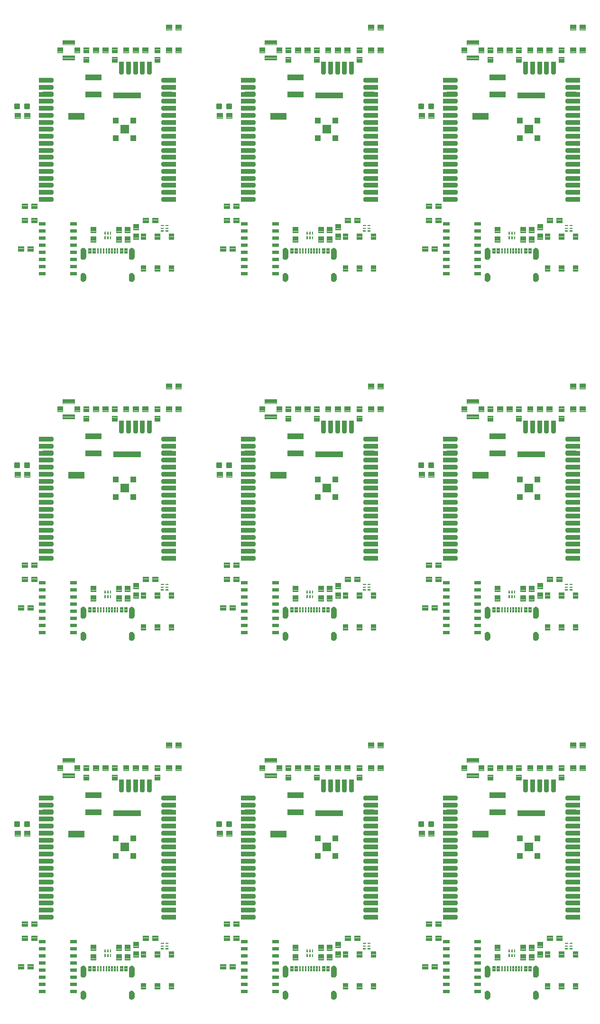
<source format=gtp>
G04 EAGLE Gerber RS-274X export*
G75*
%MOMM*%
%FSLAX34Y34*%
%LPD*%
%INSolderpaste Top*%
%IPPOS*%
%AMOC8*
5,1,8,0,0,1.08239X$1,22.5*%
G01*
%ADD10R,5.000000X1.000000*%
%ADD11R,3.000000X1.000000*%
%ADD12R,1.000000X1.000000*%
%ADD13R,1.500000X1.500000*%
%ADD14R,0.925000X0.850000*%
%ADD15R,0.850000X0.925000*%
%ADD16C,0.510000*%
%ADD17R,3.000000X1.200000*%
%ADD18C,0.100000*%
%ADD19C,0.102000*%
%ADD20C,0.102500*%
%ADD21C,0.300000*%

G36*
X581480Y1324111D02*
X581480Y1324111D01*
X581481Y1324111D01*
X582549Y1324130D01*
X582556Y1324135D01*
X582560Y1324131D01*
X583597Y1324387D01*
X583602Y1324394D01*
X583608Y1324391D01*
X584562Y1324872D01*
X584566Y1324879D01*
X584571Y1324878D01*
X585395Y1325559D01*
X585396Y1325567D01*
X585402Y1325567D01*
X586053Y1326414D01*
X586053Y1326422D01*
X586059Y1326423D01*
X586506Y1327394D01*
X586504Y1327402D01*
X586509Y1327404D01*
X586728Y1328450D01*
X586725Y1328457D01*
X586729Y1328460D01*
X586729Y1340460D01*
X586726Y1340465D01*
X586729Y1340468D01*
X586549Y1341563D01*
X586543Y1341569D01*
X586546Y1341574D01*
X586127Y1342602D01*
X586120Y1342606D01*
X586122Y1342611D01*
X585485Y1343520D01*
X585477Y1343523D01*
X585477Y1343528D01*
X584654Y1344272D01*
X584646Y1344273D01*
X584645Y1344279D01*
X583677Y1344821D01*
X583668Y1344820D01*
X583666Y1344826D01*
X582602Y1345139D01*
X582597Y1345137D01*
X582593Y1345137D01*
X582591Y1345141D01*
X581483Y1345209D01*
X581477Y1345205D01*
X581473Y1345209D01*
X580365Y1345039D01*
X580359Y1345033D01*
X580354Y1345036D01*
X579312Y1344624D01*
X579308Y1344617D01*
X579303Y1344619D01*
X578378Y1343985D01*
X578376Y1343977D01*
X578370Y1343978D01*
X577610Y1343155D01*
X577609Y1343146D01*
X577603Y1343146D01*
X577046Y1342174D01*
X577047Y1342166D01*
X577041Y1342164D01*
X576714Y1341092D01*
X576717Y1341084D01*
X576712Y1341081D01*
X576631Y1339964D01*
X576632Y1339961D01*
X576631Y1339960D01*
X576631Y1327960D01*
X576636Y1327953D01*
X576632Y1327949D01*
X576851Y1327005D01*
X576857Y1326999D01*
X576855Y1326994D01*
X577279Y1326122D01*
X577286Y1326119D01*
X577284Y1326113D01*
X577891Y1325357D01*
X577899Y1325355D01*
X577899Y1325349D01*
X578659Y1324748D01*
X578668Y1324748D01*
X578669Y1324742D01*
X579544Y1324324D01*
X579552Y1324326D01*
X579554Y1324321D01*
X580500Y1324109D01*
X580507Y1324112D01*
X580511Y1324107D01*
X581480Y1324111D01*
G37*
G36*
X942160Y1324111D02*
X942160Y1324111D01*
X942161Y1324111D01*
X943229Y1324130D01*
X943236Y1324135D01*
X943240Y1324131D01*
X944277Y1324387D01*
X944282Y1324394D01*
X944288Y1324391D01*
X945242Y1324872D01*
X945246Y1324879D01*
X945251Y1324878D01*
X946075Y1325559D01*
X946076Y1325567D01*
X946082Y1325567D01*
X946733Y1326414D01*
X946733Y1326422D01*
X946739Y1326423D01*
X947186Y1327394D01*
X947184Y1327402D01*
X947189Y1327404D01*
X947408Y1328450D01*
X947405Y1328457D01*
X947409Y1328460D01*
X947409Y1340460D01*
X947406Y1340465D01*
X947409Y1340468D01*
X947229Y1341563D01*
X947223Y1341569D01*
X947226Y1341574D01*
X946807Y1342602D01*
X946800Y1342606D01*
X946802Y1342611D01*
X946165Y1343520D01*
X946157Y1343523D01*
X946157Y1343528D01*
X945334Y1344272D01*
X945326Y1344273D01*
X945325Y1344279D01*
X944357Y1344821D01*
X944348Y1344820D01*
X944346Y1344826D01*
X943282Y1345139D01*
X943277Y1345137D01*
X943273Y1345137D01*
X943271Y1345141D01*
X942163Y1345209D01*
X942157Y1345205D01*
X942153Y1345209D01*
X941045Y1345039D01*
X941039Y1345033D01*
X941034Y1345036D01*
X939992Y1344624D01*
X939988Y1344617D01*
X939983Y1344619D01*
X939058Y1343985D01*
X939056Y1343977D01*
X939050Y1343978D01*
X938290Y1343155D01*
X938289Y1343146D01*
X938283Y1343146D01*
X937726Y1342174D01*
X937727Y1342166D01*
X937721Y1342164D01*
X937394Y1341092D01*
X937397Y1341084D01*
X937392Y1341081D01*
X937311Y1339964D01*
X937312Y1339961D01*
X937311Y1339960D01*
X937311Y1327960D01*
X937316Y1327953D01*
X937312Y1327949D01*
X937531Y1327005D01*
X937537Y1326999D01*
X937535Y1326994D01*
X937959Y1326122D01*
X937966Y1326119D01*
X937964Y1326113D01*
X938571Y1325357D01*
X938579Y1325355D01*
X938579Y1325349D01*
X939339Y1324748D01*
X939348Y1324748D01*
X939349Y1324742D01*
X940224Y1324324D01*
X940232Y1324326D01*
X940234Y1324321D01*
X941180Y1324109D01*
X941187Y1324112D01*
X941191Y1324107D01*
X942160Y1324111D01*
G37*
G36*
X220800Y1324111D02*
X220800Y1324111D01*
X220801Y1324111D01*
X221869Y1324130D01*
X221876Y1324135D01*
X221880Y1324131D01*
X222917Y1324387D01*
X222922Y1324394D01*
X222928Y1324391D01*
X223882Y1324872D01*
X223886Y1324879D01*
X223891Y1324878D01*
X224715Y1325559D01*
X224716Y1325567D01*
X224722Y1325567D01*
X225373Y1326414D01*
X225373Y1326422D01*
X225379Y1326423D01*
X225826Y1327394D01*
X225824Y1327402D01*
X225829Y1327404D01*
X226048Y1328450D01*
X226045Y1328457D01*
X226049Y1328460D01*
X226049Y1340460D01*
X226046Y1340465D01*
X226049Y1340468D01*
X225869Y1341563D01*
X225863Y1341569D01*
X225866Y1341574D01*
X225447Y1342602D01*
X225440Y1342606D01*
X225442Y1342611D01*
X224805Y1343520D01*
X224797Y1343523D01*
X224797Y1343528D01*
X223974Y1344272D01*
X223966Y1344273D01*
X223965Y1344279D01*
X222997Y1344821D01*
X222988Y1344820D01*
X222986Y1344826D01*
X221922Y1345139D01*
X221917Y1345137D01*
X221913Y1345137D01*
X221911Y1345141D01*
X220803Y1345209D01*
X220797Y1345205D01*
X220793Y1345209D01*
X219685Y1345039D01*
X219679Y1345033D01*
X219674Y1345036D01*
X218632Y1344624D01*
X218628Y1344617D01*
X218623Y1344619D01*
X217698Y1343985D01*
X217696Y1343977D01*
X217690Y1343978D01*
X216930Y1343155D01*
X216929Y1343146D01*
X216923Y1343146D01*
X216366Y1342174D01*
X216367Y1342166D01*
X216361Y1342164D01*
X216034Y1341092D01*
X216037Y1341084D01*
X216032Y1341081D01*
X215951Y1339964D01*
X215952Y1339961D01*
X215951Y1339960D01*
X215951Y1327960D01*
X215956Y1327953D01*
X215952Y1327949D01*
X216171Y1327005D01*
X216177Y1326999D01*
X216175Y1326994D01*
X216599Y1326122D01*
X216606Y1326119D01*
X216604Y1326113D01*
X217211Y1325357D01*
X217219Y1325355D01*
X217219Y1325349D01*
X217979Y1324748D01*
X217988Y1324748D01*
X217989Y1324742D01*
X218864Y1324324D01*
X218872Y1324326D01*
X218874Y1324321D01*
X219820Y1324109D01*
X219827Y1324112D01*
X219831Y1324107D01*
X220800Y1324111D01*
G37*
G36*
X942160Y684031D02*
X942160Y684031D01*
X942161Y684031D01*
X943229Y684050D01*
X943236Y684055D01*
X943240Y684051D01*
X944277Y684307D01*
X944282Y684314D01*
X944288Y684311D01*
X945242Y684792D01*
X945246Y684799D01*
X945251Y684798D01*
X946075Y685479D01*
X946076Y685487D01*
X946082Y685487D01*
X946733Y686334D01*
X946733Y686342D01*
X946739Y686343D01*
X947186Y687314D01*
X947184Y687322D01*
X947189Y687324D01*
X947408Y688370D01*
X947405Y688377D01*
X947409Y688380D01*
X947409Y700380D01*
X947406Y700385D01*
X947409Y700388D01*
X947229Y701483D01*
X947223Y701489D01*
X947226Y701494D01*
X946807Y702522D01*
X946800Y702526D01*
X946802Y702531D01*
X946165Y703440D01*
X946157Y703443D01*
X946157Y703448D01*
X945334Y704192D01*
X945326Y704193D01*
X945325Y704199D01*
X944357Y704741D01*
X944348Y704740D01*
X944346Y704746D01*
X943282Y705059D01*
X943277Y705057D01*
X943273Y705057D01*
X943271Y705061D01*
X942163Y705129D01*
X942157Y705125D01*
X942153Y705129D01*
X941045Y704959D01*
X941039Y704953D01*
X941034Y704956D01*
X939992Y704544D01*
X939988Y704537D01*
X939983Y704539D01*
X939058Y703905D01*
X939056Y703897D01*
X939050Y703898D01*
X938290Y703075D01*
X938289Y703066D01*
X938283Y703066D01*
X937726Y702094D01*
X937727Y702086D01*
X937721Y702084D01*
X937394Y701012D01*
X937397Y701004D01*
X937392Y701001D01*
X937311Y699884D01*
X937312Y699881D01*
X937311Y699880D01*
X937311Y687880D01*
X937316Y687873D01*
X937312Y687869D01*
X937531Y686925D01*
X937537Y686919D01*
X937535Y686914D01*
X937959Y686042D01*
X937966Y686039D01*
X937964Y686033D01*
X938571Y685277D01*
X938579Y685275D01*
X938579Y685269D01*
X939339Y684668D01*
X939348Y684668D01*
X939349Y684662D01*
X940224Y684244D01*
X940232Y684246D01*
X940234Y684241D01*
X941180Y684029D01*
X941187Y684032D01*
X941191Y684027D01*
X942160Y684031D01*
G37*
G36*
X220800Y684031D02*
X220800Y684031D01*
X220801Y684031D01*
X221869Y684050D01*
X221876Y684055D01*
X221880Y684051D01*
X222917Y684307D01*
X222922Y684314D01*
X222928Y684311D01*
X223882Y684792D01*
X223886Y684799D01*
X223891Y684798D01*
X224715Y685479D01*
X224716Y685487D01*
X224722Y685487D01*
X225373Y686334D01*
X225373Y686342D01*
X225379Y686343D01*
X225826Y687314D01*
X225824Y687322D01*
X225829Y687324D01*
X226048Y688370D01*
X226045Y688377D01*
X226049Y688380D01*
X226049Y700380D01*
X226046Y700385D01*
X226049Y700388D01*
X225869Y701483D01*
X225863Y701489D01*
X225866Y701494D01*
X225447Y702522D01*
X225440Y702526D01*
X225442Y702531D01*
X224805Y703440D01*
X224797Y703443D01*
X224797Y703448D01*
X223974Y704192D01*
X223966Y704193D01*
X223965Y704199D01*
X222997Y704741D01*
X222988Y704740D01*
X222986Y704746D01*
X221922Y705059D01*
X221917Y705057D01*
X221913Y705057D01*
X221911Y705061D01*
X220803Y705129D01*
X220797Y705125D01*
X220793Y705129D01*
X219685Y704959D01*
X219679Y704953D01*
X219674Y704956D01*
X218632Y704544D01*
X218628Y704537D01*
X218623Y704539D01*
X217698Y703905D01*
X217696Y703897D01*
X217690Y703898D01*
X216930Y703075D01*
X216929Y703066D01*
X216923Y703066D01*
X216366Y702094D01*
X216367Y702086D01*
X216361Y702084D01*
X216034Y701012D01*
X216037Y701004D01*
X216032Y701001D01*
X215951Y699884D01*
X215952Y699881D01*
X215951Y699880D01*
X215951Y687880D01*
X215956Y687873D01*
X215952Y687869D01*
X216171Y686925D01*
X216177Y686919D01*
X216175Y686914D01*
X216599Y686042D01*
X216606Y686039D01*
X216604Y686033D01*
X217211Y685277D01*
X217219Y685275D01*
X217219Y685269D01*
X217979Y684668D01*
X217988Y684668D01*
X217989Y684662D01*
X218864Y684244D01*
X218872Y684246D01*
X218874Y684241D01*
X219820Y684029D01*
X219827Y684032D01*
X219831Y684027D01*
X220800Y684031D01*
G37*
G36*
X581480Y684031D02*
X581480Y684031D01*
X581481Y684031D01*
X582549Y684050D01*
X582556Y684055D01*
X582560Y684051D01*
X583597Y684307D01*
X583602Y684314D01*
X583608Y684311D01*
X584562Y684792D01*
X584566Y684799D01*
X584571Y684798D01*
X585395Y685479D01*
X585396Y685487D01*
X585402Y685487D01*
X586053Y686334D01*
X586053Y686342D01*
X586059Y686343D01*
X586506Y687314D01*
X586504Y687322D01*
X586509Y687324D01*
X586728Y688370D01*
X586725Y688377D01*
X586729Y688380D01*
X586729Y700380D01*
X586726Y700385D01*
X586729Y700388D01*
X586549Y701483D01*
X586543Y701489D01*
X586546Y701494D01*
X586127Y702522D01*
X586120Y702526D01*
X586122Y702531D01*
X585485Y703440D01*
X585477Y703443D01*
X585477Y703448D01*
X584654Y704192D01*
X584646Y704193D01*
X584645Y704199D01*
X583677Y704741D01*
X583668Y704740D01*
X583666Y704746D01*
X582602Y705059D01*
X582597Y705057D01*
X582593Y705057D01*
X582591Y705061D01*
X581483Y705129D01*
X581477Y705125D01*
X581473Y705129D01*
X580365Y704959D01*
X580359Y704953D01*
X580354Y704956D01*
X579312Y704544D01*
X579308Y704537D01*
X579303Y704539D01*
X578378Y703905D01*
X578376Y703897D01*
X578370Y703898D01*
X577610Y703075D01*
X577609Y703066D01*
X577603Y703066D01*
X577046Y702094D01*
X577047Y702086D01*
X577041Y702084D01*
X576714Y701012D01*
X576717Y701004D01*
X576712Y701001D01*
X576631Y699884D01*
X576632Y699881D01*
X576631Y699880D01*
X576631Y687880D01*
X576636Y687873D01*
X576632Y687869D01*
X576851Y686925D01*
X576857Y686919D01*
X576855Y686914D01*
X577279Y686042D01*
X577286Y686039D01*
X577284Y686033D01*
X577891Y685277D01*
X577899Y685275D01*
X577899Y685269D01*
X578659Y684668D01*
X578668Y684668D01*
X578669Y684662D01*
X579544Y684244D01*
X579552Y684246D01*
X579554Y684241D01*
X580500Y684029D01*
X580507Y684032D01*
X580511Y684027D01*
X581480Y684031D01*
G37*
G36*
X581480Y43951D02*
X581480Y43951D01*
X581481Y43951D01*
X582549Y43970D01*
X582556Y43975D01*
X582560Y43971D01*
X583597Y44227D01*
X583602Y44234D01*
X583608Y44231D01*
X584562Y44712D01*
X584566Y44719D01*
X584571Y44718D01*
X585395Y45399D01*
X585396Y45407D01*
X585402Y45407D01*
X586053Y46254D01*
X586053Y46262D01*
X586059Y46263D01*
X586506Y47234D01*
X586504Y47242D01*
X586509Y47244D01*
X586728Y48290D01*
X586725Y48297D01*
X586729Y48300D01*
X586729Y60300D01*
X586726Y60305D01*
X586729Y60308D01*
X586549Y61403D01*
X586543Y61409D01*
X586546Y61414D01*
X586127Y62442D01*
X586120Y62446D01*
X586122Y62451D01*
X585485Y63360D01*
X585477Y63363D01*
X585477Y63368D01*
X584654Y64112D01*
X584646Y64113D01*
X584645Y64119D01*
X583677Y64661D01*
X583668Y64660D01*
X583666Y64666D01*
X582602Y64979D01*
X582597Y64977D01*
X582593Y64977D01*
X582591Y64981D01*
X581483Y65049D01*
X581477Y65045D01*
X581473Y65049D01*
X580365Y64879D01*
X580359Y64873D01*
X580354Y64876D01*
X579312Y64464D01*
X579308Y64457D01*
X579303Y64459D01*
X578378Y63825D01*
X578376Y63817D01*
X578370Y63818D01*
X577610Y62995D01*
X577609Y62986D01*
X577603Y62986D01*
X577046Y62014D01*
X577047Y62006D01*
X577041Y62004D01*
X576714Y60932D01*
X576717Y60924D01*
X576712Y60921D01*
X576631Y59804D01*
X576632Y59801D01*
X576631Y59800D01*
X576631Y47800D01*
X576636Y47793D01*
X576632Y47789D01*
X576851Y46845D01*
X576857Y46839D01*
X576855Y46834D01*
X577279Y45962D01*
X577286Y45959D01*
X577284Y45953D01*
X577891Y45197D01*
X577899Y45195D01*
X577899Y45189D01*
X578659Y44588D01*
X578668Y44588D01*
X578669Y44582D01*
X579544Y44164D01*
X579552Y44166D01*
X579554Y44161D01*
X580500Y43949D01*
X580507Y43952D01*
X580511Y43947D01*
X581480Y43951D01*
G37*
G36*
X942160Y43951D02*
X942160Y43951D01*
X942161Y43951D01*
X943229Y43970D01*
X943236Y43975D01*
X943240Y43971D01*
X944277Y44227D01*
X944282Y44234D01*
X944288Y44231D01*
X945242Y44712D01*
X945246Y44719D01*
X945251Y44718D01*
X946075Y45399D01*
X946076Y45407D01*
X946082Y45407D01*
X946733Y46254D01*
X946733Y46262D01*
X946739Y46263D01*
X947186Y47234D01*
X947184Y47242D01*
X947189Y47244D01*
X947408Y48290D01*
X947405Y48297D01*
X947409Y48300D01*
X947409Y60300D01*
X947406Y60305D01*
X947409Y60308D01*
X947229Y61403D01*
X947223Y61409D01*
X947226Y61414D01*
X946807Y62442D01*
X946800Y62446D01*
X946802Y62451D01*
X946165Y63360D01*
X946157Y63363D01*
X946157Y63368D01*
X945334Y64112D01*
X945326Y64113D01*
X945325Y64119D01*
X944357Y64661D01*
X944348Y64660D01*
X944346Y64666D01*
X943282Y64979D01*
X943277Y64977D01*
X943273Y64977D01*
X943271Y64981D01*
X942163Y65049D01*
X942157Y65045D01*
X942153Y65049D01*
X941045Y64879D01*
X941039Y64873D01*
X941034Y64876D01*
X939992Y64464D01*
X939988Y64457D01*
X939983Y64459D01*
X939058Y63825D01*
X939056Y63817D01*
X939050Y63818D01*
X938290Y62995D01*
X938289Y62986D01*
X938283Y62986D01*
X937726Y62014D01*
X937727Y62006D01*
X937721Y62004D01*
X937394Y60932D01*
X937397Y60924D01*
X937392Y60921D01*
X937311Y59804D01*
X937312Y59801D01*
X937311Y59800D01*
X937311Y47800D01*
X937316Y47793D01*
X937312Y47789D01*
X937531Y46845D01*
X937537Y46839D01*
X937535Y46834D01*
X937959Y45962D01*
X937966Y45959D01*
X937964Y45953D01*
X938571Y45197D01*
X938579Y45195D01*
X938579Y45189D01*
X939339Y44588D01*
X939348Y44588D01*
X939349Y44582D01*
X940224Y44164D01*
X940232Y44166D01*
X940234Y44161D01*
X941180Y43949D01*
X941187Y43952D01*
X941191Y43947D01*
X942160Y43951D01*
G37*
G36*
X220800Y43951D02*
X220800Y43951D01*
X220801Y43951D01*
X221869Y43970D01*
X221876Y43975D01*
X221880Y43971D01*
X222917Y44227D01*
X222922Y44234D01*
X222928Y44231D01*
X223882Y44712D01*
X223886Y44719D01*
X223891Y44718D01*
X224715Y45399D01*
X224716Y45407D01*
X224722Y45407D01*
X225373Y46254D01*
X225373Y46262D01*
X225379Y46263D01*
X225826Y47234D01*
X225824Y47242D01*
X225829Y47244D01*
X226048Y48290D01*
X226045Y48297D01*
X226049Y48300D01*
X226049Y60300D01*
X226046Y60305D01*
X226049Y60308D01*
X225869Y61403D01*
X225863Y61409D01*
X225866Y61414D01*
X225447Y62442D01*
X225440Y62446D01*
X225442Y62451D01*
X224805Y63360D01*
X224797Y63363D01*
X224797Y63368D01*
X223974Y64112D01*
X223966Y64113D01*
X223965Y64119D01*
X222997Y64661D01*
X222988Y64660D01*
X222986Y64666D01*
X221922Y64979D01*
X221917Y64977D01*
X221913Y64977D01*
X221911Y64981D01*
X220803Y65049D01*
X220797Y65045D01*
X220793Y65049D01*
X219685Y64879D01*
X219679Y64873D01*
X219674Y64876D01*
X218632Y64464D01*
X218628Y64457D01*
X218623Y64459D01*
X217698Y63825D01*
X217696Y63817D01*
X217690Y63818D01*
X216930Y62995D01*
X216929Y62986D01*
X216923Y62986D01*
X216366Y62014D01*
X216367Y62006D01*
X216361Y62004D01*
X216034Y60932D01*
X216037Y60924D01*
X216032Y60921D01*
X215951Y59804D01*
X215952Y59801D01*
X215951Y59800D01*
X215951Y47800D01*
X215956Y47793D01*
X215952Y47789D01*
X216171Y46845D01*
X216177Y46839D01*
X216175Y46834D01*
X216599Y45962D01*
X216606Y45959D01*
X216604Y45953D01*
X217211Y45197D01*
X217219Y45195D01*
X217219Y45189D01*
X217979Y44588D01*
X217988Y44588D01*
X217989Y44582D01*
X218864Y44164D01*
X218872Y44166D01*
X218874Y44161D01*
X219820Y43949D01*
X219827Y43952D01*
X219831Y43947D01*
X220800Y43951D01*
G37*
G36*
X496061Y1324120D02*
X496061Y1324120D01*
X496068Y1324125D01*
X496072Y1324121D01*
X497124Y1324371D01*
X497129Y1324377D01*
X497134Y1324374D01*
X498104Y1324851D01*
X498107Y1324859D01*
X498113Y1324857D01*
X498952Y1325538D01*
X498954Y1325546D01*
X498960Y1325546D01*
X499626Y1326397D01*
X499627Y1326405D01*
X499632Y1326406D01*
X500093Y1327383D01*
X500091Y1327391D01*
X500097Y1327394D01*
X500328Y1328449D01*
X500325Y1328457D01*
X500329Y1328460D01*
X500329Y1340460D01*
X500325Y1340465D01*
X500329Y1340468D01*
X500136Y1341574D01*
X500130Y1341579D01*
X500133Y1341584D01*
X499700Y1342619D01*
X499693Y1342623D01*
X499695Y1342628D01*
X499042Y1343541D01*
X499034Y1343543D01*
X499035Y1343549D01*
X498196Y1344293D01*
X498187Y1344294D01*
X498187Y1344299D01*
X497203Y1344838D01*
X497195Y1344837D01*
X497193Y1344842D01*
X496114Y1345149D01*
X496106Y1345146D01*
X496103Y1345151D01*
X494983Y1345209D01*
X494978Y1345206D01*
X494975Y1345209D01*
X493929Y1345091D01*
X493923Y1345085D01*
X493918Y1345089D01*
X492924Y1344741D01*
X492920Y1344734D01*
X492915Y1344736D01*
X492023Y1344176D01*
X492021Y1344169D01*
X492015Y1344169D01*
X491271Y1343425D01*
X491269Y1343417D01*
X491264Y1343417D01*
X490704Y1342525D01*
X490704Y1342517D01*
X490699Y1342516D01*
X490351Y1341522D01*
X490354Y1341514D01*
X490349Y1341511D01*
X490231Y1340466D01*
X490233Y1340462D01*
X490231Y1340460D01*
X490231Y1328460D01*
X490234Y1328455D01*
X490231Y1328452D01*
X490389Y1327456D01*
X490395Y1327450D01*
X490392Y1327445D01*
X490767Y1326509D01*
X490774Y1326505D01*
X490772Y1326499D01*
X491346Y1325670D01*
X491354Y1325667D01*
X491353Y1325662D01*
X492097Y1324981D01*
X492106Y1324980D01*
X492106Y1324974D01*
X492983Y1324476D01*
X492992Y1324477D01*
X492994Y1324472D01*
X493959Y1324181D01*
X493967Y1324184D01*
X493970Y1324179D01*
X494977Y1324111D01*
X494979Y1324112D01*
X494980Y1324111D01*
X496061Y1324120D01*
G37*
G36*
X135381Y1324120D02*
X135381Y1324120D01*
X135388Y1324125D01*
X135392Y1324121D01*
X136444Y1324371D01*
X136449Y1324377D01*
X136454Y1324374D01*
X137424Y1324851D01*
X137427Y1324859D01*
X137433Y1324857D01*
X138272Y1325538D01*
X138274Y1325546D01*
X138280Y1325546D01*
X138946Y1326397D01*
X138947Y1326405D01*
X138952Y1326406D01*
X139413Y1327383D01*
X139411Y1327391D01*
X139417Y1327394D01*
X139648Y1328449D01*
X139645Y1328457D01*
X139649Y1328460D01*
X139649Y1340460D01*
X139645Y1340465D01*
X139649Y1340468D01*
X139456Y1341574D01*
X139450Y1341579D01*
X139453Y1341584D01*
X139020Y1342619D01*
X139013Y1342623D01*
X139015Y1342628D01*
X138362Y1343541D01*
X138354Y1343543D01*
X138355Y1343549D01*
X137516Y1344293D01*
X137507Y1344294D01*
X137507Y1344299D01*
X136523Y1344838D01*
X136515Y1344837D01*
X136513Y1344842D01*
X135434Y1345149D01*
X135426Y1345146D01*
X135423Y1345151D01*
X134303Y1345209D01*
X134298Y1345206D01*
X134295Y1345209D01*
X133249Y1345091D01*
X133243Y1345085D01*
X133238Y1345089D01*
X132244Y1344741D01*
X132240Y1344734D01*
X132235Y1344736D01*
X131343Y1344176D01*
X131341Y1344169D01*
X131335Y1344169D01*
X130591Y1343425D01*
X130589Y1343417D01*
X130584Y1343417D01*
X130024Y1342525D01*
X130024Y1342517D01*
X130019Y1342516D01*
X129671Y1341522D01*
X129674Y1341514D01*
X129669Y1341511D01*
X129551Y1340466D01*
X129553Y1340462D01*
X129551Y1340460D01*
X129551Y1328460D01*
X129554Y1328455D01*
X129551Y1328452D01*
X129709Y1327456D01*
X129715Y1327450D01*
X129712Y1327445D01*
X130087Y1326509D01*
X130094Y1326505D01*
X130092Y1326499D01*
X130666Y1325670D01*
X130674Y1325667D01*
X130673Y1325662D01*
X131417Y1324981D01*
X131426Y1324980D01*
X131426Y1324974D01*
X132303Y1324476D01*
X132312Y1324477D01*
X132314Y1324472D01*
X133279Y1324181D01*
X133287Y1324184D01*
X133290Y1324179D01*
X134297Y1324111D01*
X134299Y1324112D01*
X134300Y1324111D01*
X135381Y1324120D01*
G37*
G36*
X856741Y1324120D02*
X856741Y1324120D01*
X856748Y1324125D01*
X856752Y1324121D01*
X857804Y1324371D01*
X857809Y1324377D01*
X857814Y1324374D01*
X858784Y1324851D01*
X858787Y1324859D01*
X858793Y1324857D01*
X859632Y1325538D01*
X859634Y1325546D01*
X859640Y1325546D01*
X860306Y1326397D01*
X860307Y1326405D01*
X860312Y1326406D01*
X860773Y1327383D01*
X860771Y1327391D01*
X860777Y1327394D01*
X861008Y1328449D01*
X861005Y1328457D01*
X861009Y1328460D01*
X861009Y1340460D01*
X861005Y1340465D01*
X861009Y1340468D01*
X860816Y1341574D01*
X860810Y1341579D01*
X860813Y1341584D01*
X860380Y1342619D01*
X860373Y1342623D01*
X860375Y1342628D01*
X859722Y1343541D01*
X859714Y1343543D01*
X859715Y1343549D01*
X858876Y1344293D01*
X858867Y1344294D01*
X858867Y1344299D01*
X857883Y1344838D01*
X857875Y1344837D01*
X857873Y1344842D01*
X856794Y1345149D01*
X856786Y1345146D01*
X856783Y1345151D01*
X855663Y1345209D01*
X855658Y1345206D01*
X855655Y1345209D01*
X854609Y1345091D01*
X854603Y1345085D01*
X854598Y1345089D01*
X853604Y1344741D01*
X853600Y1344734D01*
X853595Y1344736D01*
X852703Y1344176D01*
X852701Y1344169D01*
X852695Y1344169D01*
X851951Y1343425D01*
X851949Y1343417D01*
X851944Y1343417D01*
X851384Y1342525D01*
X851384Y1342517D01*
X851379Y1342516D01*
X851031Y1341522D01*
X851034Y1341514D01*
X851029Y1341511D01*
X850911Y1340466D01*
X850913Y1340462D01*
X850911Y1340460D01*
X850911Y1328460D01*
X850914Y1328455D01*
X850911Y1328452D01*
X851069Y1327456D01*
X851075Y1327450D01*
X851072Y1327445D01*
X851447Y1326509D01*
X851454Y1326505D01*
X851452Y1326499D01*
X852026Y1325670D01*
X852034Y1325667D01*
X852033Y1325662D01*
X852777Y1324981D01*
X852786Y1324980D01*
X852786Y1324974D01*
X853663Y1324476D01*
X853672Y1324477D01*
X853674Y1324472D01*
X854639Y1324181D01*
X854647Y1324184D01*
X854650Y1324179D01*
X855657Y1324111D01*
X855659Y1324112D01*
X855660Y1324111D01*
X856741Y1324120D01*
G37*
G36*
X496061Y43960D02*
X496061Y43960D01*
X496068Y43965D01*
X496072Y43961D01*
X497124Y44211D01*
X497129Y44217D01*
X497134Y44214D01*
X498104Y44691D01*
X498107Y44699D01*
X498113Y44697D01*
X498952Y45378D01*
X498954Y45386D01*
X498960Y45386D01*
X499626Y46237D01*
X499627Y46245D01*
X499632Y46246D01*
X500093Y47223D01*
X500091Y47231D01*
X500097Y47234D01*
X500328Y48289D01*
X500325Y48297D01*
X500329Y48300D01*
X500329Y60300D01*
X500325Y60305D01*
X500329Y60308D01*
X500136Y61414D01*
X500130Y61419D01*
X500133Y61424D01*
X499700Y62459D01*
X499693Y62463D01*
X499695Y62468D01*
X499042Y63381D01*
X499034Y63383D01*
X499035Y63389D01*
X498196Y64133D01*
X498187Y64134D01*
X498187Y64139D01*
X497203Y64678D01*
X497195Y64677D01*
X497193Y64682D01*
X496114Y64989D01*
X496106Y64986D01*
X496103Y64991D01*
X494983Y65049D01*
X494978Y65046D01*
X494975Y65049D01*
X493929Y64931D01*
X493923Y64925D01*
X493918Y64929D01*
X492924Y64581D01*
X492920Y64574D01*
X492915Y64576D01*
X492023Y64016D01*
X492021Y64009D01*
X492015Y64009D01*
X491271Y63265D01*
X491269Y63257D01*
X491264Y63257D01*
X490704Y62365D01*
X490704Y62357D01*
X490699Y62356D01*
X490351Y61362D01*
X490354Y61354D01*
X490349Y61351D01*
X490231Y60306D01*
X490233Y60302D01*
X490231Y60300D01*
X490231Y48300D01*
X490234Y48295D01*
X490231Y48292D01*
X490389Y47296D01*
X490395Y47290D01*
X490392Y47285D01*
X490767Y46349D01*
X490774Y46345D01*
X490772Y46339D01*
X491346Y45510D01*
X491354Y45507D01*
X491353Y45502D01*
X492097Y44821D01*
X492106Y44820D01*
X492106Y44814D01*
X492983Y44316D01*
X492992Y44317D01*
X492994Y44312D01*
X493959Y44021D01*
X493967Y44024D01*
X493970Y44019D01*
X494977Y43951D01*
X494979Y43952D01*
X494980Y43951D01*
X496061Y43960D01*
G37*
G36*
X856741Y43960D02*
X856741Y43960D01*
X856748Y43965D01*
X856752Y43961D01*
X857804Y44211D01*
X857809Y44217D01*
X857814Y44214D01*
X858784Y44691D01*
X858787Y44699D01*
X858793Y44697D01*
X859632Y45378D01*
X859634Y45386D01*
X859640Y45386D01*
X860306Y46237D01*
X860307Y46245D01*
X860312Y46246D01*
X860773Y47223D01*
X860771Y47231D01*
X860777Y47234D01*
X861008Y48289D01*
X861005Y48297D01*
X861009Y48300D01*
X861009Y60300D01*
X861005Y60305D01*
X861009Y60308D01*
X860816Y61414D01*
X860810Y61419D01*
X860813Y61424D01*
X860380Y62459D01*
X860373Y62463D01*
X860375Y62468D01*
X859722Y63381D01*
X859714Y63383D01*
X859715Y63389D01*
X858876Y64133D01*
X858867Y64134D01*
X858867Y64139D01*
X857883Y64678D01*
X857875Y64677D01*
X857873Y64682D01*
X856794Y64989D01*
X856786Y64986D01*
X856783Y64991D01*
X855663Y65049D01*
X855658Y65046D01*
X855655Y65049D01*
X854609Y64931D01*
X854603Y64925D01*
X854598Y64929D01*
X853604Y64581D01*
X853600Y64574D01*
X853595Y64576D01*
X852703Y64016D01*
X852701Y64009D01*
X852695Y64009D01*
X851951Y63265D01*
X851949Y63257D01*
X851944Y63257D01*
X851384Y62365D01*
X851384Y62357D01*
X851379Y62356D01*
X851031Y61362D01*
X851034Y61354D01*
X851029Y61351D01*
X850911Y60306D01*
X850913Y60302D01*
X850911Y60300D01*
X850911Y48300D01*
X850914Y48295D01*
X850911Y48292D01*
X851069Y47296D01*
X851075Y47290D01*
X851072Y47285D01*
X851447Y46349D01*
X851454Y46345D01*
X851452Y46339D01*
X852026Y45510D01*
X852034Y45507D01*
X852033Y45502D01*
X852777Y44821D01*
X852786Y44820D01*
X852786Y44814D01*
X853663Y44316D01*
X853672Y44317D01*
X853674Y44312D01*
X854639Y44021D01*
X854647Y44024D01*
X854650Y44019D01*
X855657Y43951D01*
X855659Y43952D01*
X855660Y43951D01*
X856741Y43960D01*
G37*
G36*
X135381Y43960D02*
X135381Y43960D01*
X135388Y43965D01*
X135392Y43961D01*
X136444Y44211D01*
X136449Y44217D01*
X136454Y44214D01*
X137424Y44691D01*
X137427Y44699D01*
X137433Y44697D01*
X138272Y45378D01*
X138274Y45386D01*
X138280Y45386D01*
X138946Y46237D01*
X138947Y46245D01*
X138952Y46246D01*
X139413Y47223D01*
X139411Y47231D01*
X139417Y47234D01*
X139648Y48289D01*
X139645Y48297D01*
X139649Y48300D01*
X139649Y60300D01*
X139645Y60305D01*
X139649Y60308D01*
X139456Y61414D01*
X139450Y61419D01*
X139453Y61424D01*
X139020Y62459D01*
X139013Y62463D01*
X139015Y62468D01*
X138362Y63381D01*
X138354Y63383D01*
X138355Y63389D01*
X137516Y64133D01*
X137507Y64134D01*
X137507Y64139D01*
X136523Y64678D01*
X136515Y64677D01*
X136513Y64682D01*
X135434Y64989D01*
X135426Y64986D01*
X135423Y64991D01*
X134303Y65049D01*
X134298Y65046D01*
X134295Y65049D01*
X133249Y64931D01*
X133243Y64925D01*
X133238Y64929D01*
X132244Y64581D01*
X132240Y64574D01*
X132235Y64576D01*
X131343Y64016D01*
X131341Y64009D01*
X131335Y64009D01*
X130591Y63265D01*
X130589Y63257D01*
X130584Y63257D01*
X130024Y62365D01*
X130024Y62357D01*
X130019Y62356D01*
X129671Y61362D01*
X129674Y61354D01*
X129669Y61351D01*
X129551Y60306D01*
X129553Y60302D01*
X129551Y60300D01*
X129551Y48300D01*
X129554Y48295D01*
X129551Y48292D01*
X129709Y47296D01*
X129715Y47290D01*
X129712Y47285D01*
X130087Y46349D01*
X130094Y46345D01*
X130092Y46339D01*
X130666Y45510D01*
X130674Y45507D01*
X130673Y45502D01*
X131417Y44821D01*
X131426Y44820D01*
X131426Y44814D01*
X132303Y44316D01*
X132312Y44317D01*
X132314Y44312D01*
X133279Y44021D01*
X133287Y44024D01*
X133290Y44019D01*
X134297Y43951D01*
X134299Y43952D01*
X134300Y43951D01*
X135381Y43960D01*
G37*
G36*
X135381Y684040D02*
X135381Y684040D01*
X135388Y684045D01*
X135392Y684041D01*
X136444Y684291D01*
X136449Y684297D01*
X136454Y684294D01*
X137424Y684771D01*
X137427Y684779D01*
X137433Y684777D01*
X138272Y685458D01*
X138274Y685466D01*
X138280Y685466D01*
X138946Y686317D01*
X138947Y686325D01*
X138952Y686326D01*
X139413Y687303D01*
X139411Y687311D01*
X139417Y687314D01*
X139648Y688369D01*
X139645Y688377D01*
X139649Y688380D01*
X139649Y700380D01*
X139645Y700385D01*
X139649Y700388D01*
X139456Y701494D01*
X139450Y701499D01*
X139453Y701504D01*
X139020Y702539D01*
X139013Y702543D01*
X139015Y702548D01*
X138362Y703461D01*
X138354Y703463D01*
X138355Y703469D01*
X137516Y704213D01*
X137507Y704214D01*
X137507Y704219D01*
X136523Y704758D01*
X136515Y704757D01*
X136513Y704762D01*
X135434Y705069D01*
X135426Y705066D01*
X135423Y705071D01*
X134303Y705129D01*
X134298Y705126D01*
X134295Y705129D01*
X133249Y705011D01*
X133243Y705005D01*
X133238Y705009D01*
X132244Y704661D01*
X132240Y704654D01*
X132235Y704656D01*
X131343Y704096D01*
X131341Y704089D01*
X131335Y704089D01*
X130591Y703345D01*
X130589Y703337D01*
X130584Y703337D01*
X130024Y702445D01*
X130024Y702437D01*
X130019Y702436D01*
X129671Y701442D01*
X129674Y701434D01*
X129669Y701431D01*
X129551Y700386D01*
X129553Y700382D01*
X129551Y700380D01*
X129551Y688380D01*
X129554Y688375D01*
X129551Y688372D01*
X129709Y687376D01*
X129715Y687370D01*
X129712Y687365D01*
X130087Y686429D01*
X130094Y686425D01*
X130092Y686419D01*
X130666Y685590D01*
X130674Y685587D01*
X130673Y685582D01*
X131417Y684901D01*
X131426Y684900D01*
X131426Y684894D01*
X132303Y684396D01*
X132312Y684397D01*
X132314Y684392D01*
X133279Y684101D01*
X133287Y684104D01*
X133290Y684099D01*
X134297Y684031D01*
X134299Y684032D01*
X134300Y684031D01*
X135381Y684040D01*
G37*
G36*
X496061Y684040D02*
X496061Y684040D01*
X496068Y684045D01*
X496072Y684041D01*
X497124Y684291D01*
X497129Y684297D01*
X497134Y684294D01*
X498104Y684771D01*
X498107Y684779D01*
X498113Y684777D01*
X498952Y685458D01*
X498954Y685466D01*
X498960Y685466D01*
X499626Y686317D01*
X499627Y686325D01*
X499632Y686326D01*
X500093Y687303D01*
X500091Y687311D01*
X500097Y687314D01*
X500328Y688369D01*
X500325Y688377D01*
X500329Y688380D01*
X500329Y700380D01*
X500325Y700385D01*
X500329Y700388D01*
X500136Y701494D01*
X500130Y701499D01*
X500133Y701504D01*
X499700Y702539D01*
X499693Y702543D01*
X499695Y702548D01*
X499042Y703461D01*
X499034Y703463D01*
X499035Y703469D01*
X498196Y704213D01*
X498187Y704214D01*
X498187Y704219D01*
X497203Y704758D01*
X497195Y704757D01*
X497193Y704762D01*
X496114Y705069D01*
X496106Y705066D01*
X496103Y705071D01*
X494983Y705129D01*
X494978Y705126D01*
X494975Y705129D01*
X493929Y705011D01*
X493923Y705005D01*
X493918Y705009D01*
X492924Y704661D01*
X492920Y704654D01*
X492915Y704656D01*
X492023Y704096D01*
X492021Y704089D01*
X492015Y704089D01*
X491271Y703345D01*
X491269Y703337D01*
X491264Y703337D01*
X490704Y702445D01*
X490704Y702437D01*
X490699Y702436D01*
X490351Y701442D01*
X490354Y701434D01*
X490349Y701431D01*
X490231Y700386D01*
X490233Y700382D01*
X490231Y700380D01*
X490231Y688380D01*
X490234Y688375D01*
X490231Y688372D01*
X490389Y687376D01*
X490395Y687370D01*
X490392Y687365D01*
X490767Y686429D01*
X490774Y686425D01*
X490772Y686419D01*
X491346Y685590D01*
X491354Y685587D01*
X491353Y685582D01*
X492097Y684901D01*
X492106Y684900D01*
X492106Y684894D01*
X492983Y684396D01*
X492992Y684397D01*
X492994Y684392D01*
X493959Y684101D01*
X493967Y684104D01*
X493970Y684099D01*
X494977Y684031D01*
X494979Y684032D01*
X494980Y684031D01*
X496061Y684040D01*
G37*
G36*
X856741Y684040D02*
X856741Y684040D01*
X856748Y684045D01*
X856752Y684041D01*
X857804Y684291D01*
X857809Y684297D01*
X857814Y684294D01*
X858784Y684771D01*
X858787Y684779D01*
X858793Y684777D01*
X859632Y685458D01*
X859634Y685466D01*
X859640Y685466D01*
X860306Y686317D01*
X860307Y686325D01*
X860312Y686326D01*
X860773Y687303D01*
X860771Y687311D01*
X860777Y687314D01*
X861008Y688369D01*
X861005Y688377D01*
X861009Y688380D01*
X861009Y700380D01*
X861005Y700385D01*
X861009Y700388D01*
X860816Y701494D01*
X860810Y701499D01*
X860813Y701504D01*
X860380Y702539D01*
X860373Y702543D01*
X860375Y702548D01*
X859722Y703461D01*
X859714Y703463D01*
X859715Y703469D01*
X858876Y704213D01*
X858867Y704214D01*
X858867Y704219D01*
X857883Y704758D01*
X857875Y704757D01*
X857873Y704762D01*
X856794Y705069D01*
X856786Y705066D01*
X856783Y705071D01*
X855663Y705129D01*
X855658Y705126D01*
X855655Y705129D01*
X854609Y705011D01*
X854603Y705005D01*
X854598Y705009D01*
X853604Y704661D01*
X853600Y704654D01*
X853595Y704656D01*
X852703Y704096D01*
X852701Y704089D01*
X852695Y704089D01*
X851951Y703345D01*
X851949Y703337D01*
X851944Y703337D01*
X851384Y702445D01*
X851384Y702437D01*
X851379Y702436D01*
X851031Y701442D01*
X851034Y701434D01*
X851029Y701431D01*
X850911Y700386D01*
X850913Y700382D01*
X850911Y700380D01*
X850911Y688380D01*
X850914Y688375D01*
X850911Y688372D01*
X851069Y687376D01*
X851075Y687370D01*
X851072Y687365D01*
X851447Y686429D01*
X851454Y686425D01*
X851452Y686419D01*
X852026Y685590D01*
X852034Y685587D01*
X852033Y685582D01*
X852777Y684901D01*
X852786Y684900D01*
X852786Y684894D01*
X853663Y684396D01*
X853672Y684397D01*
X853674Y684392D01*
X854639Y684101D01*
X854647Y684104D01*
X854650Y684099D01*
X855657Y684031D01*
X855659Y684032D01*
X855660Y684031D01*
X856741Y684040D01*
G37*
G36*
X221304Y644535D02*
X221304Y644535D01*
X221307Y644531D01*
X222383Y644686D01*
X222388Y644692D01*
X222393Y644689D01*
X223407Y645079D01*
X223411Y645086D01*
X223417Y645085D01*
X224319Y645691D01*
X224321Y645699D01*
X224327Y645698D01*
X225071Y646490D01*
X225072Y646498D01*
X225078Y646498D01*
X225627Y647436D01*
X225626Y647444D01*
X225632Y647446D01*
X225959Y648482D01*
X225956Y648490D01*
X225961Y648493D01*
X226049Y649576D01*
X226047Y649579D01*
X226049Y649580D01*
X226049Y655580D01*
X226046Y655584D01*
X226049Y655586D01*
X225899Y656719D01*
X225893Y656725D01*
X225896Y656730D01*
X225498Y657800D01*
X225491Y657804D01*
X225493Y657810D01*
X224866Y658765D01*
X224858Y658768D01*
X224859Y658773D01*
X224036Y659565D01*
X224028Y659566D01*
X224027Y659572D01*
X223048Y660161D01*
X223040Y660160D01*
X223038Y660165D01*
X221953Y660521D01*
X221945Y660519D01*
X221942Y660523D01*
X220805Y660629D01*
X220796Y660624D01*
X220791Y660628D01*
X219654Y660421D01*
X219648Y660415D01*
X219643Y660418D01*
X218581Y659963D01*
X218577Y659956D01*
X218571Y659958D01*
X217636Y659278D01*
X217634Y659270D01*
X217628Y659271D01*
X216868Y658400D01*
X216868Y658392D01*
X216862Y658391D01*
X216315Y657372D01*
X216316Y657364D01*
X216311Y657362D01*
X216307Y657349D01*
X216294Y657300D01*
X216293Y657300D01*
X216294Y657300D01*
X216280Y657251D01*
X216266Y657201D01*
X216253Y657152D01*
X216239Y657103D01*
X216226Y657054D01*
X216212Y657004D01*
X216199Y656955D01*
X216185Y656906D01*
X216171Y656857D01*
X216158Y656807D01*
X216144Y656758D01*
X216131Y656709D01*
X216117Y656660D01*
X216104Y656610D01*
X216090Y656561D01*
X216077Y656512D01*
X216076Y656512D01*
X216063Y656463D01*
X216049Y656413D01*
X216004Y656248D01*
X216007Y656240D01*
X216002Y656237D01*
X215951Y655082D01*
X215952Y655081D01*
X215951Y655080D01*
X215951Y649080D01*
X215955Y649074D01*
X215952Y649071D01*
X216164Y647990D01*
X216170Y647985D01*
X216167Y647980D01*
X216614Y646974D01*
X216621Y646970D01*
X216619Y646964D01*
X217279Y646083D01*
X217287Y646080D01*
X217287Y646075D01*
X218126Y645362D01*
X218134Y645362D01*
X218135Y645356D01*
X219112Y644848D01*
X219120Y644849D01*
X219122Y644844D01*
X220187Y644566D01*
X220195Y644569D01*
X220198Y644565D01*
X221299Y644531D01*
X221304Y644535D01*
G37*
G36*
X581984Y644535D02*
X581984Y644535D01*
X581987Y644531D01*
X583063Y644686D01*
X583068Y644692D01*
X583073Y644689D01*
X584087Y645079D01*
X584091Y645086D01*
X584097Y645085D01*
X584999Y645691D01*
X585001Y645699D01*
X585007Y645698D01*
X585751Y646490D01*
X585752Y646498D01*
X585758Y646498D01*
X586307Y647436D01*
X586306Y647444D01*
X586312Y647446D01*
X586639Y648482D01*
X586636Y648490D01*
X586641Y648493D01*
X586729Y649576D01*
X586727Y649579D01*
X586729Y649580D01*
X586729Y655580D01*
X586726Y655584D01*
X586729Y655586D01*
X586579Y656719D01*
X586573Y656725D01*
X586576Y656730D01*
X586178Y657800D01*
X586171Y657804D01*
X586173Y657810D01*
X585546Y658765D01*
X585538Y658768D01*
X585539Y658773D01*
X584716Y659565D01*
X584708Y659566D01*
X584707Y659572D01*
X583728Y660161D01*
X583720Y660160D01*
X583718Y660165D01*
X582633Y660521D01*
X582625Y660519D01*
X582622Y660523D01*
X581485Y660629D01*
X581476Y660624D01*
X581471Y660628D01*
X580334Y660421D01*
X580328Y660415D01*
X580323Y660418D01*
X579261Y659963D01*
X579257Y659956D01*
X579251Y659958D01*
X578316Y659278D01*
X578314Y659270D01*
X578308Y659271D01*
X577548Y658400D01*
X577548Y658392D01*
X577542Y658391D01*
X576995Y657372D01*
X576996Y657364D01*
X576991Y657362D01*
X576987Y657349D01*
X576974Y657300D01*
X576973Y657300D01*
X576974Y657300D01*
X576960Y657251D01*
X576946Y657201D01*
X576933Y657152D01*
X576919Y657103D01*
X576906Y657054D01*
X576892Y657004D01*
X576879Y656955D01*
X576865Y656906D01*
X576851Y656857D01*
X576838Y656807D01*
X576824Y656758D01*
X576811Y656709D01*
X576797Y656660D01*
X576784Y656610D01*
X576770Y656561D01*
X576757Y656512D01*
X576756Y656512D01*
X576743Y656463D01*
X576729Y656413D01*
X576684Y656248D01*
X576687Y656240D01*
X576682Y656237D01*
X576631Y655082D01*
X576632Y655081D01*
X576631Y655080D01*
X576631Y649080D01*
X576635Y649074D01*
X576632Y649071D01*
X576844Y647990D01*
X576850Y647985D01*
X576847Y647980D01*
X577294Y646974D01*
X577301Y646970D01*
X577299Y646964D01*
X577959Y646083D01*
X577967Y646080D01*
X577967Y646075D01*
X578806Y645362D01*
X578814Y645362D01*
X578815Y645356D01*
X579792Y644848D01*
X579800Y644849D01*
X579802Y644844D01*
X580867Y644566D01*
X580875Y644569D01*
X580878Y644565D01*
X581979Y644531D01*
X581984Y644535D01*
G37*
G36*
X942664Y644535D02*
X942664Y644535D01*
X942667Y644531D01*
X943743Y644686D01*
X943748Y644692D01*
X943753Y644689D01*
X944767Y645079D01*
X944771Y645086D01*
X944777Y645085D01*
X945679Y645691D01*
X945681Y645699D01*
X945687Y645698D01*
X946431Y646490D01*
X946432Y646498D01*
X946438Y646498D01*
X946987Y647436D01*
X946986Y647444D01*
X946992Y647446D01*
X947319Y648482D01*
X947316Y648490D01*
X947321Y648493D01*
X947409Y649576D01*
X947407Y649579D01*
X947409Y649580D01*
X947409Y655580D01*
X947406Y655584D01*
X947409Y655586D01*
X947259Y656719D01*
X947253Y656725D01*
X947256Y656730D01*
X946858Y657800D01*
X946851Y657804D01*
X946853Y657810D01*
X946226Y658765D01*
X946218Y658768D01*
X946219Y658773D01*
X945396Y659565D01*
X945388Y659566D01*
X945387Y659572D01*
X944408Y660161D01*
X944400Y660160D01*
X944398Y660165D01*
X943313Y660521D01*
X943305Y660519D01*
X943302Y660523D01*
X942165Y660629D01*
X942156Y660624D01*
X942151Y660628D01*
X941014Y660421D01*
X941008Y660415D01*
X941003Y660418D01*
X939941Y659963D01*
X939937Y659956D01*
X939931Y659958D01*
X938996Y659278D01*
X938994Y659270D01*
X938988Y659271D01*
X938228Y658400D01*
X938228Y658392D01*
X938222Y658391D01*
X937675Y657372D01*
X937676Y657364D01*
X937671Y657362D01*
X937667Y657349D01*
X937654Y657300D01*
X937653Y657300D01*
X937654Y657300D01*
X937640Y657251D01*
X937626Y657201D01*
X937613Y657152D01*
X937599Y657103D01*
X937586Y657054D01*
X937572Y657004D01*
X937559Y656955D01*
X937545Y656906D01*
X937531Y656857D01*
X937518Y656807D01*
X937504Y656758D01*
X937491Y656709D01*
X937477Y656660D01*
X937464Y656610D01*
X937450Y656561D01*
X937437Y656512D01*
X937436Y656512D01*
X937423Y656463D01*
X937409Y656413D01*
X937364Y656248D01*
X937367Y656240D01*
X937362Y656237D01*
X937311Y655082D01*
X937312Y655081D01*
X937311Y655080D01*
X937311Y649080D01*
X937315Y649074D01*
X937312Y649071D01*
X937524Y647990D01*
X937530Y647985D01*
X937527Y647980D01*
X937974Y646974D01*
X937981Y646970D01*
X937979Y646964D01*
X938639Y646083D01*
X938647Y646080D01*
X938647Y646075D01*
X939486Y645362D01*
X939494Y645362D01*
X939495Y645356D01*
X940472Y644848D01*
X940480Y644849D01*
X940482Y644844D01*
X941547Y644566D01*
X941555Y644569D01*
X941558Y644565D01*
X942659Y644531D01*
X942664Y644535D01*
G37*
G36*
X581984Y1284615D02*
X581984Y1284615D01*
X581987Y1284611D01*
X583063Y1284766D01*
X583068Y1284772D01*
X583073Y1284769D01*
X584087Y1285159D01*
X584091Y1285166D01*
X584097Y1285165D01*
X584999Y1285771D01*
X585001Y1285779D01*
X585007Y1285778D01*
X585751Y1286570D01*
X585752Y1286578D01*
X585758Y1286578D01*
X586307Y1287516D01*
X586306Y1287524D01*
X586312Y1287526D01*
X586639Y1288562D01*
X586636Y1288570D01*
X586641Y1288573D01*
X586729Y1289656D01*
X586727Y1289659D01*
X586729Y1289660D01*
X586729Y1295660D01*
X586726Y1295664D01*
X586729Y1295666D01*
X586579Y1296799D01*
X586573Y1296805D01*
X586576Y1296810D01*
X586178Y1297880D01*
X586171Y1297884D01*
X586173Y1297890D01*
X585546Y1298845D01*
X585538Y1298848D01*
X585539Y1298853D01*
X584716Y1299645D01*
X584708Y1299646D01*
X584707Y1299652D01*
X583728Y1300241D01*
X583720Y1300240D01*
X583718Y1300245D01*
X582633Y1300601D01*
X582625Y1300599D01*
X582622Y1300603D01*
X581485Y1300709D01*
X581476Y1300704D01*
X581471Y1300708D01*
X580334Y1300501D01*
X580328Y1300495D01*
X580323Y1300498D01*
X579261Y1300043D01*
X579257Y1300036D01*
X579251Y1300038D01*
X578316Y1299358D01*
X578314Y1299350D01*
X578308Y1299351D01*
X577548Y1298480D01*
X577548Y1298472D01*
X577542Y1298471D01*
X576995Y1297452D01*
X576996Y1297444D01*
X576991Y1297442D01*
X576987Y1297429D01*
X576974Y1297380D01*
X576973Y1297380D01*
X576974Y1297380D01*
X576960Y1297331D01*
X576946Y1297281D01*
X576933Y1297232D01*
X576919Y1297183D01*
X576906Y1297134D01*
X576892Y1297084D01*
X576879Y1297035D01*
X576865Y1296986D01*
X576851Y1296937D01*
X576838Y1296887D01*
X576824Y1296838D01*
X576811Y1296789D01*
X576797Y1296740D01*
X576784Y1296690D01*
X576770Y1296641D01*
X576757Y1296592D01*
X576756Y1296592D01*
X576743Y1296543D01*
X576729Y1296493D01*
X576684Y1296328D01*
X576687Y1296320D01*
X576682Y1296317D01*
X576631Y1295162D01*
X576632Y1295161D01*
X576631Y1295160D01*
X576631Y1289160D01*
X576635Y1289154D01*
X576632Y1289151D01*
X576844Y1288070D01*
X576850Y1288065D01*
X576847Y1288060D01*
X577294Y1287054D01*
X577301Y1287050D01*
X577299Y1287044D01*
X577959Y1286163D01*
X577967Y1286160D01*
X577967Y1286155D01*
X578806Y1285442D01*
X578814Y1285442D01*
X578815Y1285436D01*
X579792Y1284928D01*
X579800Y1284929D01*
X579802Y1284924D01*
X580867Y1284646D01*
X580875Y1284649D01*
X580878Y1284645D01*
X581979Y1284611D01*
X581984Y1284615D01*
G37*
G36*
X942664Y1284615D02*
X942664Y1284615D01*
X942667Y1284611D01*
X943743Y1284766D01*
X943748Y1284772D01*
X943753Y1284769D01*
X944767Y1285159D01*
X944771Y1285166D01*
X944777Y1285165D01*
X945679Y1285771D01*
X945681Y1285779D01*
X945687Y1285778D01*
X946431Y1286570D01*
X946432Y1286578D01*
X946438Y1286578D01*
X946987Y1287516D01*
X946986Y1287524D01*
X946992Y1287526D01*
X947319Y1288562D01*
X947316Y1288570D01*
X947321Y1288573D01*
X947409Y1289656D01*
X947407Y1289659D01*
X947409Y1289660D01*
X947409Y1295660D01*
X947406Y1295664D01*
X947409Y1295666D01*
X947259Y1296799D01*
X947253Y1296805D01*
X947256Y1296810D01*
X946858Y1297880D01*
X946851Y1297884D01*
X946853Y1297890D01*
X946226Y1298845D01*
X946218Y1298848D01*
X946219Y1298853D01*
X945396Y1299645D01*
X945388Y1299646D01*
X945387Y1299652D01*
X944408Y1300241D01*
X944400Y1300240D01*
X944398Y1300245D01*
X943313Y1300601D01*
X943305Y1300599D01*
X943302Y1300603D01*
X942165Y1300709D01*
X942156Y1300704D01*
X942151Y1300708D01*
X941014Y1300501D01*
X941008Y1300495D01*
X941003Y1300498D01*
X939941Y1300043D01*
X939937Y1300036D01*
X939931Y1300038D01*
X938996Y1299358D01*
X938994Y1299350D01*
X938988Y1299351D01*
X938228Y1298480D01*
X938228Y1298472D01*
X938222Y1298471D01*
X937675Y1297452D01*
X937676Y1297444D01*
X937671Y1297442D01*
X937667Y1297429D01*
X937654Y1297380D01*
X937653Y1297380D01*
X937654Y1297380D01*
X937640Y1297331D01*
X937626Y1297281D01*
X937613Y1297232D01*
X937599Y1297183D01*
X937586Y1297134D01*
X937572Y1297084D01*
X937559Y1297035D01*
X937545Y1296986D01*
X937531Y1296937D01*
X937518Y1296887D01*
X937504Y1296838D01*
X937491Y1296789D01*
X937477Y1296740D01*
X937464Y1296690D01*
X937450Y1296641D01*
X937437Y1296592D01*
X937436Y1296592D01*
X937423Y1296543D01*
X937409Y1296493D01*
X937364Y1296328D01*
X937367Y1296320D01*
X937362Y1296317D01*
X937311Y1295162D01*
X937312Y1295161D01*
X937311Y1295160D01*
X937311Y1289160D01*
X937315Y1289154D01*
X937312Y1289151D01*
X937524Y1288070D01*
X937530Y1288065D01*
X937527Y1288060D01*
X937974Y1287054D01*
X937981Y1287050D01*
X937979Y1287044D01*
X938639Y1286163D01*
X938647Y1286160D01*
X938647Y1286155D01*
X939486Y1285442D01*
X939494Y1285442D01*
X939495Y1285436D01*
X940472Y1284928D01*
X940480Y1284929D01*
X940482Y1284924D01*
X941547Y1284646D01*
X941555Y1284649D01*
X941558Y1284645D01*
X942659Y1284611D01*
X942664Y1284615D01*
G37*
G36*
X221304Y1284615D02*
X221304Y1284615D01*
X221307Y1284611D01*
X222383Y1284766D01*
X222388Y1284772D01*
X222393Y1284769D01*
X223407Y1285159D01*
X223411Y1285166D01*
X223417Y1285165D01*
X224319Y1285771D01*
X224321Y1285779D01*
X224327Y1285778D01*
X225071Y1286570D01*
X225072Y1286578D01*
X225078Y1286578D01*
X225627Y1287516D01*
X225626Y1287524D01*
X225632Y1287526D01*
X225959Y1288562D01*
X225956Y1288570D01*
X225961Y1288573D01*
X226049Y1289656D01*
X226047Y1289659D01*
X226049Y1289660D01*
X226049Y1295660D01*
X226046Y1295664D01*
X226049Y1295666D01*
X225899Y1296799D01*
X225893Y1296805D01*
X225896Y1296810D01*
X225498Y1297880D01*
X225491Y1297884D01*
X225493Y1297890D01*
X224866Y1298845D01*
X224858Y1298848D01*
X224859Y1298853D01*
X224036Y1299645D01*
X224028Y1299646D01*
X224027Y1299652D01*
X223048Y1300241D01*
X223040Y1300240D01*
X223038Y1300245D01*
X221953Y1300601D01*
X221945Y1300599D01*
X221942Y1300603D01*
X220805Y1300709D01*
X220796Y1300704D01*
X220791Y1300708D01*
X219654Y1300501D01*
X219648Y1300495D01*
X219643Y1300498D01*
X218581Y1300043D01*
X218577Y1300036D01*
X218571Y1300038D01*
X217636Y1299358D01*
X217634Y1299350D01*
X217628Y1299351D01*
X216868Y1298480D01*
X216868Y1298472D01*
X216862Y1298471D01*
X216315Y1297452D01*
X216316Y1297444D01*
X216311Y1297442D01*
X216307Y1297429D01*
X216294Y1297380D01*
X216293Y1297380D01*
X216294Y1297380D01*
X216280Y1297331D01*
X216266Y1297281D01*
X216253Y1297232D01*
X216239Y1297183D01*
X216226Y1297134D01*
X216212Y1297084D01*
X216199Y1297035D01*
X216185Y1296986D01*
X216171Y1296937D01*
X216158Y1296887D01*
X216144Y1296838D01*
X216131Y1296789D01*
X216117Y1296740D01*
X216104Y1296690D01*
X216090Y1296641D01*
X216077Y1296592D01*
X216076Y1296592D01*
X216063Y1296543D01*
X216049Y1296493D01*
X216004Y1296328D01*
X216007Y1296320D01*
X216002Y1296317D01*
X215951Y1295162D01*
X215952Y1295161D01*
X215951Y1295160D01*
X215951Y1289160D01*
X215955Y1289154D01*
X215952Y1289151D01*
X216164Y1288070D01*
X216170Y1288065D01*
X216167Y1288060D01*
X216614Y1287054D01*
X216621Y1287050D01*
X216619Y1287044D01*
X217279Y1286163D01*
X217287Y1286160D01*
X217287Y1286155D01*
X218126Y1285442D01*
X218134Y1285442D01*
X218135Y1285436D01*
X219112Y1284928D01*
X219120Y1284929D01*
X219122Y1284924D01*
X220187Y1284646D01*
X220195Y1284649D01*
X220198Y1284645D01*
X221299Y1284611D01*
X221304Y1284615D01*
G37*
G36*
X581984Y4455D02*
X581984Y4455D01*
X581987Y4451D01*
X583063Y4606D01*
X583068Y4612D01*
X583073Y4609D01*
X584087Y4999D01*
X584091Y5006D01*
X584097Y5005D01*
X584999Y5611D01*
X585001Y5619D01*
X585007Y5618D01*
X585751Y6410D01*
X585752Y6418D01*
X585758Y6418D01*
X586307Y7356D01*
X586306Y7364D01*
X586312Y7366D01*
X586639Y8402D01*
X586636Y8410D01*
X586641Y8413D01*
X586729Y9496D01*
X586727Y9499D01*
X586729Y9500D01*
X586729Y15500D01*
X586726Y15504D01*
X586729Y15506D01*
X586579Y16639D01*
X586573Y16645D01*
X586576Y16650D01*
X586178Y17720D01*
X586171Y17724D01*
X586173Y17730D01*
X585546Y18685D01*
X585538Y18688D01*
X585539Y18693D01*
X584716Y19485D01*
X584708Y19486D01*
X584707Y19492D01*
X583728Y20081D01*
X583720Y20080D01*
X583718Y20085D01*
X582633Y20441D01*
X582625Y20439D01*
X582622Y20443D01*
X581485Y20549D01*
X581476Y20544D01*
X581471Y20548D01*
X580334Y20341D01*
X580328Y20335D01*
X580323Y20338D01*
X579261Y19883D01*
X579257Y19876D01*
X579251Y19878D01*
X578316Y19198D01*
X578314Y19190D01*
X578308Y19191D01*
X577548Y18320D01*
X577548Y18312D01*
X577542Y18311D01*
X576995Y17292D01*
X576996Y17284D01*
X576991Y17282D01*
X576987Y17269D01*
X576974Y17220D01*
X576973Y17220D01*
X576974Y17220D01*
X576960Y17171D01*
X576946Y17121D01*
X576933Y17072D01*
X576919Y17023D01*
X576906Y16974D01*
X576892Y16924D01*
X576879Y16875D01*
X576865Y16826D01*
X576851Y16777D01*
X576838Y16727D01*
X576824Y16678D01*
X576811Y16629D01*
X576797Y16580D01*
X576784Y16530D01*
X576770Y16481D01*
X576757Y16432D01*
X576756Y16432D01*
X576743Y16383D01*
X576729Y16333D01*
X576684Y16168D01*
X576687Y16160D01*
X576682Y16157D01*
X576631Y15002D01*
X576632Y15001D01*
X576631Y15000D01*
X576631Y9000D01*
X576635Y8994D01*
X576632Y8991D01*
X576844Y7910D01*
X576850Y7905D01*
X576847Y7900D01*
X577294Y6894D01*
X577301Y6890D01*
X577299Y6884D01*
X577959Y6003D01*
X577967Y6000D01*
X577967Y5995D01*
X578806Y5282D01*
X578814Y5282D01*
X578815Y5276D01*
X579792Y4768D01*
X579800Y4769D01*
X579802Y4764D01*
X580867Y4486D01*
X580875Y4489D01*
X580878Y4485D01*
X581979Y4451D01*
X581984Y4455D01*
G37*
G36*
X221304Y4455D02*
X221304Y4455D01*
X221307Y4451D01*
X222383Y4606D01*
X222388Y4612D01*
X222393Y4609D01*
X223407Y4999D01*
X223411Y5006D01*
X223417Y5005D01*
X224319Y5611D01*
X224321Y5619D01*
X224327Y5618D01*
X225071Y6410D01*
X225072Y6418D01*
X225078Y6418D01*
X225627Y7356D01*
X225626Y7364D01*
X225632Y7366D01*
X225959Y8402D01*
X225956Y8410D01*
X225961Y8413D01*
X226049Y9496D01*
X226047Y9499D01*
X226049Y9500D01*
X226049Y15500D01*
X226046Y15504D01*
X226049Y15506D01*
X225899Y16639D01*
X225893Y16645D01*
X225896Y16650D01*
X225498Y17720D01*
X225491Y17724D01*
X225493Y17730D01*
X224866Y18685D01*
X224858Y18688D01*
X224859Y18693D01*
X224036Y19485D01*
X224028Y19486D01*
X224027Y19492D01*
X223048Y20081D01*
X223040Y20080D01*
X223038Y20085D01*
X221953Y20441D01*
X221945Y20439D01*
X221942Y20443D01*
X220805Y20549D01*
X220796Y20544D01*
X220791Y20548D01*
X219654Y20341D01*
X219648Y20335D01*
X219643Y20338D01*
X218581Y19883D01*
X218577Y19876D01*
X218571Y19878D01*
X217636Y19198D01*
X217634Y19190D01*
X217628Y19191D01*
X216868Y18320D01*
X216868Y18312D01*
X216862Y18311D01*
X216315Y17292D01*
X216316Y17284D01*
X216311Y17282D01*
X216307Y17269D01*
X216294Y17220D01*
X216293Y17220D01*
X216294Y17220D01*
X216280Y17171D01*
X216266Y17121D01*
X216253Y17072D01*
X216239Y17023D01*
X216226Y16974D01*
X216212Y16924D01*
X216199Y16875D01*
X216185Y16826D01*
X216171Y16777D01*
X216158Y16727D01*
X216144Y16678D01*
X216131Y16629D01*
X216117Y16580D01*
X216104Y16530D01*
X216090Y16481D01*
X216077Y16432D01*
X216076Y16432D01*
X216063Y16383D01*
X216049Y16333D01*
X216004Y16168D01*
X216007Y16160D01*
X216002Y16157D01*
X215951Y15002D01*
X215952Y15001D01*
X215951Y15000D01*
X215951Y9000D01*
X215955Y8994D01*
X215952Y8991D01*
X216164Y7910D01*
X216170Y7905D01*
X216167Y7900D01*
X216614Y6894D01*
X216621Y6890D01*
X216619Y6884D01*
X217279Y6003D01*
X217287Y6000D01*
X217287Y5995D01*
X218126Y5282D01*
X218134Y5282D01*
X218135Y5276D01*
X219112Y4768D01*
X219120Y4769D01*
X219122Y4764D01*
X220187Y4486D01*
X220195Y4489D01*
X220198Y4485D01*
X221299Y4451D01*
X221304Y4455D01*
G37*
G36*
X942664Y4455D02*
X942664Y4455D01*
X942667Y4451D01*
X943743Y4606D01*
X943748Y4612D01*
X943753Y4609D01*
X944767Y4999D01*
X944771Y5006D01*
X944777Y5005D01*
X945679Y5611D01*
X945681Y5619D01*
X945687Y5618D01*
X946431Y6410D01*
X946432Y6418D01*
X946438Y6418D01*
X946987Y7356D01*
X946986Y7364D01*
X946992Y7366D01*
X947319Y8402D01*
X947316Y8410D01*
X947321Y8413D01*
X947409Y9496D01*
X947407Y9499D01*
X947409Y9500D01*
X947409Y15500D01*
X947406Y15504D01*
X947409Y15506D01*
X947259Y16639D01*
X947253Y16645D01*
X947256Y16650D01*
X946858Y17720D01*
X946851Y17724D01*
X946853Y17730D01*
X946226Y18685D01*
X946218Y18688D01*
X946219Y18693D01*
X945396Y19485D01*
X945388Y19486D01*
X945387Y19492D01*
X944408Y20081D01*
X944400Y20080D01*
X944398Y20085D01*
X943313Y20441D01*
X943305Y20439D01*
X943302Y20443D01*
X942165Y20549D01*
X942156Y20544D01*
X942151Y20548D01*
X941014Y20341D01*
X941008Y20335D01*
X941003Y20338D01*
X939941Y19883D01*
X939937Y19876D01*
X939931Y19878D01*
X938996Y19198D01*
X938994Y19190D01*
X938988Y19191D01*
X938228Y18320D01*
X938228Y18312D01*
X938222Y18311D01*
X937675Y17292D01*
X937676Y17284D01*
X937671Y17282D01*
X937667Y17269D01*
X937654Y17220D01*
X937653Y17220D01*
X937654Y17220D01*
X937640Y17171D01*
X937626Y17121D01*
X937613Y17072D01*
X937599Y17023D01*
X937586Y16974D01*
X937572Y16924D01*
X937559Y16875D01*
X937545Y16826D01*
X937531Y16777D01*
X937518Y16727D01*
X937504Y16678D01*
X937491Y16629D01*
X937477Y16580D01*
X937464Y16530D01*
X937450Y16481D01*
X937437Y16432D01*
X937436Y16432D01*
X937423Y16383D01*
X937409Y16333D01*
X937364Y16168D01*
X937367Y16160D01*
X937362Y16157D01*
X937311Y15002D01*
X937312Y15001D01*
X937311Y15000D01*
X937311Y9000D01*
X937315Y8994D01*
X937312Y8991D01*
X937524Y7910D01*
X937530Y7905D01*
X937527Y7900D01*
X937974Y6894D01*
X937981Y6890D01*
X937979Y6884D01*
X938639Y6003D01*
X938647Y6000D01*
X938647Y5995D01*
X939486Y5282D01*
X939494Y5282D01*
X939495Y5276D01*
X940472Y4768D01*
X940480Y4769D01*
X940482Y4764D01*
X941547Y4486D01*
X941555Y4489D01*
X941558Y4485D01*
X942659Y4451D01*
X942664Y4455D01*
G37*
G36*
X134802Y644535D02*
X134802Y644535D01*
X134807Y644531D01*
X135894Y644676D01*
X135900Y644682D01*
X135905Y644679D01*
X136933Y645063D01*
X136938Y645069D01*
X136943Y645068D01*
X137860Y645670D01*
X137863Y645678D01*
X137869Y645677D01*
X138629Y646469D01*
X138630Y646477D01*
X138636Y646478D01*
X139200Y647419D01*
X139200Y647422D01*
X139201Y647423D01*
X139200Y647425D01*
X139199Y647427D01*
X139205Y647429D01*
X139546Y648472D01*
X139544Y648480D01*
X139548Y648483D01*
X139649Y649576D01*
X139647Y649578D01*
X139649Y649580D01*
X139649Y655580D01*
X139647Y655583D01*
X139649Y655585D01*
X139548Y656677D01*
X139543Y656683D01*
X139546Y656688D01*
X139205Y657731D01*
X139198Y657736D01*
X139200Y657741D01*
X138636Y658682D01*
X138628Y658685D01*
X138629Y658691D01*
X137869Y659483D01*
X137861Y659484D01*
X137860Y659490D01*
X136943Y660093D01*
X136935Y660092D01*
X136933Y660098D01*
X135905Y660481D01*
X135897Y660479D01*
X135894Y660484D01*
X134807Y660629D01*
X134799Y660625D01*
X134795Y660629D01*
X133658Y660523D01*
X133652Y660518D01*
X133647Y660521D01*
X132562Y660165D01*
X132557Y660158D01*
X132552Y660161D01*
X131573Y659572D01*
X131570Y659564D01*
X131564Y659565D01*
X130741Y658773D01*
X130740Y658765D01*
X130734Y658765D01*
X130107Y657810D01*
X130108Y657802D01*
X130102Y657800D01*
X129704Y656730D01*
X129706Y656722D01*
X129701Y656719D01*
X129551Y655586D01*
X129554Y655582D01*
X129551Y655580D01*
X129551Y649580D01*
X129554Y649576D01*
X129551Y649574D01*
X129701Y648441D01*
X129707Y648435D01*
X129704Y648430D01*
X130102Y647360D01*
X130109Y647356D01*
X130107Y647350D01*
X130734Y646395D01*
X130742Y646392D01*
X130741Y646387D01*
X131564Y645595D01*
X131572Y645594D01*
X131573Y645588D01*
X132552Y644999D01*
X132560Y645000D01*
X132562Y644995D01*
X133647Y644639D01*
X133655Y644642D01*
X133658Y644637D01*
X134795Y644531D01*
X134802Y644535D01*
G37*
G36*
X495482Y644535D02*
X495482Y644535D01*
X495487Y644531D01*
X496574Y644676D01*
X496580Y644682D01*
X496585Y644679D01*
X497613Y645063D01*
X497618Y645069D01*
X497623Y645068D01*
X498540Y645670D01*
X498543Y645678D01*
X498549Y645677D01*
X499309Y646469D01*
X499310Y646477D01*
X499316Y646478D01*
X499880Y647419D01*
X499880Y647422D01*
X499881Y647423D01*
X499880Y647425D01*
X499879Y647427D01*
X499885Y647429D01*
X500226Y648472D01*
X500224Y648480D01*
X500228Y648483D01*
X500329Y649576D01*
X500327Y649578D01*
X500329Y649580D01*
X500329Y655580D01*
X500327Y655583D01*
X500329Y655585D01*
X500228Y656677D01*
X500223Y656683D01*
X500226Y656688D01*
X499885Y657731D01*
X499878Y657736D01*
X499880Y657741D01*
X499316Y658682D01*
X499308Y658685D01*
X499309Y658691D01*
X498549Y659483D01*
X498541Y659484D01*
X498540Y659490D01*
X497623Y660093D01*
X497615Y660092D01*
X497613Y660098D01*
X496585Y660481D01*
X496577Y660479D01*
X496574Y660484D01*
X495487Y660629D01*
X495479Y660625D01*
X495475Y660629D01*
X494338Y660523D01*
X494332Y660518D01*
X494327Y660521D01*
X493242Y660165D01*
X493237Y660158D01*
X493232Y660161D01*
X492253Y659572D01*
X492250Y659564D01*
X492244Y659565D01*
X491421Y658773D01*
X491420Y658765D01*
X491414Y658765D01*
X490787Y657810D01*
X490788Y657802D01*
X490782Y657800D01*
X490384Y656730D01*
X490386Y656722D01*
X490381Y656719D01*
X490231Y655586D01*
X490234Y655582D01*
X490231Y655580D01*
X490231Y649580D01*
X490234Y649576D01*
X490231Y649574D01*
X490381Y648441D01*
X490387Y648435D01*
X490384Y648430D01*
X490782Y647360D01*
X490789Y647356D01*
X490787Y647350D01*
X491414Y646395D01*
X491422Y646392D01*
X491421Y646387D01*
X492244Y645595D01*
X492252Y645594D01*
X492253Y645588D01*
X493232Y644999D01*
X493240Y645000D01*
X493242Y644995D01*
X494327Y644639D01*
X494335Y644642D01*
X494338Y644637D01*
X495475Y644531D01*
X495482Y644535D01*
G37*
G36*
X856162Y644535D02*
X856162Y644535D01*
X856167Y644531D01*
X857254Y644676D01*
X857260Y644682D01*
X857265Y644679D01*
X858293Y645063D01*
X858298Y645069D01*
X858303Y645068D01*
X859220Y645670D01*
X859223Y645678D01*
X859229Y645677D01*
X859989Y646469D01*
X859990Y646477D01*
X859996Y646478D01*
X860560Y647419D01*
X860560Y647422D01*
X860561Y647423D01*
X860560Y647425D01*
X860559Y647427D01*
X860565Y647429D01*
X860906Y648472D01*
X860904Y648480D01*
X860908Y648483D01*
X861009Y649576D01*
X861007Y649578D01*
X861009Y649580D01*
X861009Y655580D01*
X861007Y655583D01*
X861009Y655585D01*
X860908Y656677D01*
X860903Y656683D01*
X860906Y656688D01*
X860565Y657731D01*
X860558Y657736D01*
X860560Y657741D01*
X859996Y658682D01*
X859988Y658685D01*
X859989Y658691D01*
X859229Y659483D01*
X859221Y659484D01*
X859220Y659490D01*
X858303Y660093D01*
X858295Y660092D01*
X858293Y660098D01*
X857265Y660481D01*
X857257Y660479D01*
X857254Y660484D01*
X856167Y660629D01*
X856159Y660625D01*
X856155Y660629D01*
X855018Y660523D01*
X855012Y660518D01*
X855007Y660521D01*
X853922Y660165D01*
X853917Y660158D01*
X853912Y660161D01*
X852933Y659572D01*
X852930Y659564D01*
X852924Y659565D01*
X852101Y658773D01*
X852100Y658765D01*
X852094Y658765D01*
X851467Y657810D01*
X851468Y657802D01*
X851462Y657800D01*
X851064Y656730D01*
X851066Y656722D01*
X851061Y656719D01*
X850911Y655586D01*
X850914Y655582D01*
X850911Y655580D01*
X850911Y649580D01*
X850914Y649576D01*
X850911Y649574D01*
X851061Y648441D01*
X851067Y648435D01*
X851064Y648430D01*
X851462Y647360D01*
X851469Y647356D01*
X851467Y647350D01*
X852094Y646395D01*
X852102Y646392D01*
X852101Y646387D01*
X852924Y645595D01*
X852932Y645594D01*
X852933Y645588D01*
X853912Y644999D01*
X853920Y645000D01*
X853922Y644995D01*
X855007Y644639D01*
X855015Y644642D01*
X855018Y644637D01*
X856155Y644531D01*
X856162Y644535D01*
G37*
G36*
X495482Y1284615D02*
X495482Y1284615D01*
X495487Y1284611D01*
X496574Y1284756D01*
X496580Y1284762D01*
X496585Y1284759D01*
X497613Y1285143D01*
X497618Y1285149D01*
X497623Y1285148D01*
X498540Y1285750D01*
X498543Y1285758D01*
X498549Y1285757D01*
X499309Y1286549D01*
X499310Y1286557D01*
X499316Y1286558D01*
X499880Y1287499D01*
X499880Y1287502D01*
X499881Y1287503D01*
X499880Y1287505D01*
X499879Y1287507D01*
X499885Y1287509D01*
X500226Y1288552D01*
X500224Y1288560D01*
X500228Y1288563D01*
X500329Y1289656D01*
X500327Y1289658D01*
X500329Y1289660D01*
X500329Y1295660D01*
X500327Y1295663D01*
X500329Y1295665D01*
X500228Y1296757D01*
X500223Y1296763D01*
X500226Y1296768D01*
X499885Y1297811D01*
X499878Y1297816D01*
X499880Y1297821D01*
X499316Y1298762D01*
X499308Y1298765D01*
X499309Y1298771D01*
X498549Y1299563D01*
X498541Y1299564D01*
X498540Y1299570D01*
X497623Y1300173D01*
X497615Y1300172D01*
X497613Y1300178D01*
X496585Y1300561D01*
X496577Y1300559D01*
X496574Y1300564D01*
X495487Y1300709D01*
X495479Y1300705D01*
X495475Y1300709D01*
X494338Y1300603D01*
X494332Y1300598D01*
X494327Y1300601D01*
X493242Y1300245D01*
X493237Y1300238D01*
X493232Y1300241D01*
X492253Y1299652D01*
X492250Y1299644D01*
X492244Y1299645D01*
X491421Y1298853D01*
X491420Y1298845D01*
X491414Y1298845D01*
X490787Y1297890D01*
X490788Y1297882D01*
X490782Y1297880D01*
X490384Y1296810D01*
X490386Y1296802D01*
X490381Y1296799D01*
X490231Y1295666D01*
X490234Y1295662D01*
X490231Y1295660D01*
X490231Y1289660D01*
X490234Y1289656D01*
X490231Y1289654D01*
X490381Y1288521D01*
X490387Y1288515D01*
X490384Y1288510D01*
X490782Y1287440D01*
X490789Y1287436D01*
X490787Y1287430D01*
X491414Y1286475D01*
X491422Y1286472D01*
X491421Y1286467D01*
X492244Y1285675D01*
X492252Y1285674D01*
X492253Y1285668D01*
X493232Y1285079D01*
X493240Y1285080D01*
X493242Y1285075D01*
X494327Y1284719D01*
X494335Y1284722D01*
X494338Y1284717D01*
X495475Y1284611D01*
X495482Y1284615D01*
G37*
G36*
X856162Y4455D02*
X856162Y4455D01*
X856167Y4451D01*
X857254Y4596D01*
X857260Y4602D01*
X857265Y4599D01*
X858293Y4983D01*
X858298Y4989D01*
X858303Y4988D01*
X859220Y5590D01*
X859223Y5598D01*
X859229Y5597D01*
X859989Y6389D01*
X859990Y6397D01*
X859996Y6398D01*
X860560Y7339D01*
X860560Y7342D01*
X860561Y7343D01*
X860560Y7345D01*
X860559Y7347D01*
X860565Y7349D01*
X860906Y8392D01*
X860904Y8400D01*
X860908Y8403D01*
X861009Y9496D01*
X861007Y9498D01*
X861009Y9500D01*
X861009Y15500D01*
X861007Y15503D01*
X861009Y15505D01*
X860908Y16597D01*
X860903Y16603D01*
X860906Y16608D01*
X860565Y17651D01*
X860558Y17656D01*
X860560Y17661D01*
X859996Y18602D01*
X859988Y18605D01*
X859989Y18611D01*
X859229Y19403D01*
X859221Y19404D01*
X859220Y19410D01*
X858303Y20013D01*
X858295Y20012D01*
X858293Y20018D01*
X857265Y20401D01*
X857257Y20399D01*
X857254Y20404D01*
X856167Y20549D01*
X856159Y20545D01*
X856155Y20549D01*
X855018Y20443D01*
X855012Y20438D01*
X855007Y20441D01*
X853922Y20085D01*
X853917Y20078D01*
X853912Y20081D01*
X852933Y19492D01*
X852930Y19484D01*
X852924Y19485D01*
X852101Y18693D01*
X852100Y18685D01*
X852094Y18685D01*
X851467Y17730D01*
X851468Y17722D01*
X851462Y17720D01*
X851064Y16650D01*
X851066Y16642D01*
X851061Y16639D01*
X850911Y15506D01*
X850914Y15502D01*
X850911Y15500D01*
X850911Y9500D01*
X850914Y9496D01*
X850911Y9494D01*
X851061Y8361D01*
X851067Y8355D01*
X851064Y8350D01*
X851462Y7280D01*
X851469Y7276D01*
X851467Y7270D01*
X852094Y6315D01*
X852102Y6312D01*
X852101Y6307D01*
X852924Y5515D01*
X852932Y5514D01*
X852933Y5508D01*
X853912Y4919D01*
X853920Y4920D01*
X853922Y4915D01*
X855007Y4559D01*
X855015Y4562D01*
X855018Y4557D01*
X856155Y4451D01*
X856162Y4455D01*
G37*
G36*
X495482Y4455D02*
X495482Y4455D01*
X495487Y4451D01*
X496574Y4596D01*
X496580Y4602D01*
X496585Y4599D01*
X497613Y4983D01*
X497618Y4989D01*
X497623Y4988D01*
X498540Y5590D01*
X498543Y5598D01*
X498549Y5597D01*
X499309Y6389D01*
X499310Y6397D01*
X499316Y6398D01*
X499880Y7339D01*
X499880Y7342D01*
X499881Y7343D01*
X499880Y7345D01*
X499879Y7347D01*
X499885Y7349D01*
X500226Y8392D01*
X500224Y8400D01*
X500228Y8403D01*
X500329Y9496D01*
X500327Y9498D01*
X500329Y9500D01*
X500329Y15500D01*
X500327Y15503D01*
X500329Y15505D01*
X500228Y16597D01*
X500223Y16603D01*
X500226Y16608D01*
X499885Y17651D01*
X499878Y17656D01*
X499880Y17661D01*
X499316Y18602D01*
X499308Y18605D01*
X499309Y18611D01*
X498549Y19403D01*
X498541Y19404D01*
X498540Y19410D01*
X497623Y20013D01*
X497615Y20012D01*
X497613Y20018D01*
X496585Y20401D01*
X496577Y20399D01*
X496574Y20404D01*
X495487Y20549D01*
X495479Y20545D01*
X495475Y20549D01*
X494338Y20443D01*
X494332Y20438D01*
X494327Y20441D01*
X493242Y20085D01*
X493237Y20078D01*
X493232Y20081D01*
X492253Y19492D01*
X492250Y19484D01*
X492244Y19485D01*
X491421Y18693D01*
X491420Y18685D01*
X491414Y18685D01*
X490787Y17730D01*
X490788Y17722D01*
X490782Y17720D01*
X490384Y16650D01*
X490386Y16642D01*
X490381Y16639D01*
X490231Y15506D01*
X490234Y15502D01*
X490231Y15500D01*
X490231Y9500D01*
X490234Y9496D01*
X490231Y9494D01*
X490381Y8361D01*
X490387Y8355D01*
X490384Y8350D01*
X490782Y7280D01*
X490789Y7276D01*
X490787Y7270D01*
X491414Y6315D01*
X491422Y6312D01*
X491421Y6307D01*
X492244Y5515D01*
X492252Y5514D01*
X492253Y5508D01*
X493232Y4919D01*
X493240Y4920D01*
X493242Y4915D01*
X494327Y4559D01*
X494335Y4562D01*
X494338Y4557D01*
X495475Y4451D01*
X495482Y4455D01*
G37*
G36*
X134802Y4455D02*
X134802Y4455D01*
X134807Y4451D01*
X135894Y4596D01*
X135900Y4602D01*
X135905Y4599D01*
X136933Y4983D01*
X136938Y4989D01*
X136943Y4988D01*
X137860Y5590D01*
X137863Y5598D01*
X137869Y5597D01*
X138629Y6389D01*
X138630Y6397D01*
X138636Y6398D01*
X139200Y7339D01*
X139200Y7342D01*
X139201Y7343D01*
X139200Y7345D01*
X139199Y7347D01*
X139205Y7349D01*
X139546Y8392D01*
X139544Y8400D01*
X139548Y8403D01*
X139649Y9496D01*
X139647Y9498D01*
X139649Y9500D01*
X139649Y15500D01*
X139647Y15503D01*
X139649Y15505D01*
X139548Y16597D01*
X139543Y16603D01*
X139546Y16608D01*
X139205Y17651D01*
X139198Y17656D01*
X139200Y17661D01*
X138636Y18602D01*
X138628Y18605D01*
X138629Y18611D01*
X137869Y19403D01*
X137861Y19404D01*
X137860Y19410D01*
X136943Y20013D01*
X136935Y20012D01*
X136933Y20018D01*
X135905Y20401D01*
X135897Y20399D01*
X135894Y20404D01*
X134807Y20549D01*
X134799Y20545D01*
X134795Y20549D01*
X133658Y20443D01*
X133652Y20438D01*
X133647Y20441D01*
X132562Y20085D01*
X132557Y20078D01*
X132552Y20081D01*
X131573Y19492D01*
X131570Y19484D01*
X131564Y19485D01*
X130741Y18693D01*
X130740Y18685D01*
X130734Y18685D01*
X130107Y17730D01*
X130108Y17722D01*
X130102Y17720D01*
X129704Y16650D01*
X129706Y16642D01*
X129701Y16639D01*
X129551Y15506D01*
X129554Y15502D01*
X129551Y15500D01*
X129551Y9500D01*
X129554Y9496D01*
X129551Y9494D01*
X129701Y8361D01*
X129707Y8355D01*
X129704Y8350D01*
X130102Y7280D01*
X130109Y7276D01*
X130107Y7270D01*
X130734Y6315D01*
X130742Y6312D01*
X130741Y6307D01*
X131564Y5515D01*
X131572Y5514D01*
X131573Y5508D01*
X132552Y4919D01*
X132560Y4920D01*
X132562Y4915D01*
X133647Y4559D01*
X133655Y4562D01*
X133658Y4557D01*
X134795Y4451D01*
X134802Y4455D01*
G37*
G36*
X856162Y1284615D02*
X856162Y1284615D01*
X856167Y1284611D01*
X857254Y1284756D01*
X857260Y1284762D01*
X857265Y1284759D01*
X858293Y1285143D01*
X858298Y1285149D01*
X858303Y1285148D01*
X859220Y1285750D01*
X859223Y1285758D01*
X859229Y1285757D01*
X859989Y1286549D01*
X859990Y1286557D01*
X859996Y1286558D01*
X860560Y1287499D01*
X860560Y1287502D01*
X860561Y1287503D01*
X860560Y1287505D01*
X860559Y1287507D01*
X860565Y1287509D01*
X860906Y1288552D01*
X860904Y1288560D01*
X860908Y1288563D01*
X861009Y1289656D01*
X861007Y1289658D01*
X861009Y1289660D01*
X861009Y1295660D01*
X861007Y1295663D01*
X861009Y1295665D01*
X860908Y1296757D01*
X860903Y1296763D01*
X860906Y1296768D01*
X860565Y1297811D01*
X860558Y1297816D01*
X860560Y1297821D01*
X859996Y1298762D01*
X859988Y1298765D01*
X859989Y1298771D01*
X859229Y1299563D01*
X859221Y1299564D01*
X859220Y1299570D01*
X858303Y1300173D01*
X858295Y1300172D01*
X858293Y1300178D01*
X857265Y1300561D01*
X857257Y1300559D01*
X857254Y1300564D01*
X856167Y1300709D01*
X856159Y1300705D01*
X856155Y1300709D01*
X855018Y1300603D01*
X855012Y1300598D01*
X855007Y1300601D01*
X853922Y1300245D01*
X853917Y1300238D01*
X853912Y1300241D01*
X852933Y1299652D01*
X852930Y1299644D01*
X852924Y1299645D01*
X852101Y1298853D01*
X852100Y1298845D01*
X852094Y1298845D01*
X851467Y1297890D01*
X851468Y1297882D01*
X851462Y1297880D01*
X851064Y1296810D01*
X851066Y1296802D01*
X851061Y1296799D01*
X850911Y1295666D01*
X850914Y1295662D01*
X850911Y1295660D01*
X850911Y1289660D01*
X850914Y1289656D01*
X850911Y1289654D01*
X851061Y1288521D01*
X851067Y1288515D01*
X851064Y1288510D01*
X851462Y1287440D01*
X851469Y1287436D01*
X851467Y1287430D01*
X852094Y1286475D01*
X852102Y1286472D01*
X852101Y1286467D01*
X852924Y1285675D01*
X852932Y1285674D01*
X852933Y1285668D01*
X853912Y1285079D01*
X853920Y1285080D01*
X853922Y1285075D01*
X855007Y1284719D01*
X855015Y1284722D01*
X855018Y1284717D01*
X856155Y1284611D01*
X856162Y1284615D01*
G37*
G36*
X134802Y1284615D02*
X134802Y1284615D01*
X134807Y1284611D01*
X135894Y1284756D01*
X135900Y1284762D01*
X135905Y1284759D01*
X136933Y1285143D01*
X136938Y1285149D01*
X136943Y1285148D01*
X137860Y1285750D01*
X137863Y1285758D01*
X137869Y1285757D01*
X138629Y1286549D01*
X138630Y1286557D01*
X138636Y1286558D01*
X139200Y1287499D01*
X139200Y1287502D01*
X139201Y1287503D01*
X139200Y1287505D01*
X139199Y1287507D01*
X139205Y1287509D01*
X139546Y1288552D01*
X139544Y1288560D01*
X139548Y1288563D01*
X139649Y1289656D01*
X139647Y1289658D01*
X139649Y1289660D01*
X139649Y1295660D01*
X139647Y1295663D01*
X139649Y1295665D01*
X139548Y1296757D01*
X139543Y1296763D01*
X139546Y1296768D01*
X139205Y1297811D01*
X139198Y1297816D01*
X139200Y1297821D01*
X138636Y1298762D01*
X138628Y1298765D01*
X138629Y1298771D01*
X137869Y1299563D01*
X137861Y1299564D01*
X137860Y1299570D01*
X136943Y1300173D01*
X136935Y1300172D01*
X136933Y1300178D01*
X135905Y1300561D01*
X135897Y1300559D01*
X135894Y1300564D01*
X134807Y1300709D01*
X134799Y1300705D01*
X134795Y1300709D01*
X133658Y1300603D01*
X133652Y1300598D01*
X133647Y1300601D01*
X132562Y1300245D01*
X132557Y1300238D01*
X132552Y1300241D01*
X131573Y1299652D01*
X131570Y1299644D01*
X131564Y1299645D01*
X130741Y1298853D01*
X130740Y1298845D01*
X130734Y1298845D01*
X130107Y1297890D01*
X130108Y1297882D01*
X130102Y1297880D01*
X129704Y1296810D01*
X129706Y1296802D01*
X129701Y1296799D01*
X129551Y1295666D01*
X129554Y1295662D01*
X129551Y1295660D01*
X129551Y1289660D01*
X129554Y1289656D01*
X129551Y1289654D01*
X129701Y1288521D01*
X129707Y1288515D01*
X129704Y1288510D01*
X130102Y1287440D01*
X130109Y1287436D01*
X130107Y1287430D01*
X130734Y1286475D01*
X130742Y1286472D01*
X130741Y1286467D01*
X131564Y1285675D01*
X131572Y1285674D01*
X131573Y1285668D01*
X132552Y1285079D01*
X132560Y1285080D01*
X132562Y1285075D01*
X133647Y1284719D01*
X133655Y1284722D01*
X133658Y1284717D01*
X134795Y1284611D01*
X134802Y1284615D01*
G37*
D10*
X212800Y337000D03*
D11*
X152800Y369000D03*
X152800Y339000D03*
D12*
X192800Y292000D03*
X192800Y261000D03*
X223800Y261000D03*
X223800Y292000D03*
D13*
X208300Y276500D03*
D14*
X59425Y164000D03*
X59425Y151500D03*
X59425Y176500D03*
X59425Y201500D03*
X59425Y189000D03*
X59425Y214000D03*
X59425Y239000D03*
X59425Y226500D03*
X59425Y251500D03*
X59425Y276500D03*
X59425Y264000D03*
X59425Y289000D03*
X59425Y314000D03*
X59425Y301500D03*
X59425Y326500D03*
X59425Y351500D03*
X59425Y339000D03*
X59425Y364000D03*
X296175Y351500D03*
X296175Y364000D03*
X296175Y339000D03*
X296175Y314000D03*
X296175Y326500D03*
X296175Y301500D03*
X296175Y276500D03*
X296175Y289000D03*
X296175Y264000D03*
X296175Y239000D03*
X296175Y251500D03*
X296175Y226500D03*
X296175Y201500D03*
X296175Y214000D03*
X296175Y189000D03*
X296175Y164000D03*
X296175Y176500D03*
X296175Y151500D03*
D15*
X252800Y392375D03*
X240300Y392375D03*
X227800Y392375D03*
X215300Y392375D03*
X202800Y392375D03*
D16*
X79000Y362300D02*
X63350Y362300D01*
X63350Y365700D01*
X79000Y365700D01*
X79000Y362300D01*
X79000Y349800D02*
X63350Y349800D01*
X63350Y353200D01*
X79000Y353200D01*
X79000Y349800D01*
X79000Y337300D02*
X63350Y337300D01*
X63350Y340700D01*
X79000Y340700D01*
X79000Y337300D01*
X79000Y324800D02*
X63350Y324800D01*
X63350Y328200D01*
X79000Y328200D01*
X79000Y324800D01*
X79000Y312300D02*
X63350Y312300D01*
X63350Y315700D01*
X79000Y315700D01*
X79000Y312300D01*
X79000Y299800D02*
X63350Y299800D01*
X63350Y303200D01*
X79000Y303200D01*
X79000Y299800D01*
X79000Y287300D02*
X63350Y287300D01*
X63350Y290700D01*
X79000Y290700D01*
X79000Y287300D01*
X79000Y274800D02*
X63350Y274800D01*
X63350Y278200D01*
X79000Y278200D01*
X79000Y274800D01*
X79000Y262300D02*
X63350Y262300D01*
X63350Y265700D01*
X79000Y265700D01*
X79000Y262300D01*
X79000Y249800D02*
X63350Y249800D01*
X63350Y253200D01*
X79000Y253200D01*
X79000Y249800D01*
X79000Y237300D02*
X63350Y237300D01*
X63350Y240700D01*
X79000Y240700D01*
X79000Y237300D01*
X79000Y224800D02*
X63350Y224800D01*
X63350Y228200D01*
X79000Y228200D01*
X79000Y224800D01*
X79000Y212300D02*
X63350Y212300D01*
X63350Y215700D01*
X79000Y215700D01*
X79000Y212300D01*
X79000Y199800D02*
X63350Y199800D01*
X63350Y203200D01*
X79000Y203200D01*
X79000Y199800D01*
X79000Y187300D02*
X63350Y187300D01*
X63350Y190700D01*
X79000Y190700D01*
X79000Y187300D01*
X79000Y174800D02*
X63350Y174800D01*
X63350Y178200D01*
X79000Y178200D01*
X79000Y174800D01*
X79000Y162300D02*
X63350Y162300D01*
X63350Y165700D01*
X79000Y165700D01*
X79000Y162300D01*
X79000Y149800D02*
X63350Y149800D01*
X63350Y153200D01*
X79000Y153200D01*
X79000Y149800D01*
X276600Y153200D02*
X292250Y153200D01*
X292250Y149800D01*
X276600Y149800D01*
X276600Y153200D01*
X276600Y165700D02*
X292250Y165700D01*
X292250Y162300D01*
X276600Y162300D01*
X276600Y165700D01*
X276600Y178200D02*
X292250Y178200D01*
X292250Y174800D01*
X276600Y174800D01*
X276600Y178200D01*
X276600Y190700D02*
X292250Y190700D01*
X292250Y187300D01*
X276600Y187300D01*
X276600Y190700D01*
X276600Y203200D02*
X292250Y203200D01*
X292250Y199800D01*
X276600Y199800D01*
X276600Y203200D01*
X276600Y215700D02*
X292250Y215700D01*
X292250Y212300D01*
X276600Y212300D01*
X276600Y215700D01*
X276600Y228200D02*
X292250Y228200D01*
X292250Y224800D01*
X276600Y224800D01*
X276600Y228200D01*
X276600Y240700D02*
X292250Y240700D01*
X292250Y237300D01*
X276600Y237300D01*
X276600Y240700D01*
X276600Y253200D02*
X292250Y253200D01*
X292250Y249800D01*
X276600Y249800D01*
X276600Y253200D01*
X276600Y265700D02*
X292250Y265700D01*
X292250Y262300D01*
X276600Y262300D01*
X276600Y265700D01*
X276600Y278200D02*
X292250Y278200D01*
X292250Y274800D01*
X276600Y274800D01*
X276600Y278200D01*
X276600Y290700D02*
X292250Y290700D01*
X292250Y287300D01*
X276600Y287300D01*
X276600Y290700D01*
X276600Y303200D02*
X292250Y303200D01*
X292250Y299800D01*
X276600Y299800D01*
X276600Y303200D01*
X276600Y315700D02*
X292250Y315700D01*
X292250Y312300D01*
X276600Y312300D01*
X276600Y315700D01*
X276600Y328200D02*
X292250Y328200D01*
X292250Y324800D01*
X276600Y324800D01*
X276600Y328200D01*
X276600Y340700D02*
X292250Y340700D01*
X292250Y337300D01*
X276600Y337300D01*
X276600Y340700D01*
X276600Y353200D02*
X292250Y353200D01*
X292250Y349800D01*
X276600Y349800D01*
X276600Y353200D01*
X276600Y365700D02*
X292250Y365700D01*
X292250Y362300D01*
X276600Y362300D01*
X276600Y365700D01*
X251100Y376900D02*
X251100Y388450D01*
X254500Y388450D01*
X254500Y376900D01*
X251100Y376900D01*
X251100Y381745D02*
X254500Y381745D01*
X254500Y386590D02*
X251100Y386590D01*
X238600Y388450D02*
X238600Y376900D01*
X238600Y388450D02*
X242000Y388450D01*
X242000Y376900D01*
X238600Y376900D01*
X238600Y381745D02*
X242000Y381745D01*
X242000Y386590D02*
X238600Y386590D01*
X226100Y388450D02*
X226100Y376900D01*
X226100Y388450D02*
X229500Y388450D01*
X229500Y376900D01*
X226100Y376900D01*
X226100Y381745D02*
X229500Y381745D01*
X229500Y386590D02*
X226100Y386590D01*
X213600Y388450D02*
X213600Y376900D01*
X213600Y388450D02*
X217000Y388450D01*
X217000Y376900D01*
X213600Y376900D01*
X213600Y381745D02*
X217000Y381745D01*
X217000Y386590D02*
X213600Y386590D01*
X201100Y388450D02*
X201100Y376900D01*
X201100Y388450D02*
X204500Y388450D01*
X204500Y376900D01*
X201100Y376900D01*
X201100Y381745D02*
X204500Y381745D01*
X204500Y386590D02*
X201100Y386590D01*
D17*
X121800Y300000D03*
D18*
X299410Y462970D02*
X309410Y462970D01*
X309410Y453970D01*
X299410Y453970D01*
X299410Y462970D01*
X299410Y454920D02*
X309410Y454920D01*
X309410Y455870D02*
X299410Y455870D01*
X299410Y456820D02*
X309410Y456820D01*
X309410Y457770D02*
X299410Y457770D01*
X299410Y458720D02*
X309410Y458720D01*
X309410Y459670D02*
X299410Y459670D01*
X299410Y460620D02*
X309410Y460620D01*
X309410Y461570D02*
X299410Y461570D01*
X299410Y462520D02*
X309410Y462520D01*
X292410Y462970D02*
X282410Y462970D01*
X292410Y462970D02*
X292410Y453970D01*
X282410Y453970D01*
X282410Y462970D01*
X282410Y454920D02*
X292410Y454920D01*
X292410Y455870D02*
X282410Y455870D01*
X282410Y456820D02*
X292410Y456820D01*
X292410Y457770D02*
X282410Y457770D01*
X282410Y458720D02*
X292410Y458720D01*
X292410Y459670D02*
X282410Y459670D01*
X282410Y460620D02*
X292410Y460620D01*
X292410Y461570D02*
X282410Y461570D01*
X282410Y462520D02*
X292410Y462520D01*
X292410Y413330D02*
X282410Y413330D01*
X282410Y422330D01*
X292410Y422330D01*
X292410Y413330D01*
X292410Y414280D02*
X282410Y414280D01*
X282410Y415230D02*
X292410Y415230D01*
X292410Y416180D02*
X282410Y416180D01*
X282410Y417130D02*
X292410Y417130D01*
X292410Y418080D02*
X282410Y418080D01*
X282410Y419030D02*
X292410Y419030D01*
X292410Y419980D02*
X282410Y419980D01*
X282410Y420930D02*
X292410Y420930D01*
X292410Y421880D02*
X282410Y421880D01*
X299410Y413330D02*
X309410Y413330D01*
X299410Y413330D02*
X299410Y422330D01*
X309410Y422330D01*
X309410Y413330D01*
X309410Y414280D02*
X299410Y414280D01*
X299410Y415230D02*
X309410Y415230D01*
X309410Y416180D02*
X299410Y416180D01*
X299410Y417130D02*
X309410Y417130D01*
X309410Y418080D02*
X299410Y418080D01*
X299410Y419030D02*
X309410Y419030D01*
X309410Y419980D02*
X299410Y419980D01*
X299410Y420930D02*
X309410Y420930D01*
X309410Y421880D02*
X299410Y421880D01*
D19*
X186290Y55610D02*
X184310Y55610D01*
X184310Y64590D01*
X186290Y64590D01*
X186290Y55610D01*
X186290Y56579D02*
X184310Y56579D01*
X184310Y57548D02*
X186290Y57548D01*
X186290Y58517D02*
X184310Y58517D01*
X184310Y59486D02*
X186290Y59486D01*
X186290Y60455D02*
X184310Y60455D01*
X184310Y61424D02*
X186290Y61424D01*
X186290Y62393D02*
X184310Y62393D01*
X184310Y63362D02*
X186290Y63362D01*
X186290Y64331D02*
X184310Y64331D01*
X181290Y55610D02*
X179310Y55610D01*
X179310Y64590D01*
X181290Y64590D01*
X181290Y55610D01*
X181290Y56579D02*
X179310Y56579D01*
X179310Y57548D02*
X181290Y57548D01*
X181290Y58517D02*
X179310Y58517D01*
X179310Y59486D02*
X181290Y59486D01*
X181290Y60455D02*
X179310Y60455D01*
X179310Y61424D02*
X181290Y61424D01*
X181290Y62393D02*
X179310Y62393D01*
X179310Y63362D02*
X181290Y63362D01*
X181290Y64331D02*
X179310Y64331D01*
X207560Y55610D02*
X212540Y55610D01*
X207560Y55610D02*
X207560Y64590D01*
X212540Y64590D01*
X212540Y55610D01*
X212540Y56579D02*
X207560Y56579D01*
X207560Y57548D02*
X212540Y57548D01*
X212540Y58517D02*
X207560Y58517D01*
X207560Y59486D02*
X212540Y59486D01*
X212540Y60455D02*
X207560Y60455D01*
X207560Y61424D02*
X212540Y61424D01*
X212540Y62393D02*
X207560Y62393D01*
X207560Y63362D02*
X212540Y63362D01*
X212540Y64331D02*
X207560Y64331D01*
X204790Y55610D02*
X199810Y55610D01*
X199810Y64590D01*
X204790Y64590D01*
X204790Y55610D01*
X204790Y56579D02*
X199810Y56579D01*
X199810Y57548D02*
X204790Y57548D01*
X204790Y58517D02*
X199810Y58517D01*
X199810Y59486D02*
X204790Y59486D01*
X204790Y60455D02*
X199810Y60455D01*
X199810Y61424D02*
X204790Y61424D01*
X204790Y62393D02*
X199810Y62393D01*
X199810Y63362D02*
X204790Y63362D01*
X204790Y64331D02*
X199810Y64331D01*
X196290Y55610D02*
X194310Y55610D01*
X194310Y64590D01*
X196290Y64590D01*
X196290Y55610D01*
X196290Y56579D02*
X194310Y56579D01*
X194310Y57548D02*
X196290Y57548D01*
X196290Y58517D02*
X194310Y58517D01*
X194310Y59486D02*
X196290Y59486D01*
X196290Y60455D02*
X194310Y60455D01*
X194310Y61424D02*
X196290Y61424D01*
X196290Y62393D02*
X194310Y62393D01*
X194310Y63362D02*
X196290Y63362D01*
X196290Y64331D02*
X194310Y64331D01*
X191290Y55610D02*
X189310Y55610D01*
X189310Y64590D01*
X191290Y64590D01*
X191290Y55610D01*
X191290Y56579D02*
X189310Y56579D01*
X189310Y57548D02*
X191290Y57548D01*
X191290Y58517D02*
X189310Y58517D01*
X189310Y59486D02*
X191290Y59486D01*
X191290Y60455D02*
X189310Y60455D01*
X189310Y61424D02*
X191290Y61424D01*
X191290Y62393D02*
X189310Y62393D01*
X189310Y63362D02*
X191290Y63362D01*
X191290Y64331D02*
X189310Y64331D01*
X171290Y64590D02*
X169310Y64590D01*
X171290Y64590D02*
X171290Y55610D01*
X169310Y55610D01*
X169310Y64590D01*
X169310Y56579D02*
X171290Y56579D01*
X171290Y57548D02*
X169310Y57548D01*
X169310Y58517D02*
X171290Y58517D01*
X171290Y59486D02*
X169310Y59486D01*
X169310Y60455D02*
X171290Y60455D01*
X171290Y61424D02*
X169310Y61424D01*
X169310Y62393D02*
X171290Y62393D01*
X171290Y63362D02*
X169310Y63362D01*
X169310Y64331D02*
X171290Y64331D01*
X174310Y64590D02*
X176290Y64590D01*
X176290Y55610D01*
X174310Y55610D01*
X174310Y64590D01*
X174310Y56579D02*
X176290Y56579D01*
X176290Y57548D02*
X174310Y57548D01*
X174310Y58517D02*
X176290Y58517D01*
X176290Y59486D02*
X174310Y59486D01*
X174310Y60455D02*
X176290Y60455D01*
X176290Y61424D02*
X174310Y61424D01*
X174310Y62393D02*
X176290Y62393D01*
X176290Y63362D02*
X174310Y63362D01*
X174310Y64331D02*
X176290Y64331D01*
X148040Y64590D02*
X143060Y64590D01*
X148040Y64590D02*
X148040Y55610D01*
X143060Y55610D01*
X143060Y64590D01*
X143060Y56579D02*
X148040Y56579D01*
X148040Y57548D02*
X143060Y57548D01*
X143060Y58517D02*
X148040Y58517D01*
X148040Y59486D02*
X143060Y59486D01*
X143060Y60455D02*
X148040Y60455D01*
X148040Y61424D02*
X143060Y61424D01*
X143060Y62393D02*
X148040Y62393D01*
X148040Y63362D02*
X143060Y63362D01*
X143060Y64331D02*
X148040Y64331D01*
X150810Y64590D02*
X155790Y64590D01*
X155790Y55610D01*
X150810Y55610D01*
X150810Y64590D01*
X150810Y56579D02*
X155790Y56579D01*
X155790Y57548D02*
X150810Y57548D01*
X150810Y58517D02*
X155790Y58517D01*
X155790Y59486D02*
X150810Y59486D01*
X150810Y60455D02*
X155790Y60455D01*
X155790Y61424D02*
X150810Y61424D01*
X150810Y62393D02*
X155790Y62393D01*
X155790Y63362D02*
X150810Y63362D01*
X150810Y64331D02*
X155790Y64331D01*
X159310Y64590D02*
X161290Y64590D01*
X161290Y55610D01*
X159310Y55610D01*
X159310Y64590D01*
X159310Y56579D02*
X161290Y56579D01*
X161290Y57548D02*
X159310Y57548D01*
X159310Y58517D02*
X161290Y58517D01*
X161290Y59486D02*
X159310Y59486D01*
X159310Y60455D02*
X161290Y60455D01*
X161290Y61424D02*
X159310Y61424D01*
X159310Y62393D02*
X161290Y62393D01*
X161290Y63362D02*
X159310Y63362D01*
X159310Y64331D02*
X161290Y64331D01*
X164310Y64590D02*
X166290Y64590D01*
X166290Y55610D01*
X164310Y55610D01*
X164310Y64590D01*
X164310Y56579D02*
X166290Y56579D01*
X166290Y57548D02*
X164310Y57548D01*
X164310Y58517D02*
X166290Y58517D01*
X166290Y59486D02*
X164310Y59486D01*
X164310Y60455D02*
X166290Y60455D01*
X166290Y61424D02*
X164310Y61424D01*
X164310Y62393D02*
X166290Y62393D01*
X166290Y63362D02*
X164310Y63362D01*
X164310Y64331D02*
X166290Y64331D01*
X122390Y21540D02*
X122390Y16560D01*
X111410Y16560D01*
X111410Y21540D01*
X122390Y21540D01*
X122390Y17529D02*
X111410Y17529D01*
X111410Y18498D02*
X122390Y18498D01*
X122390Y19467D02*
X111410Y19467D01*
X111410Y20436D02*
X122390Y20436D01*
X122390Y21405D02*
X111410Y21405D01*
X122390Y29260D02*
X122390Y34240D01*
X122390Y29260D02*
X111410Y29260D01*
X111410Y34240D01*
X122390Y34240D01*
X122390Y30229D02*
X111410Y30229D01*
X111410Y31198D02*
X122390Y31198D01*
X122390Y32167D02*
X111410Y32167D01*
X111410Y33136D02*
X122390Y33136D01*
X122390Y34105D02*
X111410Y34105D01*
X122390Y41960D02*
X122390Y46940D01*
X122390Y41960D02*
X111410Y41960D01*
X111410Y46940D01*
X122390Y46940D01*
X122390Y42929D02*
X111410Y42929D01*
X111410Y43898D02*
X122390Y43898D01*
X122390Y44867D02*
X111410Y44867D01*
X111410Y45836D02*
X122390Y45836D01*
X122390Y46805D02*
X111410Y46805D01*
X122390Y54660D02*
X122390Y59640D01*
X122390Y54660D02*
X111410Y54660D01*
X111410Y59640D01*
X122390Y59640D01*
X122390Y55629D02*
X111410Y55629D01*
X111410Y56598D02*
X122390Y56598D01*
X122390Y57567D02*
X111410Y57567D01*
X111410Y58536D02*
X122390Y58536D01*
X122390Y59505D02*
X111410Y59505D01*
X122390Y67360D02*
X122390Y72340D01*
X122390Y67360D02*
X111410Y67360D01*
X111410Y72340D01*
X122390Y72340D01*
X122390Y68329D02*
X111410Y68329D01*
X111410Y69298D02*
X122390Y69298D01*
X122390Y70267D02*
X111410Y70267D01*
X111410Y71236D02*
X122390Y71236D01*
X122390Y72205D02*
X111410Y72205D01*
X122390Y80060D02*
X122390Y85040D01*
X122390Y80060D02*
X111410Y80060D01*
X111410Y85040D01*
X122390Y85040D01*
X122390Y81029D02*
X111410Y81029D01*
X111410Y81998D02*
X122390Y81998D01*
X122390Y82967D02*
X111410Y82967D01*
X111410Y83936D02*
X122390Y83936D01*
X122390Y84905D02*
X111410Y84905D01*
X122390Y92760D02*
X122390Y97740D01*
X122390Y92760D02*
X111410Y92760D01*
X111410Y97740D01*
X122390Y97740D01*
X122390Y93729D02*
X111410Y93729D01*
X111410Y94698D02*
X122390Y94698D01*
X122390Y95667D02*
X111410Y95667D01*
X111410Y96636D02*
X122390Y96636D01*
X122390Y97605D02*
X111410Y97605D01*
X122390Y105460D02*
X122390Y110440D01*
X122390Y105460D02*
X111410Y105460D01*
X111410Y110440D01*
X122390Y110440D01*
X122390Y106429D02*
X111410Y106429D01*
X111410Y107398D02*
X122390Y107398D01*
X122390Y108367D02*
X111410Y108367D01*
X111410Y109336D02*
X122390Y109336D01*
X122390Y110305D02*
X111410Y110305D01*
X66390Y110440D02*
X66390Y105460D01*
X55410Y105460D01*
X55410Y110440D01*
X66390Y110440D01*
X66390Y106429D02*
X55410Y106429D01*
X55410Y107398D02*
X66390Y107398D01*
X66390Y108367D02*
X55410Y108367D01*
X55410Y109336D02*
X66390Y109336D01*
X66390Y110305D02*
X55410Y110305D01*
X66390Y97740D02*
X66390Y92760D01*
X55410Y92760D01*
X55410Y97740D01*
X66390Y97740D01*
X66390Y93729D02*
X55410Y93729D01*
X55410Y94698D02*
X66390Y94698D01*
X66390Y95667D02*
X55410Y95667D01*
X55410Y96636D02*
X66390Y96636D01*
X66390Y97605D02*
X55410Y97605D01*
X66390Y85040D02*
X66390Y80060D01*
X55410Y80060D01*
X55410Y85040D01*
X66390Y85040D01*
X66390Y81029D02*
X55410Y81029D01*
X55410Y81998D02*
X66390Y81998D01*
X66390Y82967D02*
X55410Y82967D01*
X55410Y83936D02*
X66390Y83936D01*
X66390Y84905D02*
X55410Y84905D01*
X66390Y72340D02*
X66390Y67360D01*
X55410Y67360D01*
X55410Y72340D01*
X66390Y72340D01*
X66390Y68329D02*
X55410Y68329D01*
X55410Y69298D02*
X66390Y69298D01*
X66390Y70267D02*
X55410Y70267D01*
X55410Y71236D02*
X66390Y71236D01*
X66390Y72205D02*
X55410Y72205D01*
X66390Y59640D02*
X66390Y54660D01*
X55410Y54660D01*
X55410Y59640D01*
X66390Y59640D01*
X66390Y55629D02*
X55410Y55629D01*
X55410Y56598D02*
X66390Y56598D01*
X66390Y57567D02*
X55410Y57567D01*
X55410Y58536D02*
X66390Y58536D01*
X66390Y59505D02*
X55410Y59505D01*
X66390Y46940D02*
X66390Y41960D01*
X55410Y41960D01*
X55410Y46940D01*
X66390Y46940D01*
X66390Y42929D02*
X55410Y42929D01*
X55410Y43898D02*
X66390Y43898D01*
X66390Y44867D02*
X55410Y44867D01*
X55410Y45836D02*
X66390Y45836D01*
X66390Y46805D02*
X55410Y46805D01*
X66390Y34240D02*
X66390Y29260D01*
X55410Y29260D01*
X55410Y34240D01*
X66390Y34240D01*
X66390Y30229D02*
X55410Y30229D01*
X55410Y31198D02*
X66390Y31198D01*
X66390Y32167D02*
X55410Y32167D01*
X55410Y33136D02*
X66390Y33136D01*
X66390Y34105D02*
X55410Y34105D01*
X66390Y21540D02*
X66390Y16560D01*
X55410Y16560D01*
X55410Y21540D01*
X66390Y21540D01*
X66390Y17529D02*
X55410Y17529D01*
X55410Y18498D02*
X66390Y18498D01*
X66390Y19467D02*
X55410Y19467D01*
X55410Y20436D02*
X66390Y20436D01*
X66390Y21405D02*
X55410Y21405D01*
D18*
X208860Y92400D02*
X208860Y102400D01*
X217860Y102400D01*
X217860Y92400D01*
X208860Y92400D01*
X208860Y93350D02*
X217860Y93350D01*
X217860Y94300D02*
X208860Y94300D01*
X208860Y95250D02*
X217860Y95250D01*
X217860Y96200D02*
X208860Y96200D01*
X208860Y97150D02*
X217860Y97150D01*
X217860Y98100D02*
X208860Y98100D01*
X208860Y99050D02*
X217860Y99050D01*
X217860Y100000D02*
X208860Y100000D01*
X208860Y100950D02*
X217860Y100950D01*
X217860Y101900D02*
X208860Y101900D01*
X208860Y85400D02*
X208860Y75400D01*
X208860Y85400D02*
X217860Y85400D01*
X217860Y75400D01*
X208860Y75400D01*
X208860Y76350D02*
X217860Y76350D01*
X217860Y77300D02*
X208860Y77300D01*
X208860Y78250D02*
X217860Y78250D01*
X217860Y79200D02*
X208860Y79200D01*
X208860Y80150D02*
X217860Y80150D01*
X217860Y81100D02*
X208860Y81100D01*
X208860Y82050D02*
X217860Y82050D01*
X217860Y83000D02*
X208860Y83000D01*
X208860Y83950D02*
X217860Y83950D01*
X217860Y84900D02*
X208860Y84900D01*
X193620Y92400D02*
X193620Y102400D01*
X202620Y102400D01*
X202620Y92400D01*
X193620Y92400D01*
X193620Y93350D02*
X202620Y93350D01*
X202620Y94300D02*
X193620Y94300D01*
X193620Y95250D02*
X202620Y95250D01*
X202620Y96200D02*
X193620Y96200D01*
X193620Y97150D02*
X202620Y97150D01*
X202620Y98100D02*
X193620Y98100D01*
X193620Y99050D02*
X202620Y99050D01*
X202620Y100000D02*
X193620Y100000D01*
X193620Y100950D02*
X202620Y100950D01*
X202620Y101900D02*
X193620Y101900D01*
X193620Y85400D02*
X193620Y75400D01*
X193620Y85400D02*
X202620Y85400D01*
X202620Y75400D01*
X193620Y75400D01*
X193620Y76350D02*
X202620Y76350D01*
X202620Y77300D02*
X193620Y77300D01*
X193620Y78250D02*
X202620Y78250D01*
X202620Y79200D02*
X193620Y79200D01*
X193620Y80150D02*
X202620Y80150D01*
X202620Y81100D02*
X193620Y81100D01*
X193620Y82050D02*
X202620Y82050D01*
X202620Y83000D02*
X193620Y83000D01*
X193620Y83950D02*
X202620Y83950D01*
X202620Y84900D02*
X193620Y84900D01*
D20*
X173538Y86118D02*
X173538Y81042D01*
X172062Y81042D01*
X172062Y86118D01*
X173538Y86118D01*
X173538Y82016D02*
X172062Y82016D01*
X172062Y82990D02*
X173538Y82990D01*
X173538Y83964D02*
X172062Y83964D01*
X172062Y84938D02*
X173538Y84938D01*
X173538Y85912D02*
X172062Y85912D01*
X178538Y85618D02*
X178538Y81042D01*
X177062Y81042D01*
X177062Y85618D01*
X178538Y85618D01*
X178538Y82016D02*
X177062Y82016D01*
X177062Y82990D02*
X178538Y82990D01*
X178538Y83964D02*
X177062Y83964D01*
X177062Y84938D02*
X178538Y84938D01*
X183538Y85618D02*
X183538Y81042D01*
X182062Y81042D01*
X182062Y85618D01*
X183538Y85618D01*
X183538Y82016D02*
X182062Y82016D01*
X182062Y82990D02*
X183538Y82990D01*
X183538Y83964D02*
X182062Y83964D01*
X182062Y84938D02*
X183538Y84938D01*
X182062Y89642D02*
X182062Y94218D01*
X183538Y94218D01*
X183538Y89642D01*
X182062Y89642D01*
X182062Y90616D02*
X183538Y90616D01*
X183538Y91590D02*
X182062Y91590D01*
X182062Y92564D02*
X183538Y92564D01*
X183538Y93538D02*
X182062Y93538D01*
X177062Y94218D02*
X177062Y89642D01*
X177062Y94218D02*
X178538Y94218D01*
X178538Y89642D01*
X177062Y89642D01*
X177062Y90616D02*
X178538Y90616D01*
X178538Y91590D02*
X177062Y91590D01*
X177062Y92564D02*
X178538Y92564D01*
X178538Y93538D02*
X177062Y93538D01*
X172062Y94218D02*
X172062Y89642D01*
X172062Y94218D02*
X173538Y94218D01*
X173538Y89642D01*
X172062Y89642D01*
X172062Y90616D02*
X173538Y90616D01*
X173538Y91590D02*
X172062Y91590D01*
X172062Y92564D02*
X173538Y92564D01*
X173538Y93538D02*
X172062Y93538D01*
D18*
X237200Y34150D02*
X246200Y34150D01*
X246200Y23650D01*
X237200Y23650D01*
X237200Y34150D01*
X237200Y24600D02*
X246200Y24600D01*
X246200Y25550D02*
X237200Y25550D01*
X237200Y26500D02*
X246200Y26500D01*
X246200Y27450D02*
X237200Y27450D01*
X237200Y28400D02*
X246200Y28400D01*
X246200Y29350D02*
X237200Y29350D01*
X237200Y30300D02*
X246200Y30300D01*
X246200Y31250D02*
X237200Y31250D01*
X237200Y32200D02*
X246200Y32200D01*
X246200Y33150D02*
X237200Y33150D01*
X237200Y34100D02*
X246200Y34100D01*
X262200Y34150D02*
X271200Y34150D01*
X271200Y23650D01*
X262200Y23650D01*
X262200Y34150D01*
X262200Y24600D02*
X271200Y24600D01*
X271200Y25550D02*
X262200Y25550D01*
X262200Y26500D02*
X271200Y26500D01*
X271200Y27450D02*
X262200Y27450D01*
X262200Y28400D02*
X271200Y28400D01*
X271200Y29350D02*
X262200Y29350D01*
X262200Y30300D02*
X271200Y30300D01*
X271200Y31250D02*
X262200Y31250D01*
X262200Y32200D02*
X271200Y32200D01*
X271200Y33150D02*
X262200Y33150D01*
X262200Y34100D02*
X271200Y34100D01*
X287200Y34150D02*
X296200Y34150D01*
X296200Y23650D01*
X287200Y23650D01*
X287200Y34150D01*
X287200Y24600D02*
X296200Y24600D01*
X296200Y25550D02*
X287200Y25550D01*
X287200Y26500D02*
X296200Y26500D01*
X296200Y27450D02*
X287200Y27450D01*
X287200Y28400D02*
X296200Y28400D01*
X296200Y29350D02*
X287200Y29350D01*
X287200Y30300D02*
X296200Y30300D01*
X296200Y31250D02*
X287200Y31250D01*
X287200Y32200D02*
X296200Y32200D01*
X296200Y33150D02*
X287200Y33150D01*
X287200Y34100D02*
X296200Y34100D01*
X246200Y90650D02*
X237200Y90650D01*
X246200Y90650D02*
X246200Y80150D01*
X237200Y80150D01*
X237200Y90650D01*
X237200Y81100D02*
X246200Y81100D01*
X246200Y82050D02*
X237200Y82050D01*
X237200Y83000D02*
X246200Y83000D01*
X246200Y83950D02*
X237200Y83950D01*
X237200Y84900D02*
X246200Y84900D01*
X246200Y85850D02*
X237200Y85850D01*
X237200Y86800D02*
X246200Y86800D01*
X246200Y87750D02*
X237200Y87750D01*
X237200Y88700D02*
X246200Y88700D01*
X246200Y89650D02*
X237200Y89650D01*
X237200Y90600D02*
X246200Y90600D01*
X262200Y90650D02*
X271200Y90650D01*
X271200Y80150D01*
X262200Y80150D01*
X262200Y90650D01*
X262200Y81100D02*
X271200Y81100D01*
X271200Y82050D02*
X262200Y82050D01*
X262200Y83000D02*
X271200Y83000D01*
X271200Y83950D02*
X262200Y83950D01*
X262200Y84900D02*
X271200Y84900D01*
X271200Y85850D02*
X262200Y85850D01*
X262200Y86800D02*
X271200Y86800D01*
X271200Y87750D02*
X262200Y87750D01*
X262200Y88700D02*
X271200Y88700D01*
X271200Y89650D02*
X262200Y89650D01*
X262200Y90600D02*
X271200Y90600D01*
X287200Y90650D02*
X296200Y90650D01*
X296200Y80150D01*
X287200Y80150D01*
X287200Y90650D01*
X287200Y81100D02*
X296200Y81100D01*
X296200Y82050D02*
X287200Y82050D01*
X287200Y83000D02*
X296200Y83000D01*
X296200Y83950D02*
X287200Y83950D01*
X287200Y84900D02*
X296200Y84900D01*
X296200Y85850D02*
X287200Y85850D01*
X287200Y86800D02*
X296200Y86800D01*
X296200Y87750D02*
X287200Y87750D01*
X287200Y88700D02*
X296200Y88700D01*
X296200Y89650D02*
X287200Y89650D01*
X287200Y90600D02*
X296200Y90600D01*
D21*
X20130Y314000D02*
X20130Y321000D01*
X20130Y314000D02*
X13130Y314000D01*
X13130Y321000D01*
X20130Y321000D01*
X20130Y316850D02*
X13130Y316850D01*
X13130Y319700D02*
X20130Y319700D01*
X37670Y321000D02*
X37670Y314000D01*
X30670Y314000D01*
X30670Y321000D01*
X37670Y321000D01*
X37670Y316850D02*
X30670Y316850D01*
X30670Y319700D02*
X37670Y319700D01*
D18*
X38900Y305490D02*
X28900Y305490D01*
X38900Y305490D02*
X38900Y296490D01*
X28900Y296490D01*
X28900Y305490D01*
X28900Y297440D02*
X38900Y297440D01*
X38900Y298390D02*
X28900Y298390D01*
X28900Y299340D02*
X38900Y299340D01*
X38900Y300290D02*
X28900Y300290D01*
X28900Y301240D02*
X38900Y301240D01*
X38900Y302190D02*
X28900Y302190D01*
X28900Y303140D02*
X38900Y303140D01*
X38900Y304090D02*
X28900Y304090D01*
X28900Y305040D02*
X38900Y305040D01*
X21900Y305490D02*
X11900Y305490D01*
X21900Y305490D02*
X21900Y296490D01*
X11900Y296490D01*
X11900Y305490D01*
X11900Y297440D02*
X21900Y297440D01*
X21900Y298390D02*
X11900Y298390D01*
X11900Y299340D02*
X21900Y299340D01*
X21900Y300290D02*
X11900Y300290D01*
X11900Y301240D02*
X21900Y301240D01*
X21900Y302190D02*
X11900Y302190D01*
X11900Y303140D02*
X21900Y303140D01*
X21900Y304090D02*
X11900Y304090D01*
X11900Y305040D02*
X21900Y305040D01*
X41600Y144200D02*
X51600Y144200D01*
X51600Y135200D01*
X41600Y135200D01*
X41600Y144200D01*
X41600Y136150D02*
X51600Y136150D01*
X51600Y137100D02*
X41600Y137100D01*
X41600Y138050D02*
X51600Y138050D01*
X51600Y139000D02*
X41600Y139000D01*
X41600Y139950D02*
X51600Y139950D01*
X51600Y140900D02*
X41600Y140900D01*
X41600Y141850D02*
X51600Y141850D01*
X51600Y142800D02*
X41600Y142800D01*
X41600Y143750D02*
X51600Y143750D01*
X34600Y144200D02*
X24600Y144200D01*
X34600Y144200D02*
X34600Y135200D01*
X24600Y135200D01*
X24600Y144200D01*
X24600Y136150D02*
X34600Y136150D01*
X34600Y137100D02*
X24600Y137100D01*
X24600Y138050D02*
X34600Y138050D01*
X34600Y139000D02*
X24600Y139000D01*
X24600Y139950D02*
X34600Y139950D01*
X34600Y140900D02*
X24600Y140900D01*
X24600Y141850D02*
X34600Y141850D01*
X34600Y142800D02*
X24600Y142800D01*
X24600Y143750D02*
X34600Y143750D01*
X35250Y68000D02*
X45250Y68000D01*
X45250Y59000D01*
X35250Y59000D01*
X35250Y68000D01*
X35250Y59950D02*
X45250Y59950D01*
X45250Y60900D02*
X35250Y60900D01*
X35250Y61850D02*
X45250Y61850D01*
X45250Y62800D02*
X35250Y62800D01*
X35250Y63750D02*
X45250Y63750D01*
X45250Y64700D02*
X35250Y64700D01*
X35250Y65650D02*
X45250Y65650D01*
X45250Y66600D02*
X35250Y66600D01*
X35250Y67550D02*
X45250Y67550D01*
X28250Y68000D02*
X18250Y68000D01*
X28250Y68000D02*
X28250Y59000D01*
X18250Y59000D01*
X18250Y68000D01*
X18250Y59950D02*
X28250Y59950D01*
X28250Y60900D02*
X18250Y60900D01*
X18250Y61850D02*
X28250Y61850D01*
X28250Y62800D02*
X18250Y62800D01*
X18250Y63750D02*
X28250Y63750D01*
X28250Y64700D02*
X18250Y64700D01*
X18250Y65650D02*
X28250Y65650D01*
X28250Y66600D02*
X18250Y66600D01*
X18250Y67550D02*
X28250Y67550D01*
X41600Y118800D02*
X51600Y118800D01*
X51600Y109800D01*
X41600Y109800D01*
X41600Y118800D01*
X41600Y110750D02*
X51600Y110750D01*
X51600Y111700D02*
X41600Y111700D01*
X41600Y112650D02*
X51600Y112650D01*
X51600Y113600D02*
X41600Y113600D01*
X41600Y114550D02*
X51600Y114550D01*
X51600Y115500D02*
X41600Y115500D01*
X41600Y116450D02*
X51600Y116450D01*
X51600Y117400D02*
X41600Y117400D01*
X41600Y118350D02*
X51600Y118350D01*
X34600Y118800D02*
X24600Y118800D01*
X34600Y118800D02*
X34600Y109800D01*
X24600Y109800D01*
X24600Y118800D01*
X24600Y110750D02*
X34600Y110750D01*
X34600Y111700D02*
X24600Y111700D01*
X24600Y112650D02*
X34600Y112650D01*
X34600Y113600D02*
X24600Y113600D01*
X24600Y114550D02*
X34600Y114550D01*
X34600Y115500D02*
X24600Y115500D01*
X24600Y116450D02*
X34600Y116450D01*
X34600Y117400D02*
X24600Y117400D01*
X24600Y118350D02*
X34600Y118350D01*
D19*
X97460Y427840D02*
X118440Y427840D01*
X97460Y427840D02*
X97460Y435320D01*
X118440Y435320D01*
X118440Y427840D01*
X118440Y428809D02*
X97460Y428809D01*
X97460Y429778D02*
X118440Y429778D01*
X118440Y430747D02*
X97460Y430747D01*
X97460Y431716D02*
X118440Y431716D01*
X118440Y432685D02*
X97460Y432685D01*
X97460Y433654D02*
X118440Y433654D01*
X118440Y434623D02*
X97460Y434623D01*
X97460Y400340D02*
X118440Y400340D01*
X97460Y400340D02*
X97460Y407820D01*
X118440Y407820D01*
X118440Y400340D01*
X118440Y401309D02*
X97460Y401309D01*
X97460Y402278D02*
X118440Y402278D01*
X118440Y403247D02*
X97460Y403247D01*
X97460Y404216D02*
X118440Y404216D01*
X118440Y405185D02*
X97460Y405185D01*
X97460Y406154D02*
X118440Y406154D01*
X118440Y407123D02*
X97460Y407123D01*
D18*
X118450Y413330D02*
X127950Y413330D01*
X118450Y413330D02*
X118450Y422330D01*
X127950Y422330D01*
X127950Y413330D01*
X127950Y414280D02*
X118450Y414280D01*
X118450Y415230D02*
X127950Y415230D01*
X127950Y416180D02*
X118450Y416180D01*
X118450Y417130D02*
X127950Y417130D01*
X127950Y418080D02*
X118450Y418080D01*
X118450Y419030D02*
X127950Y419030D01*
X127950Y419980D02*
X118450Y419980D01*
X118450Y420930D02*
X127950Y420930D01*
X127950Y421880D02*
X118450Y421880D01*
X97450Y413330D02*
X87950Y413330D01*
X87950Y422330D01*
X97450Y422330D01*
X97450Y413330D01*
X97450Y414280D02*
X87950Y414280D01*
X87950Y415230D02*
X97450Y415230D01*
X97450Y416180D02*
X87950Y416180D01*
X87950Y417130D02*
X97450Y417130D01*
X97450Y418080D02*
X87950Y418080D01*
X87950Y419030D02*
X97450Y419030D01*
X97450Y419980D02*
X87950Y419980D01*
X87950Y420930D02*
X97450Y420930D01*
X97450Y421880D02*
X87950Y421880D01*
X135200Y422821D02*
X135200Y412821D01*
X135200Y422821D02*
X144200Y422821D01*
X144200Y412821D01*
X135200Y412821D01*
X135200Y413771D02*
X144200Y413771D01*
X144200Y414721D02*
X135200Y414721D01*
X135200Y415671D02*
X144200Y415671D01*
X144200Y416621D02*
X135200Y416621D01*
X135200Y417571D02*
X144200Y417571D01*
X144200Y418521D02*
X135200Y418521D01*
X135200Y419471D02*
X144200Y419471D01*
X144200Y420421D02*
X135200Y420421D01*
X135200Y421371D02*
X144200Y421371D01*
X144200Y422321D02*
X135200Y422321D01*
X135200Y405821D02*
X135200Y395821D01*
X135200Y405821D02*
X144200Y405821D01*
X144200Y395821D01*
X135200Y395821D01*
X135200Y396771D02*
X144200Y396771D01*
X144200Y397721D02*
X135200Y397721D01*
X135200Y398671D02*
X144200Y398671D01*
X144200Y399621D02*
X135200Y399621D01*
X135200Y400571D02*
X144200Y400571D01*
X144200Y401521D02*
X135200Y401521D01*
X135200Y402471D02*
X144200Y402471D01*
X144200Y403421D02*
X135200Y403421D01*
X135200Y404371D02*
X144200Y404371D01*
X144200Y405321D02*
X135200Y405321D01*
X168600Y422330D02*
X178600Y422330D01*
X178600Y413330D01*
X168600Y413330D01*
X168600Y422330D01*
X168600Y414280D02*
X178600Y414280D01*
X178600Y415230D02*
X168600Y415230D01*
X168600Y416180D02*
X178600Y416180D01*
X178600Y417130D02*
X168600Y417130D01*
X168600Y418080D02*
X178600Y418080D01*
X178600Y419030D02*
X168600Y419030D01*
X168600Y419980D02*
X178600Y419980D01*
X178600Y420930D02*
X168600Y420930D01*
X168600Y421880D02*
X178600Y421880D01*
X161600Y422330D02*
X151600Y422330D01*
X161600Y422330D02*
X161600Y413330D01*
X151600Y413330D01*
X151600Y422330D01*
X151600Y414280D02*
X161600Y414280D01*
X161600Y415230D02*
X151600Y415230D01*
X151600Y416180D02*
X161600Y416180D01*
X161600Y417130D02*
X151600Y417130D01*
X151600Y418080D02*
X161600Y418080D01*
X161600Y419030D02*
X151600Y419030D01*
X151600Y419980D02*
X161600Y419980D01*
X161600Y420930D02*
X151600Y420930D01*
X151600Y421880D02*
X161600Y421880D01*
X156900Y85400D02*
X156900Y75400D01*
X147900Y75400D01*
X147900Y85400D01*
X156900Y85400D01*
X156900Y76350D02*
X147900Y76350D01*
X147900Y77300D02*
X156900Y77300D01*
X156900Y78250D02*
X147900Y78250D01*
X147900Y79200D02*
X156900Y79200D01*
X156900Y80150D02*
X147900Y80150D01*
X147900Y81100D02*
X156900Y81100D01*
X156900Y82050D02*
X147900Y82050D01*
X147900Y83000D02*
X156900Y83000D01*
X156900Y83950D02*
X147900Y83950D01*
X147900Y84900D02*
X156900Y84900D01*
X156900Y92400D02*
X156900Y102400D01*
X156900Y92400D02*
X147900Y92400D01*
X147900Y102400D01*
X156900Y102400D01*
X156900Y93350D02*
X147900Y93350D01*
X147900Y94300D02*
X156900Y94300D01*
X156900Y95250D02*
X147900Y95250D01*
X147900Y96200D02*
X156900Y96200D01*
X156900Y97150D02*
X147900Y97150D01*
X147900Y98100D02*
X156900Y98100D01*
X156900Y99050D02*
X147900Y99050D01*
X147900Y100000D02*
X156900Y100000D01*
X156900Y100950D02*
X147900Y100950D01*
X147900Y101900D02*
X156900Y101900D01*
X222720Y413330D02*
X232720Y413330D01*
X222720Y413330D02*
X222720Y422330D01*
X232720Y422330D01*
X232720Y413330D01*
X232720Y414280D02*
X222720Y414280D01*
X222720Y415230D02*
X232720Y415230D01*
X232720Y416180D02*
X222720Y416180D01*
X222720Y417130D02*
X232720Y417130D01*
X232720Y418080D02*
X222720Y418080D01*
X222720Y419030D02*
X232720Y419030D01*
X232720Y419980D02*
X222720Y419980D01*
X222720Y420930D02*
X232720Y420930D01*
X232720Y421880D02*
X222720Y421880D01*
X239720Y413330D02*
X249720Y413330D01*
X239720Y413330D02*
X239720Y422330D01*
X249720Y422330D01*
X249720Y413330D01*
X249720Y414280D02*
X239720Y414280D01*
X239720Y415230D02*
X249720Y415230D01*
X249720Y416180D02*
X239720Y416180D01*
X239720Y417130D02*
X249720Y417130D01*
X249720Y418080D02*
X239720Y418080D01*
X239720Y419030D02*
X249720Y419030D01*
X249720Y419980D02*
X239720Y419980D01*
X239720Y420930D02*
X249720Y420930D01*
X249720Y421880D02*
X239720Y421880D01*
X215702Y413330D02*
X205702Y413330D01*
X205702Y422330D01*
X215702Y422330D01*
X215702Y413330D01*
X215702Y414280D02*
X205702Y414280D01*
X205702Y415230D02*
X215702Y415230D01*
X215702Y416180D02*
X205702Y416180D01*
X205702Y417130D02*
X215702Y417130D01*
X215702Y418080D02*
X205702Y418080D01*
X205702Y419030D02*
X215702Y419030D01*
X215702Y419980D02*
X205702Y419980D01*
X205702Y420930D02*
X215702Y420930D01*
X215702Y421880D02*
X205702Y421880D01*
X222702Y413330D02*
X232702Y413330D01*
X222702Y413330D02*
X222702Y422330D01*
X232702Y422330D01*
X232702Y413330D01*
X232702Y414280D02*
X222702Y414280D01*
X222702Y415230D02*
X232702Y415230D01*
X232702Y416180D02*
X222702Y416180D01*
X222702Y417130D02*
X232702Y417130D01*
X232702Y418080D02*
X222702Y418080D01*
X222702Y419030D02*
X232702Y419030D01*
X232702Y419980D02*
X222702Y419980D01*
X222702Y420930D02*
X232702Y420930D01*
X232702Y421880D02*
X222702Y421880D01*
D20*
X272812Y104592D02*
X277888Y104592D01*
X272812Y104592D02*
X272812Y106068D01*
X277888Y106068D01*
X277888Y104592D01*
X277888Y105566D02*
X272812Y105566D01*
X272812Y99592D02*
X277388Y99592D01*
X272812Y99592D02*
X272812Y101068D01*
X277388Y101068D01*
X277388Y99592D01*
X277388Y100566D02*
X272812Y100566D01*
X272812Y94592D02*
X277388Y94592D01*
X272812Y94592D02*
X272812Y96068D01*
X277388Y96068D01*
X277388Y94592D01*
X277388Y95566D02*
X272812Y95566D01*
X281412Y96068D02*
X285988Y96068D01*
X285988Y94592D01*
X281412Y94592D01*
X281412Y96068D01*
X281412Y95566D02*
X285988Y95566D01*
X285988Y101068D02*
X281412Y101068D01*
X285988Y101068D02*
X285988Y99592D01*
X281412Y99592D01*
X281412Y101068D01*
X281412Y100566D02*
X285988Y100566D01*
X285988Y106068D02*
X281412Y106068D01*
X285988Y106068D02*
X285988Y104592D01*
X281412Y104592D01*
X281412Y106068D01*
X281412Y105566D02*
X285988Y105566D01*
D18*
X186000Y412821D02*
X186000Y422821D01*
X195000Y422821D01*
X195000Y412821D01*
X186000Y412821D01*
X186000Y413771D02*
X195000Y413771D01*
X195000Y414721D02*
X186000Y414721D01*
X186000Y415671D02*
X195000Y415671D01*
X195000Y416621D02*
X186000Y416621D01*
X186000Y417571D02*
X195000Y417571D01*
X195000Y418521D02*
X186000Y418521D01*
X186000Y419471D02*
X195000Y419471D01*
X195000Y420421D02*
X186000Y420421D01*
X186000Y421371D02*
X195000Y421371D01*
X195000Y422321D02*
X186000Y422321D01*
X186000Y405821D02*
X186000Y395821D01*
X186000Y405821D02*
X195000Y405821D01*
X195000Y395821D01*
X186000Y395821D01*
X186000Y396771D02*
X195000Y396771D01*
X195000Y397721D02*
X186000Y397721D01*
X186000Y398671D02*
X195000Y398671D01*
X195000Y399621D02*
X186000Y399621D01*
X186000Y400571D02*
X195000Y400571D01*
X195000Y401521D02*
X186000Y401521D01*
X186000Y402471D02*
X195000Y402471D01*
X195000Y403421D02*
X186000Y403421D01*
X186000Y404371D02*
X195000Y404371D01*
X195000Y405321D02*
X186000Y405321D01*
X262200Y412821D02*
X262200Y422821D01*
X271200Y422821D01*
X271200Y412821D01*
X262200Y412821D01*
X262200Y413771D02*
X271200Y413771D01*
X271200Y414721D02*
X262200Y414721D01*
X262200Y415671D02*
X271200Y415671D01*
X271200Y416621D02*
X262200Y416621D01*
X262200Y417571D02*
X271200Y417571D01*
X271200Y418521D02*
X262200Y418521D01*
X262200Y419471D02*
X271200Y419471D01*
X271200Y420421D02*
X262200Y420421D01*
X262200Y421371D02*
X271200Y421371D01*
X271200Y422321D02*
X262200Y422321D01*
X262200Y405821D02*
X262200Y395821D01*
X262200Y405821D02*
X271200Y405821D01*
X271200Y395821D01*
X262200Y395821D01*
X262200Y396771D02*
X271200Y396771D01*
X271200Y397721D02*
X262200Y397721D01*
X262200Y398671D02*
X271200Y398671D01*
X271200Y399621D02*
X262200Y399621D01*
X262200Y400571D02*
X271200Y400571D01*
X271200Y401521D02*
X262200Y401521D01*
X262200Y402471D02*
X271200Y402471D01*
X271200Y403421D02*
X262200Y403421D01*
X262200Y404371D02*
X271200Y404371D01*
X271200Y405321D02*
X262200Y405321D01*
X224100Y107480D02*
X224100Y97480D01*
X224100Y107480D02*
X233100Y107480D01*
X233100Y97480D01*
X224100Y97480D01*
X224100Y98430D02*
X233100Y98430D01*
X233100Y99380D02*
X224100Y99380D01*
X224100Y100330D02*
X233100Y100330D01*
X233100Y101280D02*
X224100Y101280D01*
X224100Y102230D02*
X233100Y102230D01*
X233100Y103180D02*
X224100Y103180D01*
X224100Y104130D02*
X233100Y104130D01*
X233100Y105080D02*
X224100Y105080D01*
X224100Y106030D02*
X233100Y106030D01*
X233100Y106980D02*
X224100Y106980D01*
X224100Y90480D02*
X224100Y80480D01*
X224100Y90480D02*
X233100Y90480D01*
X233100Y80480D01*
X224100Y80480D01*
X224100Y81430D02*
X233100Y81430D01*
X233100Y82380D02*
X224100Y82380D01*
X224100Y83330D02*
X233100Y83330D01*
X233100Y84280D02*
X224100Y84280D01*
X224100Y85230D02*
X233100Y85230D01*
X233100Y86180D02*
X224100Y86180D01*
X224100Y87130D02*
X233100Y87130D01*
X233100Y88080D02*
X224100Y88080D01*
X224100Y89030D02*
X233100Y89030D01*
X233100Y89980D02*
X224100Y89980D01*
X257500Y118800D02*
X267500Y118800D01*
X267500Y109800D01*
X257500Y109800D01*
X257500Y118800D01*
X257500Y110750D02*
X267500Y110750D01*
X267500Y111700D02*
X257500Y111700D01*
X257500Y112650D02*
X267500Y112650D01*
X267500Y113600D02*
X257500Y113600D01*
X257500Y114550D02*
X267500Y114550D01*
X267500Y115500D02*
X257500Y115500D01*
X257500Y116450D02*
X267500Y116450D01*
X267500Y117400D02*
X257500Y117400D01*
X257500Y118350D02*
X267500Y118350D01*
X250500Y118800D02*
X240500Y118800D01*
X250500Y118800D02*
X250500Y109800D01*
X240500Y109800D01*
X240500Y118800D01*
X240500Y110750D02*
X250500Y110750D01*
X250500Y111700D02*
X240500Y111700D01*
X240500Y112650D02*
X250500Y112650D01*
X250500Y113600D02*
X240500Y113600D01*
X240500Y114550D02*
X250500Y114550D01*
X250500Y115500D02*
X240500Y115500D01*
X240500Y116450D02*
X250500Y116450D01*
X250500Y117400D02*
X240500Y117400D01*
X240500Y118350D02*
X250500Y118350D01*
D10*
X573480Y337000D03*
D11*
X513480Y369000D03*
X513480Y339000D03*
D12*
X553480Y292000D03*
X553480Y261000D03*
X584480Y261000D03*
X584480Y292000D03*
D13*
X568980Y276500D03*
D14*
X420105Y164000D03*
X420105Y151500D03*
X420105Y176500D03*
X420105Y201500D03*
X420105Y189000D03*
X420105Y214000D03*
X420105Y239000D03*
X420105Y226500D03*
X420105Y251500D03*
X420105Y276500D03*
X420105Y264000D03*
X420105Y289000D03*
X420105Y314000D03*
X420105Y301500D03*
X420105Y326500D03*
X420105Y351500D03*
X420105Y339000D03*
X420105Y364000D03*
X656855Y351500D03*
X656855Y364000D03*
X656855Y339000D03*
X656855Y314000D03*
X656855Y326500D03*
X656855Y301500D03*
X656855Y276500D03*
X656855Y289000D03*
X656855Y264000D03*
X656855Y239000D03*
X656855Y251500D03*
X656855Y226500D03*
X656855Y201500D03*
X656855Y214000D03*
X656855Y189000D03*
X656855Y164000D03*
X656855Y176500D03*
X656855Y151500D03*
D15*
X613480Y392375D03*
X600980Y392375D03*
X588480Y392375D03*
X575980Y392375D03*
X563480Y392375D03*
D16*
X439680Y362300D02*
X424030Y362300D01*
X424030Y365700D01*
X439680Y365700D01*
X439680Y362300D01*
X439680Y349800D02*
X424030Y349800D01*
X424030Y353200D01*
X439680Y353200D01*
X439680Y349800D01*
X439680Y337300D02*
X424030Y337300D01*
X424030Y340700D01*
X439680Y340700D01*
X439680Y337300D01*
X439680Y324800D02*
X424030Y324800D01*
X424030Y328200D01*
X439680Y328200D01*
X439680Y324800D01*
X439680Y312300D02*
X424030Y312300D01*
X424030Y315700D01*
X439680Y315700D01*
X439680Y312300D01*
X439680Y299800D02*
X424030Y299800D01*
X424030Y303200D01*
X439680Y303200D01*
X439680Y299800D01*
X439680Y287300D02*
X424030Y287300D01*
X424030Y290700D01*
X439680Y290700D01*
X439680Y287300D01*
X439680Y274800D02*
X424030Y274800D01*
X424030Y278200D01*
X439680Y278200D01*
X439680Y274800D01*
X439680Y262300D02*
X424030Y262300D01*
X424030Y265700D01*
X439680Y265700D01*
X439680Y262300D01*
X439680Y249800D02*
X424030Y249800D01*
X424030Y253200D01*
X439680Y253200D01*
X439680Y249800D01*
X439680Y237300D02*
X424030Y237300D01*
X424030Y240700D01*
X439680Y240700D01*
X439680Y237300D01*
X439680Y224800D02*
X424030Y224800D01*
X424030Y228200D01*
X439680Y228200D01*
X439680Y224800D01*
X439680Y212300D02*
X424030Y212300D01*
X424030Y215700D01*
X439680Y215700D01*
X439680Y212300D01*
X439680Y199800D02*
X424030Y199800D01*
X424030Y203200D01*
X439680Y203200D01*
X439680Y199800D01*
X439680Y187300D02*
X424030Y187300D01*
X424030Y190700D01*
X439680Y190700D01*
X439680Y187300D01*
X439680Y174800D02*
X424030Y174800D01*
X424030Y178200D01*
X439680Y178200D01*
X439680Y174800D01*
X439680Y162300D02*
X424030Y162300D01*
X424030Y165700D01*
X439680Y165700D01*
X439680Y162300D01*
X439680Y149800D02*
X424030Y149800D01*
X424030Y153200D01*
X439680Y153200D01*
X439680Y149800D01*
X637280Y153200D02*
X652930Y153200D01*
X652930Y149800D01*
X637280Y149800D01*
X637280Y153200D01*
X637280Y165700D02*
X652930Y165700D01*
X652930Y162300D01*
X637280Y162300D01*
X637280Y165700D01*
X637280Y178200D02*
X652930Y178200D01*
X652930Y174800D01*
X637280Y174800D01*
X637280Y178200D01*
X637280Y190700D02*
X652930Y190700D01*
X652930Y187300D01*
X637280Y187300D01*
X637280Y190700D01*
X637280Y203200D02*
X652930Y203200D01*
X652930Y199800D01*
X637280Y199800D01*
X637280Y203200D01*
X637280Y215700D02*
X652930Y215700D01*
X652930Y212300D01*
X637280Y212300D01*
X637280Y215700D01*
X637280Y228200D02*
X652930Y228200D01*
X652930Y224800D01*
X637280Y224800D01*
X637280Y228200D01*
X637280Y240700D02*
X652930Y240700D01*
X652930Y237300D01*
X637280Y237300D01*
X637280Y240700D01*
X637280Y253200D02*
X652930Y253200D01*
X652930Y249800D01*
X637280Y249800D01*
X637280Y253200D01*
X637280Y265700D02*
X652930Y265700D01*
X652930Y262300D01*
X637280Y262300D01*
X637280Y265700D01*
X637280Y278200D02*
X652930Y278200D01*
X652930Y274800D01*
X637280Y274800D01*
X637280Y278200D01*
X637280Y290700D02*
X652930Y290700D01*
X652930Y287300D01*
X637280Y287300D01*
X637280Y290700D01*
X637280Y303200D02*
X652930Y303200D01*
X652930Y299800D01*
X637280Y299800D01*
X637280Y303200D01*
X637280Y315700D02*
X652930Y315700D01*
X652930Y312300D01*
X637280Y312300D01*
X637280Y315700D01*
X637280Y328200D02*
X652930Y328200D01*
X652930Y324800D01*
X637280Y324800D01*
X637280Y328200D01*
X637280Y340700D02*
X652930Y340700D01*
X652930Y337300D01*
X637280Y337300D01*
X637280Y340700D01*
X637280Y353200D02*
X652930Y353200D01*
X652930Y349800D01*
X637280Y349800D01*
X637280Y353200D01*
X637280Y365700D02*
X652930Y365700D01*
X652930Y362300D01*
X637280Y362300D01*
X637280Y365700D01*
X611780Y376900D02*
X611780Y388450D01*
X615180Y388450D01*
X615180Y376900D01*
X611780Y376900D01*
X611780Y381745D02*
X615180Y381745D01*
X615180Y386590D02*
X611780Y386590D01*
X599280Y388450D02*
X599280Y376900D01*
X599280Y388450D02*
X602680Y388450D01*
X602680Y376900D01*
X599280Y376900D01*
X599280Y381745D02*
X602680Y381745D01*
X602680Y386590D02*
X599280Y386590D01*
X586780Y388450D02*
X586780Y376900D01*
X586780Y388450D02*
X590180Y388450D01*
X590180Y376900D01*
X586780Y376900D01*
X586780Y381745D02*
X590180Y381745D01*
X590180Y386590D02*
X586780Y386590D01*
X574280Y388450D02*
X574280Y376900D01*
X574280Y388450D02*
X577680Y388450D01*
X577680Y376900D01*
X574280Y376900D01*
X574280Y381745D02*
X577680Y381745D01*
X577680Y386590D02*
X574280Y386590D01*
X561780Y388450D02*
X561780Y376900D01*
X561780Y388450D02*
X565180Y388450D01*
X565180Y376900D01*
X561780Y376900D01*
X561780Y381745D02*
X565180Y381745D01*
X565180Y386590D02*
X561780Y386590D01*
D17*
X482480Y300000D03*
D18*
X660090Y462970D02*
X670090Y462970D01*
X670090Y453970D01*
X660090Y453970D01*
X660090Y462970D01*
X660090Y454920D02*
X670090Y454920D01*
X670090Y455870D02*
X660090Y455870D01*
X660090Y456820D02*
X670090Y456820D01*
X670090Y457770D02*
X660090Y457770D01*
X660090Y458720D02*
X670090Y458720D01*
X670090Y459670D02*
X660090Y459670D01*
X660090Y460620D02*
X670090Y460620D01*
X670090Y461570D02*
X660090Y461570D01*
X660090Y462520D02*
X670090Y462520D01*
X653090Y462970D02*
X643090Y462970D01*
X653090Y462970D02*
X653090Y453970D01*
X643090Y453970D01*
X643090Y462970D01*
X643090Y454920D02*
X653090Y454920D01*
X653090Y455870D02*
X643090Y455870D01*
X643090Y456820D02*
X653090Y456820D01*
X653090Y457770D02*
X643090Y457770D01*
X643090Y458720D02*
X653090Y458720D01*
X653090Y459670D02*
X643090Y459670D01*
X643090Y460620D02*
X653090Y460620D01*
X653090Y461570D02*
X643090Y461570D01*
X643090Y462520D02*
X653090Y462520D01*
X653090Y413330D02*
X643090Y413330D01*
X643090Y422330D01*
X653090Y422330D01*
X653090Y413330D01*
X653090Y414280D02*
X643090Y414280D01*
X643090Y415230D02*
X653090Y415230D01*
X653090Y416180D02*
X643090Y416180D01*
X643090Y417130D02*
X653090Y417130D01*
X653090Y418080D02*
X643090Y418080D01*
X643090Y419030D02*
X653090Y419030D01*
X653090Y419980D02*
X643090Y419980D01*
X643090Y420930D02*
X653090Y420930D01*
X653090Y421880D02*
X643090Y421880D01*
X660090Y413330D02*
X670090Y413330D01*
X660090Y413330D02*
X660090Y422330D01*
X670090Y422330D01*
X670090Y413330D01*
X670090Y414280D02*
X660090Y414280D01*
X660090Y415230D02*
X670090Y415230D01*
X670090Y416180D02*
X660090Y416180D01*
X660090Y417130D02*
X670090Y417130D01*
X670090Y418080D02*
X660090Y418080D01*
X660090Y419030D02*
X670090Y419030D01*
X670090Y419980D02*
X660090Y419980D01*
X660090Y420930D02*
X670090Y420930D01*
X670090Y421880D02*
X660090Y421880D01*
D19*
X546970Y55610D02*
X544990Y55610D01*
X544990Y64590D01*
X546970Y64590D01*
X546970Y55610D01*
X546970Y56579D02*
X544990Y56579D01*
X544990Y57548D02*
X546970Y57548D01*
X546970Y58517D02*
X544990Y58517D01*
X544990Y59486D02*
X546970Y59486D01*
X546970Y60455D02*
X544990Y60455D01*
X544990Y61424D02*
X546970Y61424D01*
X546970Y62393D02*
X544990Y62393D01*
X544990Y63362D02*
X546970Y63362D01*
X546970Y64331D02*
X544990Y64331D01*
X541970Y55610D02*
X539990Y55610D01*
X539990Y64590D01*
X541970Y64590D01*
X541970Y55610D01*
X541970Y56579D02*
X539990Y56579D01*
X539990Y57548D02*
X541970Y57548D01*
X541970Y58517D02*
X539990Y58517D01*
X539990Y59486D02*
X541970Y59486D01*
X541970Y60455D02*
X539990Y60455D01*
X539990Y61424D02*
X541970Y61424D01*
X541970Y62393D02*
X539990Y62393D01*
X539990Y63362D02*
X541970Y63362D01*
X541970Y64331D02*
X539990Y64331D01*
X568240Y55610D02*
X573220Y55610D01*
X568240Y55610D02*
X568240Y64590D01*
X573220Y64590D01*
X573220Y55610D01*
X573220Y56579D02*
X568240Y56579D01*
X568240Y57548D02*
X573220Y57548D01*
X573220Y58517D02*
X568240Y58517D01*
X568240Y59486D02*
X573220Y59486D01*
X573220Y60455D02*
X568240Y60455D01*
X568240Y61424D02*
X573220Y61424D01*
X573220Y62393D02*
X568240Y62393D01*
X568240Y63362D02*
X573220Y63362D01*
X573220Y64331D02*
X568240Y64331D01*
X565470Y55610D02*
X560490Y55610D01*
X560490Y64590D01*
X565470Y64590D01*
X565470Y55610D01*
X565470Y56579D02*
X560490Y56579D01*
X560490Y57548D02*
X565470Y57548D01*
X565470Y58517D02*
X560490Y58517D01*
X560490Y59486D02*
X565470Y59486D01*
X565470Y60455D02*
X560490Y60455D01*
X560490Y61424D02*
X565470Y61424D01*
X565470Y62393D02*
X560490Y62393D01*
X560490Y63362D02*
X565470Y63362D01*
X565470Y64331D02*
X560490Y64331D01*
X556970Y55610D02*
X554990Y55610D01*
X554990Y64590D01*
X556970Y64590D01*
X556970Y55610D01*
X556970Y56579D02*
X554990Y56579D01*
X554990Y57548D02*
X556970Y57548D01*
X556970Y58517D02*
X554990Y58517D01*
X554990Y59486D02*
X556970Y59486D01*
X556970Y60455D02*
X554990Y60455D01*
X554990Y61424D02*
X556970Y61424D01*
X556970Y62393D02*
X554990Y62393D01*
X554990Y63362D02*
X556970Y63362D01*
X556970Y64331D02*
X554990Y64331D01*
X551970Y55610D02*
X549990Y55610D01*
X549990Y64590D01*
X551970Y64590D01*
X551970Y55610D01*
X551970Y56579D02*
X549990Y56579D01*
X549990Y57548D02*
X551970Y57548D01*
X551970Y58517D02*
X549990Y58517D01*
X549990Y59486D02*
X551970Y59486D01*
X551970Y60455D02*
X549990Y60455D01*
X549990Y61424D02*
X551970Y61424D01*
X551970Y62393D02*
X549990Y62393D01*
X549990Y63362D02*
X551970Y63362D01*
X551970Y64331D02*
X549990Y64331D01*
X531970Y64590D02*
X529990Y64590D01*
X531970Y64590D02*
X531970Y55610D01*
X529990Y55610D01*
X529990Y64590D01*
X529990Y56579D02*
X531970Y56579D01*
X531970Y57548D02*
X529990Y57548D01*
X529990Y58517D02*
X531970Y58517D01*
X531970Y59486D02*
X529990Y59486D01*
X529990Y60455D02*
X531970Y60455D01*
X531970Y61424D02*
X529990Y61424D01*
X529990Y62393D02*
X531970Y62393D01*
X531970Y63362D02*
X529990Y63362D01*
X529990Y64331D02*
X531970Y64331D01*
X534990Y64590D02*
X536970Y64590D01*
X536970Y55610D01*
X534990Y55610D01*
X534990Y64590D01*
X534990Y56579D02*
X536970Y56579D01*
X536970Y57548D02*
X534990Y57548D01*
X534990Y58517D02*
X536970Y58517D01*
X536970Y59486D02*
X534990Y59486D01*
X534990Y60455D02*
X536970Y60455D01*
X536970Y61424D02*
X534990Y61424D01*
X534990Y62393D02*
X536970Y62393D01*
X536970Y63362D02*
X534990Y63362D01*
X534990Y64331D02*
X536970Y64331D01*
X508720Y64590D02*
X503740Y64590D01*
X508720Y64590D02*
X508720Y55610D01*
X503740Y55610D01*
X503740Y64590D01*
X503740Y56579D02*
X508720Y56579D01*
X508720Y57548D02*
X503740Y57548D01*
X503740Y58517D02*
X508720Y58517D01*
X508720Y59486D02*
X503740Y59486D01*
X503740Y60455D02*
X508720Y60455D01*
X508720Y61424D02*
X503740Y61424D01*
X503740Y62393D02*
X508720Y62393D01*
X508720Y63362D02*
X503740Y63362D01*
X503740Y64331D02*
X508720Y64331D01*
X511490Y64590D02*
X516470Y64590D01*
X516470Y55610D01*
X511490Y55610D01*
X511490Y64590D01*
X511490Y56579D02*
X516470Y56579D01*
X516470Y57548D02*
X511490Y57548D01*
X511490Y58517D02*
X516470Y58517D01*
X516470Y59486D02*
X511490Y59486D01*
X511490Y60455D02*
X516470Y60455D01*
X516470Y61424D02*
X511490Y61424D01*
X511490Y62393D02*
X516470Y62393D01*
X516470Y63362D02*
X511490Y63362D01*
X511490Y64331D02*
X516470Y64331D01*
X519990Y64590D02*
X521970Y64590D01*
X521970Y55610D01*
X519990Y55610D01*
X519990Y64590D01*
X519990Y56579D02*
X521970Y56579D01*
X521970Y57548D02*
X519990Y57548D01*
X519990Y58517D02*
X521970Y58517D01*
X521970Y59486D02*
X519990Y59486D01*
X519990Y60455D02*
X521970Y60455D01*
X521970Y61424D02*
X519990Y61424D01*
X519990Y62393D02*
X521970Y62393D01*
X521970Y63362D02*
X519990Y63362D01*
X519990Y64331D02*
X521970Y64331D01*
X524990Y64590D02*
X526970Y64590D01*
X526970Y55610D01*
X524990Y55610D01*
X524990Y64590D01*
X524990Y56579D02*
X526970Y56579D01*
X526970Y57548D02*
X524990Y57548D01*
X524990Y58517D02*
X526970Y58517D01*
X526970Y59486D02*
X524990Y59486D01*
X524990Y60455D02*
X526970Y60455D01*
X526970Y61424D02*
X524990Y61424D01*
X524990Y62393D02*
X526970Y62393D01*
X526970Y63362D02*
X524990Y63362D01*
X524990Y64331D02*
X526970Y64331D01*
X483070Y21540D02*
X483070Y16560D01*
X472090Y16560D01*
X472090Y21540D01*
X483070Y21540D01*
X483070Y17529D02*
X472090Y17529D01*
X472090Y18498D02*
X483070Y18498D01*
X483070Y19467D02*
X472090Y19467D01*
X472090Y20436D02*
X483070Y20436D01*
X483070Y21405D02*
X472090Y21405D01*
X483070Y29260D02*
X483070Y34240D01*
X483070Y29260D02*
X472090Y29260D01*
X472090Y34240D01*
X483070Y34240D01*
X483070Y30229D02*
X472090Y30229D01*
X472090Y31198D02*
X483070Y31198D01*
X483070Y32167D02*
X472090Y32167D01*
X472090Y33136D02*
X483070Y33136D01*
X483070Y34105D02*
X472090Y34105D01*
X483070Y41960D02*
X483070Y46940D01*
X483070Y41960D02*
X472090Y41960D01*
X472090Y46940D01*
X483070Y46940D01*
X483070Y42929D02*
X472090Y42929D01*
X472090Y43898D02*
X483070Y43898D01*
X483070Y44867D02*
X472090Y44867D01*
X472090Y45836D02*
X483070Y45836D01*
X483070Y46805D02*
X472090Y46805D01*
X483070Y54660D02*
X483070Y59640D01*
X483070Y54660D02*
X472090Y54660D01*
X472090Y59640D01*
X483070Y59640D01*
X483070Y55629D02*
X472090Y55629D01*
X472090Y56598D02*
X483070Y56598D01*
X483070Y57567D02*
X472090Y57567D01*
X472090Y58536D02*
X483070Y58536D01*
X483070Y59505D02*
X472090Y59505D01*
X483070Y67360D02*
X483070Y72340D01*
X483070Y67360D02*
X472090Y67360D01*
X472090Y72340D01*
X483070Y72340D01*
X483070Y68329D02*
X472090Y68329D01*
X472090Y69298D02*
X483070Y69298D01*
X483070Y70267D02*
X472090Y70267D01*
X472090Y71236D02*
X483070Y71236D01*
X483070Y72205D02*
X472090Y72205D01*
X483070Y80060D02*
X483070Y85040D01*
X483070Y80060D02*
X472090Y80060D01*
X472090Y85040D01*
X483070Y85040D01*
X483070Y81029D02*
X472090Y81029D01*
X472090Y81998D02*
X483070Y81998D01*
X483070Y82967D02*
X472090Y82967D01*
X472090Y83936D02*
X483070Y83936D01*
X483070Y84905D02*
X472090Y84905D01*
X483070Y92760D02*
X483070Y97740D01*
X483070Y92760D02*
X472090Y92760D01*
X472090Y97740D01*
X483070Y97740D01*
X483070Y93729D02*
X472090Y93729D01*
X472090Y94698D02*
X483070Y94698D01*
X483070Y95667D02*
X472090Y95667D01*
X472090Y96636D02*
X483070Y96636D01*
X483070Y97605D02*
X472090Y97605D01*
X483070Y105460D02*
X483070Y110440D01*
X483070Y105460D02*
X472090Y105460D01*
X472090Y110440D01*
X483070Y110440D01*
X483070Y106429D02*
X472090Y106429D01*
X472090Y107398D02*
X483070Y107398D01*
X483070Y108367D02*
X472090Y108367D01*
X472090Y109336D02*
X483070Y109336D01*
X483070Y110305D02*
X472090Y110305D01*
X427070Y110440D02*
X427070Y105460D01*
X416090Y105460D01*
X416090Y110440D01*
X427070Y110440D01*
X427070Y106429D02*
X416090Y106429D01*
X416090Y107398D02*
X427070Y107398D01*
X427070Y108367D02*
X416090Y108367D01*
X416090Y109336D02*
X427070Y109336D01*
X427070Y110305D02*
X416090Y110305D01*
X427070Y97740D02*
X427070Y92760D01*
X416090Y92760D01*
X416090Y97740D01*
X427070Y97740D01*
X427070Y93729D02*
X416090Y93729D01*
X416090Y94698D02*
X427070Y94698D01*
X427070Y95667D02*
X416090Y95667D01*
X416090Y96636D02*
X427070Y96636D01*
X427070Y97605D02*
X416090Y97605D01*
X427070Y85040D02*
X427070Y80060D01*
X416090Y80060D01*
X416090Y85040D01*
X427070Y85040D01*
X427070Y81029D02*
X416090Y81029D01*
X416090Y81998D02*
X427070Y81998D01*
X427070Y82967D02*
X416090Y82967D01*
X416090Y83936D02*
X427070Y83936D01*
X427070Y84905D02*
X416090Y84905D01*
X427070Y72340D02*
X427070Y67360D01*
X416090Y67360D01*
X416090Y72340D01*
X427070Y72340D01*
X427070Y68329D02*
X416090Y68329D01*
X416090Y69298D02*
X427070Y69298D01*
X427070Y70267D02*
X416090Y70267D01*
X416090Y71236D02*
X427070Y71236D01*
X427070Y72205D02*
X416090Y72205D01*
X427070Y59640D02*
X427070Y54660D01*
X416090Y54660D01*
X416090Y59640D01*
X427070Y59640D01*
X427070Y55629D02*
X416090Y55629D01*
X416090Y56598D02*
X427070Y56598D01*
X427070Y57567D02*
X416090Y57567D01*
X416090Y58536D02*
X427070Y58536D01*
X427070Y59505D02*
X416090Y59505D01*
X427070Y46940D02*
X427070Y41960D01*
X416090Y41960D01*
X416090Y46940D01*
X427070Y46940D01*
X427070Y42929D02*
X416090Y42929D01*
X416090Y43898D02*
X427070Y43898D01*
X427070Y44867D02*
X416090Y44867D01*
X416090Y45836D02*
X427070Y45836D01*
X427070Y46805D02*
X416090Y46805D01*
X427070Y34240D02*
X427070Y29260D01*
X416090Y29260D01*
X416090Y34240D01*
X427070Y34240D01*
X427070Y30229D02*
X416090Y30229D01*
X416090Y31198D02*
X427070Y31198D01*
X427070Y32167D02*
X416090Y32167D01*
X416090Y33136D02*
X427070Y33136D01*
X427070Y34105D02*
X416090Y34105D01*
X427070Y21540D02*
X427070Y16560D01*
X416090Y16560D01*
X416090Y21540D01*
X427070Y21540D01*
X427070Y17529D02*
X416090Y17529D01*
X416090Y18498D02*
X427070Y18498D01*
X427070Y19467D02*
X416090Y19467D01*
X416090Y20436D02*
X427070Y20436D01*
X427070Y21405D02*
X416090Y21405D01*
D18*
X569540Y92400D02*
X569540Y102400D01*
X578540Y102400D01*
X578540Y92400D01*
X569540Y92400D01*
X569540Y93350D02*
X578540Y93350D01*
X578540Y94300D02*
X569540Y94300D01*
X569540Y95250D02*
X578540Y95250D01*
X578540Y96200D02*
X569540Y96200D01*
X569540Y97150D02*
X578540Y97150D01*
X578540Y98100D02*
X569540Y98100D01*
X569540Y99050D02*
X578540Y99050D01*
X578540Y100000D02*
X569540Y100000D01*
X569540Y100950D02*
X578540Y100950D01*
X578540Y101900D02*
X569540Y101900D01*
X569540Y85400D02*
X569540Y75400D01*
X569540Y85400D02*
X578540Y85400D01*
X578540Y75400D01*
X569540Y75400D01*
X569540Y76350D02*
X578540Y76350D01*
X578540Y77300D02*
X569540Y77300D01*
X569540Y78250D02*
X578540Y78250D01*
X578540Y79200D02*
X569540Y79200D01*
X569540Y80150D02*
X578540Y80150D01*
X578540Y81100D02*
X569540Y81100D01*
X569540Y82050D02*
X578540Y82050D01*
X578540Y83000D02*
X569540Y83000D01*
X569540Y83950D02*
X578540Y83950D01*
X578540Y84900D02*
X569540Y84900D01*
X554300Y92400D02*
X554300Y102400D01*
X563300Y102400D01*
X563300Y92400D01*
X554300Y92400D01*
X554300Y93350D02*
X563300Y93350D01*
X563300Y94300D02*
X554300Y94300D01*
X554300Y95250D02*
X563300Y95250D01*
X563300Y96200D02*
X554300Y96200D01*
X554300Y97150D02*
X563300Y97150D01*
X563300Y98100D02*
X554300Y98100D01*
X554300Y99050D02*
X563300Y99050D01*
X563300Y100000D02*
X554300Y100000D01*
X554300Y100950D02*
X563300Y100950D01*
X563300Y101900D02*
X554300Y101900D01*
X554300Y85400D02*
X554300Y75400D01*
X554300Y85400D02*
X563300Y85400D01*
X563300Y75400D01*
X554300Y75400D01*
X554300Y76350D02*
X563300Y76350D01*
X563300Y77300D02*
X554300Y77300D01*
X554300Y78250D02*
X563300Y78250D01*
X563300Y79200D02*
X554300Y79200D01*
X554300Y80150D02*
X563300Y80150D01*
X563300Y81100D02*
X554300Y81100D01*
X554300Y82050D02*
X563300Y82050D01*
X563300Y83000D02*
X554300Y83000D01*
X554300Y83950D02*
X563300Y83950D01*
X563300Y84900D02*
X554300Y84900D01*
D20*
X534218Y86118D02*
X534218Y81042D01*
X532742Y81042D01*
X532742Y86118D01*
X534218Y86118D01*
X534218Y82016D02*
X532742Y82016D01*
X532742Y82990D02*
X534218Y82990D01*
X534218Y83964D02*
X532742Y83964D01*
X532742Y84938D02*
X534218Y84938D01*
X534218Y85912D02*
X532742Y85912D01*
X539218Y85618D02*
X539218Y81042D01*
X537742Y81042D01*
X537742Y85618D01*
X539218Y85618D01*
X539218Y82016D02*
X537742Y82016D01*
X537742Y82990D02*
X539218Y82990D01*
X539218Y83964D02*
X537742Y83964D01*
X537742Y84938D02*
X539218Y84938D01*
X544218Y85618D02*
X544218Y81042D01*
X542742Y81042D01*
X542742Y85618D01*
X544218Y85618D01*
X544218Y82016D02*
X542742Y82016D01*
X542742Y82990D02*
X544218Y82990D01*
X544218Y83964D02*
X542742Y83964D01*
X542742Y84938D02*
X544218Y84938D01*
X542742Y89642D02*
X542742Y94218D01*
X544218Y94218D01*
X544218Y89642D01*
X542742Y89642D01*
X542742Y90616D02*
X544218Y90616D01*
X544218Y91590D02*
X542742Y91590D01*
X542742Y92564D02*
X544218Y92564D01*
X544218Y93538D02*
X542742Y93538D01*
X537742Y94218D02*
X537742Y89642D01*
X537742Y94218D02*
X539218Y94218D01*
X539218Y89642D01*
X537742Y89642D01*
X537742Y90616D02*
X539218Y90616D01*
X539218Y91590D02*
X537742Y91590D01*
X537742Y92564D02*
X539218Y92564D01*
X539218Y93538D02*
X537742Y93538D01*
X532742Y94218D02*
X532742Y89642D01*
X532742Y94218D02*
X534218Y94218D01*
X534218Y89642D01*
X532742Y89642D01*
X532742Y90616D02*
X534218Y90616D01*
X534218Y91590D02*
X532742Y91590D01*
X532742Y92564D02*
X534218Y92564D01*
X534218Y93538D02*
X532742Y93538D01*
D18*
X597880Y34150D02*
X606880Y34150D01*
X606880Y23650D01*
X597880Y23650D01*
X597880Y34150D01*
X597880Y24600D02*
X606880Y24600D01*
X606880Y25550D02*
X597880Y25550D01*
X597880Y26500D02*
X606880Y26500D01*
X606880Y27450D02*
X597880Y27450D01*
X597880Y28400D02*
X606880Y28400D01*
X606880Y29350D02*
X597880Y29350D01*
X597880Y30300D02*
X606880Y30300D01*
X606880Y31250D02*
X597880Y31250D01*
X597880Y32200D02*
X606880Y32200D01*
X606880Y33150D02*
X597880Y33150D01*
X597880Y34100D02*
X606880Y34100D01*
X622880Y34150D02*
X631880Y34150D01*
X631880Y23650D01*
X622880Y23650D01*
X622880Y34150D01*
X622880Y24600D02*
X631880Y24600D01*
X631880Y25550D02*
X622880Y25550D01*
X622880Y26500D02*
X631880Y26500D01*
X631880Y27450D02*
X622880Y27450D01*
X622880Y28400D02*
X631880Y28400D01*
X631880Y29350D02*
X622880Y29350D01*
X622880Y30300D02*
X631880Y30300D01*
X631880Y31250D02*
X622880Y31250D01*
X622880Y32200D02*
X631880Y32200D01*
X631880Y33150D02*
X622880Y33150D01*
X622880Y34100D02*
X631880Y34100D01*
X647880Y34150D02*
X656880Y34150D01*
X656880Y23650D01*
X647880Y23650D01*
X647880Y34150D01*
X647880Y24600D02*
X656880Y24600D01*
X656880Y25550D02*
X647880Y25550D01*
X647880Y26500D02*
X656880Y26500D01*
X656880Y27450D02*
X647880Y27450D01*
X647880Y28400D02*
X656880Y28400D01*
X656880Y29350D02*
X647880Y29350D01*
X647880Y30300D02*
X656880Y30300D01*
X656880Y31250D02*
X647880Y31250D01*
X647880Y32200D02*
X656880Y32200D01*
X656880Y33150D02*
X647880Y33150D01*
X647880Y34100D02*
X656880Y34100D01*
X606880Y90650D02*
X597880Y90650D01*
X606880Y90650D02*
X606880Y80150D01*
X597880Y80150D01*
X597880Y90650D01*
X597880Y81100D02*
X606880Y81100D01*
X606880Y82050D02*
X597880Y82050D01*
X597880Y83000D02*
X606880Y83000D01*
X606880Y83950D02*
X597880Y83950D01*
X597880Y84900D02*
X606880Y84900D01*
X606880Y85850D02*
X597880Y85850D01*
X597880Y86800D02*
X606880Y86800D01*
X606880Y87750D02*
X597880Y87750D01*
X597880Y88700D02*
X606880Y88700D01*
X606880Y89650D02*
X597880Y89650D01*
X597880Y90600D02*
X606880Y90600D01*
X622880Y90650D02*
X631880Y90650D01*
X631880Y80150D01*
X622880Y80150D01*
X622880Y90650D01*
X622880Y81100D02*
X631880Y81100D01*
X631880Y82050D02*
X622880Y82050D01*
X622880Y83000D02*
X631880Y83000D01*
X631880Y83950D02*
X622880Y83950D01*
X622880Y84900D02*
X631880Y84900D01*
X631880Y85850D02*
X622880Y85850D01*
X622880Y86800D02*
X631880Y86800D01*
X631880Y87750D02*
X622880Y87750D01*
X622880Y88700D02*
X631880Y88700D01*
X631880Y89650D02*
X622880Y89650D01*
X622880Y90600D02*
X631880Y90600D01*
X647880Y90650D02*
X656880Y90650D01*
X656880Y80150D01*
X647880Y80150D01*
X647880Y90650D01*
X647880Y81100D02*
X656880Y81100D01*
X656880Y82050D02*
X647880Y82050D01*
X647880Y83000D02*
X656880Y83000D01*
X656880Y83950D02*
X647880Y83950D01*
X647880Y84900D02*
X656880Y84900D01*
X656880Y85850D02*
X647880Y85850D01*
X647880Y86800D02*
X656880Y86800D01*
X656880Y87750D02*
X647880Y87750D01*
X647880Y88700D02*
X656880Y88700D01*
X656880Y89650D02*
X647880Y89650D01*
X647880Y90600D02*
X656880Y90600D01*
D21*
X380810Y314000D02*
X380810Y321000D01*
X380810Y314000D02*
X373810Y314000D01*
X373810Y321000D01*
X380810Y321000D01*
X380810Y316850D02*
X373810Y316850D01*
X373810Y319700D02*
X380810Y319700D01*
X398350Y321000D02*
X398350Y314000D01*
X391350Y314000D01*
X391350Y321000D01*
X398350Y321000D01*
X398350Y316850D02*
X391350Y316850D01*
X391350Y319700D02*
X398350Y319700D01*
D18*
X399580Y305490D02*
X389580Y305490D01*
X399580Y305490D02*
X399580Y296490D01*
X389580Y296490D01*
X389580Y305490D01*
X389580Y297440D02*
X399580Y297440D01*
X399580Y298390D02*
X389580Y298390D01*
X389580Y299340D02*
X399580Y299340D01*
X399580Y300290D02*
X389580Y300290D01*
X389580Y301240D02*
X399580Y301240D01*
X399580Y302190D02*
X389580Y302190D01*
X389580Y303140D02*
X399580Y303140D01*
X399580Y304090D02*
X389580Y304090D01*
X389580Y305040D02*
X399580Y305040D01*
X382580Y305490D02*
X372580Y305490D01*
X382580Y305490D02*
X382580Y296490D01*
X372580Y296490D01*
X372580Y305490D01*
X372580Y297440D02*
X382580Y297440D01*
X382580Y298390D02*
X372580Y298390D01*
X372580Y299340D02*
X382580Y299340D01*
X382580Y300290D02*
X372580Y300290D01*
X372580Y301240D02*
X382580Y301240D01*
X382580Y302190D02*
X372580Y302190D01*
X372580Y303140D02*
X382580Y303140D01*
X382580Y304090D02*
X372580Y304090D01*
X372580Y305040D02*
X382580Y305040D01*
X402280Y144200D02*
X412280Y144200D01*
X412280Y135200D01*
X402280Y135200D01*
X402280Y144200D01*
X402280Y136150D02*
X412280Y136150D01*
X412280Y137100D02*
X402280Y137100D01*
X402280Y138050D02*
X412280Y138050D01*
X412280Y139000D02*
X402280Y139000D01*
X402280Y139950D02*
X412280Y139950D01*
X412280Y140900D02*
X402280Y140900D01*
X402280Y141850D02*
X412280Y141850D01*
X412280Y142800D02*
X402280Y142800D01*
X402280Y143750D02*
X412280Y143750D01*
X395280Y144200D02*
X385280Y144200D01*
X395280Y144200D02*
X395280Y135200D01*
X385280Y135200D01*
X385280Y144200D01*
X385280Y136150D02*
X395280Y136150D01*
X395280Y137100D02*
X385280Y137100D01*
X385280Y138050D02*
X395280Y138050D01*
X395280Y139000D02*
X385280Y139000D01*
X385280Y139950D02*
X395280Y139950D01*
X395280Y140900D02*
X385280Y140900D01*
X385280Y141850D02*
X395280Y141850D01*
X395280Y142800D02*
X385280Y142800D01*
X385280Y143750D02*
X395280Y143750D01*
X395930Y68000D02*
X405930Y68000D01*
X405930Y59000D01*
X395930Y59000D01*
X395930Y68000D01*
X395930Y59950D02*
X405930Y59950D01*
X405930Y60900D02*
X395930Y60900D01*
X395930Y61850D02*
X405930Y61850D01*
X405930Y62800D02*
X395930Y62800D01*
X395930Y63750D02*
X405930Y63750D01*
X405930Y64700D02*
X395930Y64700D01*
X395930Y65650D02*
X405930Y65650D01*
X405930Y66600D02*
X395930Y66600D01*
X395930Y67550D02*
X405930Y67550D01*
X388930Y68000D02*
X378930Y68000D01*
X388930Y68000D02*
X388930Y59000D01*
X378930Y59000D01*
X378930Y68000D01*
X378930Y59950D02*
X388930Y59950D01*
X388930Y60900D02*
X378930Y60900D01*
X378930Y61850D02*
X388930Y61850D01*
X388930Y62800D02*
X378930Y62800D01*
X378930Y63750D02*
X388930Y63750D01*
X388930Y64700D02*
X378930Y64700D01*
X378930Y65650D02*
X388930Y65650D01*
X388930Y66600D02*
X378930Y66600D01*
X378930Y67550D02*
X388930Y67550D01*
X402280Y118800D02*
X412280Y118800D01*
X412280Y109800D01*
X402280Y109800D01*
X402280Y118800D01*
X402280Y110750D02*
X412280Y110750D01*
X412280Y111700D02*
X402280Y111700D01*
X402280Y112650D02*
X412280Y112650D01*
X412280Y113600D02*
X402280Y113600D01*
X402280Y114550D02*
X412280Y114550D01*
X412280Y115500D02*
X402280Y115500D01*
X402280Y116450D02*
X412280Y116450D01*
X412280Y117400D02*
X402280Y117400D01*
X402280Y118350D02*
X412280Y118350D01*
X395280Y118800D02*
X385280Y118800D01*
X395280Y118800D02*
X395280Y109800D01*
X385280Y109800D01*
X385280Y118800D01*
X385280Y110750D02*
X395280Y110750D01*
X395280Y111700D02*
X385280Y111700D01*
X385280Y112650D02*
X395280Y112650D01*
X395280Y113600D02*
X385280Y113600D01*
X385280Y114550D02*
X395280Y114550D01*
X395280Y115500D02*
X385280Y115500D01*
X385280Y116450D02*
X395280Y116450D01*
X395280Y117400D02*
X385280Y117400D01*
X385280Y118350D02*
X395280Y118350D01*
D19*
X458140Y427840D02*
X479120Y427840D01*
X458140Y427840D02*
X458140Y435320D01*
X479120Y435320D01*
X479120Y427840D01*
X479120Y428809D02*
X458140Y428809D01*
X458140Y429778D02*
X479120Y429778D01*
X479120Y430747D02*
X458140Y430747D01*
X458140Y431716D02*
X479120Y431716D01*
X479120Y432685D02*
X458140Y432685D01*
X458140Y433654D02*
X479120Y433654D01*
X479120Y434623D02*
X458140Y434623D01*
X458140Y400340D02*
X479120Y400340D01*
X458140Y400340D02*
X458140Y407820D01*
X479120Y407820D01*
X479120Y400340D01*
X479120Y401309D02*
X458140Y401309D01*
X458140Y402278D02*
X479120Y402278D01*
X479120Y403247D02*
X458140Y403247D01*
X458140Y404216D02*
X479120Y404216D01*
X479120Y405185D02*
X458140Y405185D01*
X458140Y406154D02*
X479120Y406154D01*
X479120Y407123D02*
X458140Y407123D01*
D18*
X479130Y413330D02*
X488630Y413330D01*
X479130Y413330D02*
X479130Y422330D01*
X488630Y422330D01*
X488630Y413330D01*
X488630Y414280D02*
X479130Y414280D01*
X479130Y415230D02*
X488630Y415230D01*
X488630Y416180D02*
X479130Y416180D01*
X479130Y417130D02*
X488630Y417130D01*
X488630Y418080D02*
X479130Y418080D01*
X479130Y419030D02*
X488630Y419030D01*
X488630Y419980D02*
X479130Y419980D01*
X479130Y420930D02*
X488630Y420930D01*
X488630Y421880D02*
X479130Y421880D01*
X458130Y413330D02*
X448630Y413330D01*
X448630Y422330D01*
X458130Y422330D01*
X458130Y413330D01*
X458130Y414280D02*
X448630Y414280D01*
X448630Y415230D02*
X458130Y415230D01*
X458130Y416180D02*
X448630Y416180D01*
X448630Y417130D02*
X458130Y417130D01*
X458130Y418080D02*
X448630Y418080D01*
X448630Y419030D02*
X458130Y419030D01*
X458130Y419980D02*
X448630Y419980D01*
X448630Y420930D02*
X458130Y420930D01*
X458130Y421880D02*
X448630Y421880D01*
X495880Y422821D02*
X495880Y412821D01*
X495880Y422821D02*
X504880Y422821D01*
X504880Y412821D01*
X495880Y412821D01*
X495880Y413771D02*
X504880Y413771D01*
X504880Y414721D02*
X495880Y414721D01*
X495880Y415671D02*
X504880Y415671D01*
X504880Y416621D02*
X495880Y416621D01*
X495880Y417571D02*
X504880Y417571D01*
X504880Y418521D02*
X495880Y418521D01*
X495880Y419471D02*
X504880Y419471D01*
X504880Y420421D02*
X495880Y420421D01*
X495880Y421371D02*
X504880Y421371D01*
X504880Y422321D02*
X495880Y422321D01*
X495880Y405821D02*
X495880Y395821D01*
X495880Y405821D02*
X504880Y405821D01*
X504880Y395821D01*
X495880Y395821D01*
X495880Y396771D02*
X504880Y396771D01*
X504880Y397721D02*
X495880Y397721D01*
X495880Y398671D02*
X504880Y398671D01*
X504880Y399621D02*
X495880Y399621D01*
X495880Y400571D02*
X504880Y400571D01*
X504880Y401521D02*
X495880Y401521D01*
X495880Y402471D02*
X504880Y402471D01*
X504880Y403421D02*
X495880Y403421D01*
X495880Y404371D02*
X504880Y404371D01*
X504880Y405321D02*
X495880Y405321D01*
X529280Y422330D02*
X539280Y422330D01*
X539280Y413330D01*
X529280Y413330D01*
X529280Y422330D01*
X529280Y414280D02*
X539280Y414280D01*
X539280Y415230D02*
X529280Y415230D01*
X529280Y416180D02*
X539280Y416180D01*
X539280Y417130D02*
X529280Y417130D01*
X529280Y418080D02*
X539280Y418080D01*
X539280Y419030D02*
X529280Y419030D01*
X529280Y419980D02*
X539280Y419980D01*
X539280Y420930D02*
X529280Y420930D01*
X529280Y421880D02*
X539280Y421880D01*
X522280Y422330D02*
X512280Y422330D01*
X522280Y422330D02*
X522280Y413330D01*
X512280Y413330D01*
X512280Y422330D01*
X512280Y414280D02*
X522280Y414280D01*
X522280Y415230D02*
X512280Y415230D01*
X512280Y416180D02*
X522280Y416180D01*
X522280Y417130D02*
X512280Y417130D01*
X512280Y418080D02*
X522280Y418080D01*
X522280Y419030D02*
X512280Y419030D01*
X512280Y419980D02*
X522280Y419980D01*
X522280Y420930D02*
X512280Y420930D01*
X512280Y421880D02*
X522280Y421880D01*
X517580Y85400D02*
X517580Y75400D01*
X508580Y75400D01*
X508580Y85400D01*
X517580Y85400D01*
X517580Y76350D02*
X508580Y76350D01*
X508580Y77300D02*
X517580Y77300D01*
X517580Y78250D02*
X508580Y78250D01*
X508580Y79200D02*
X517580Y79200D01*
X517580Y80150D02*
X508580Y80150D01*
X508580Y81100D02*
X517580Y81100D01*
X517580Y82050D02*
X508580Y82050D01*
X508580Y83000D02*
X517580Y83000D01*
X517580Y83950D02*
X508580Y83950D01*
X508580Y84900D02*
X517580Y84900D01*
X517580Y92400D02*
X517580Y102400D01*
X517580Y92400D02*
X508580Y92400D01*
X508580Y102400D01*
X517580Y102400D01*
X517580Y93350D02*
X508580Y93350D01*
X508580Y94300D02*
X517580Y94300D01*
X517580Y95250D02*
X508580Y95250D01*
X508580Y96200D02*
X517580Y96200D01*
X517580Y97150D02*
X508580Y97150D01*
X508580Y98100D02*
X517580Y98100D01*
X517580Y99050D02*
X508580Y99050D01*
X508580Y100000D02*
X517580Y100000D01*
X517580Y100950D02*
X508580Y100950D01*
X508580Y101900D02*
X517580Y101900D01*
X583400Y413330D02*
X593400Y413330D01*
X583400Y413330D02*
X583400Y422330D01*
X593400Y422330D01*
X593400Y413330D01*
X593400Y414280D02*
X583400Y414280D01*
X583400Y415230D02*
X593400Y415230D01*
X593400Y416180D02*
X583400Y416180D01*
X583400Y417130D02*
X593400Y417130D01*
X593400Y418080D02*
X583400Y418080D01*
X583400Y419030D02*
X593400Y419030D01*
X593400Y419980D02*
X583400Y419980D01*
X583400Y420930D02*
X593400Y420930D01*
X593400Y421880D02*
X583400Y421880D01*
X600400Y413330D02*
X610400Y413330D01*
X600400Y413330D02*
X600400Y422330D01*
X610400Y422330D01*
X610400Y413330D01*
X610400Y414280D02*
X600400Y414280D01*
X600400Y415230D02*
X610400Y415230D01*
X610400Y416180D02*
X600400Y416180D01*
X600400Y417130D02*
X610400Y417130D01*
X610400Y418080D02*
X600400Y418080D01*
X600400Y419030D02*
X610400Y419030D01*
X610400Y419980D02*
X600400Y419980D01*
X600400Y420930D02*
X610400Y420930D01*
X610400Y421880D02*
X600400Y421880D01*
X576382Y413330D02*
X566382Y413330D01*
X566382Y422330D01*
X576382Y422330D01*
X576382Y413330D01*
X576382Y414280D02*
X566382Y414280D01*
X566382Y415230D02*
X576382Y415230D01*
X576382Y416180D02*
X566382Y416180D01*
X566382Y417130D02*
X576382Y417130D01*
X576382Y418080D02*
X566382Y418080D01*
X566382Y419030D02*
X576382Y419030D01*
X576382Y419980D02*
X566382Y419980D01*
X566382Y420930D02*
X576382Y420930D01*
X576382Y421880D02*
X566382Y421880D01*
X583382Y413330D02*
X593382Y413330D01*
X583382Y413330D02*
X583382Y422330D01*
X593382Y422330D01*
X593382Y413330D01*
X593382Y414280D02*
X583382Y414280D01*
X583382Y415230D02*
X593382Y415230D01*
X593382Y416180D02*
X583382Y416180D01*
X583382Y417130D02*
X593382Y417130D01*
X593382Y418080D02*
X583382Y418080D01*
X583382Y419030D02*
X593382Y419030D01*
X593382Y419980D02*
X583382Y419980D01*
X583382Y420930D02*
X593382Y420930D01*
X593382Y421880D02*
X583382Y421880D01*
D20*
X633492Y104592D02*
X638568Y104592D01*
X633492Y104592D02*
X633492Y106068D01*
X638568Y106068D01*
X638568Y104592D01*
X638568Y105566D02*
X633492Y105566D01*
X633492Y99592D02*
X638068Y99592D01*
X633492Y99592D02*
X633492Y101068D01*
X638068Y101068D01*
X638068Y99592D01*
X638068Y100566D02*
X633492Y100566D01*
X633492Y94592D02*
X638068Y94592D01*
X633492Y94592D02*
X633492Y96068D01*
X638068Y96068D01*
X638068Y94592D01*
X638068Y95566D02*
X633492Y95566D01*
X642092Y96068D02*
X646668Y96068D01*
X646668Y94592D01*
X642092Y94592D01*
X642092Y96068D01*
X642092Y95566D02*
X646668Y95566D01*
X646668Y101068D02*
X642092Y101068D01*
X646668Y101068D02*
X646668Y99592D01*
X642092Y99592D01*
X642092Y101068D01*
X642092Y100566D02*
X646668Y100566D01*
X646668Y106068D02*
X642092Y106068D01*
X646668Y106068D02*
X646668Y104592D01*
X642092Y104592D01*
X642092Y106068D01*
X642092Y105566D02*
X646668Y105566D01*
D18*
X546680Y412821D02*
X546680Y422821D01*
X555680Y422821D01*
X555680Y412821D01*
X546680Y412821D01*
X546680Y413771D02*
X555680Y413771D01*
X555680Y414721D02*
X546680Y414721D01*
X546680Y415671D02*
X555680Y415671D01*
X555680Y416621D02*
X546680Y416621D01*
X546680Y417571D02*
X555680Y417571D01*
X555680Y418521D02*
X546680Y418521D01*
X546680Y419471D02*
X555680Y419471D01*
X555680Y420421D02*
X546680Y420421D01*
X546680Y421371D02*
X555680Y421371D01*
X555680Y422321D02*
X546680Y422321D01*
X546680Y405821D02*
X546680Y395821D01*
X546680Y405821D02*
X555680Y405821D01*
X555680Y395821D01*
X546680Y395821D01*
X546680Y396771D02*
X555680Y396771D01*
X555680Y397721D02*
X546680Y397721D01*
X546680Y398671D02*
X555680Y398671D01*
X555680Y399621D02*
X546680Y399621D01*
X546680Y400571D02*
X555680Y400571D01*
X555680Y401521D02*
X546680Y401521D01*
X546680Y402471D02*
X555680Y402471D01*
X555680Y403421D02*
X546680Y403421D01*
X546680Y404371D02*
X555680Y404371D01*
X555680Y405321D02*
X546680Y405321D01*
X622880Y412821D02*
X622880Y422821D01*
X631880Y422821D01*
X631880Y412821D01*
X622880Y412821D01*
X622880Y413771D02*
X631880Y413771D01*
X631880Y414721D02*
X622880Y414721D01*
X622880Y415671D02*
X631880Y415671D01*
X631880Y416621D02*
X622880Y416621D01*
X622880Y417571D02*
X631880Y417571D01*
X631880Y418521D02*
X622880Y418521D01*
X622880Y419471D02*
X631880Y419471D01*
X631880Y420421D02*
X622880Y420421D01*
X622880Y421371D02*
X631880Y421371D01*
X631880Y422321D02*
X622880Y422321D01*
X622880Y405821D02*
X622880Y395821D01*
X622880Y405821D02*
X631880Y405821D01*
X631880Y395821D01*
X622880Y395821D01*
X622880Y396771D02*
X631880Y396771D01*
X631880Y397721D02*
X622880Y397721D01*
X622880Y398671D02*
X631880Y398671D01*
X631880Y399621D02*
X622880Y399621D01*
X622880Y400571D02*
X631880Y400571D01*
X631880Y401521D02*
X622880Y401521D01*
X622880Y402471D02*
X631880Y402471D01*
X631880Y403421D02*
X622880Y403421D01*
X622880Y404371D02*
X631880Y404371D01*
X631880Y405321D02*
X622880Y405321D01*
X584780Y107480D02*
X584780Y97480D01*
X584780Y107480D02*
X593780Y107480D01*
X593780Y97480D01*
X584780Y97480D01*
X584780Y98430D02*
X593780Y98430D01*
X593780Y99380D02*
X584780Y99380D01*
X584780Y100330D02*
X593780Y100330D01*
X593780Y101280D02*
X584780Y101280D01*
X584780Y102230D02*
X593780Y102230D01*
X593780Y103180D02*
X584780Y103180D01*
X584780Y104130D02*
X593780Y104130D01*
X593780Y105080D02*
X584780Y105080D01*
X584780Y106030D02*
X593780Y106030D01*
X593780Y106980D02*
X584780Y106980D01*
X584780Y90480D02*
X584780Y80480D01*
X584780Y90480D02*
X593780Y90480D01*
X593780Y80480D01*
X584780Y80480D01*
X584780Y81430D02*
X593780Y81430D01*
X593780Y82380D02*
X584780Y82380D01*
X584780Y83330D02*
X593780Y83330D01*
X593780Y84280D02*
X584780Y84280D01*
X584780Y85230D02*
X593780Y85230D01*
X593780Y86180D02*
X584780Y86180D01*
X584780Y87130D02*
X593780Y87130D01*
X593780Y88080D02*
X584780Y88080D01*
X584780Y89030D02*
X593780Y89030D01*
X593780Y89980D02*
X584780Y89980D01*
X618180Y118800D02*
X628180Y118800D01*
X628180Y109800D01*
X618180Y109800D01*
X618180Y118800D01*
X618180Y110750D02*
X628180Y110750D01*
X628180Y111700D02*
X618180Y111700D01*
X618180Y112650D02*
X628180Y112650D01*
X628180Y113600D02*
X618180Y113600D01*
X618180Y114550D02*
X628180Y114550D01*
X628180Y115500D02*
X618180Y115500D01*
X618180Y116450D02*
X628180Y116450D01*
X628180Y117400D02*
X618180Y117400D01*
X618180Y118350D02*
X628180Y118350D01*
X611180Y118800D02*
X601180Y118800D01*
X611180Y118800D02*
X611180Y109800D01*
X601180Y109800D01*
X601180Y118800D01*
X601180Y110750D02*
X611180Y110750D01*
X611180Y111700D02*
X601180Y111700D01*
X601180Y112650D02*
X611180Y112650D01*
X611180Y113600D02*
X601180Y113600D01*
X601180Y114550D02*
X611180Y114550D01*
X611180Y115500D02*
X601180Y115500D01*
X601180Y116450D02*
X611180Y116450D01*
X611180Y117400D02*
X601180Y117400D01*
X601180Y118350D02*
X611180Y118350D01*
D10*
X934160Y337000D03*
D11*
X874160Y369000D03*
X874160Y339000D03*
D12*
X914160Y292000D03*
X914160Y261000D03*
X945160Y261000D03*
X945160Y292000D03*
D13*
X929660Y276500D03*
D14*
X780785Y164000D03*
X780785Y151500D03*
X780785Y176500D03*
X780785Y201500D03*
X780785Y189000D03*
X780785Y214000D03*
X780785Y239000D03*
X780785Y226500D03*
X780785Y251500D03*
X780785Y276500D03*
X780785Y264000D03*
X780785Y289000D03*
X780785Y314000D03*
X780785Y301500D03*
X780785Y326500D03*
X780785Y351500D03*
X780785Y339000D03*
X780785Y364000D03*
X1017535Y351500D03*
X1017535Y364000D03*
X1017535Y339000D03*
X1017535Y314000D03*
X1017535Y326500D03*
X1017535Y301500D03*
X1017535Y276500D03*
X1017535Y289000D03*
X1017535Y264000D03*
X1017535Y239000D03*
X1017535Y251500D03*
X1017535Y226500D03*
X1017535Y201500D03*
X1017535Y214000D03*
X1017535Y189000D03*
X1017535Y164000D03*
X1017535Y176500D03*
X1017535Y151500D03*
D15*
X974160Y392375D03*
X961660Y392375D03*
X949160Y392375D03*
X936660Y392375D03*
X924160Y392375D03*
D16*
X800360Y362300D02*
X784710Y362300D01*
X784710Y365700D01*
X800360Y365700D01*
X800360Y362300D01*
X800360Y349800D02*
X784710Y349800D01*
X784710Y353200D01*
X800360Y353200D01*
X800360Y349800D01*
X800360Y337300D02*
X784710Y337300D01*
X784710Y340700D01*
X800360Y340700D01*
X800360Y337300D01*
X800360Y324800D02*
X784710Y324800D01*
X784710Y328200D01*
X800360Y328200D01*
X800360Y324800D01*
X800360Y312300D02*
X784710Y312300D01*
X784710Y315700D01*
X800360Y315700D01*
X800360Y312300D01*
X800360Y299800D02*
X784710Y299800D01*
X784710Y303200D01*
X800360Y303200D01*
X800360Y299800D01*
X800360Y287300D02*
X784710Y287300D01*
X784710Y290700D01*
X800360Y290700D01*
X800360Y287300D01*
X800360Y274800D02*
X784710Y274800D01*
X784710Y278200D01*
X800360Y278200D01*
X800360Y274800D01*
X800360Y262300D02*
X784710Y262300D01*
X784710Y265700D01*
X800360Y265700D01*
X800360Y262300D01*
X800360Y249800D02*
X784710Y249800D01*
X784710Y253200D01*
X800360Y253200D01*
X800360Y249800D01*
X800360Y237300D02*
X784710Y237300D01*
X784710Y240700D01*
X800360Y240700D01*
X800360Y237300D01*
X800360Y224800D02*
X784710Y224800D01*
X784710Y228200D01*
X800360Y228200D01*
X800360Y224800D01*
X800360Y212300D02*
X784710Y212300D01*
X784710Y215700D01*
X800360Y215700D01*
X800360Y212300D01*
X800360Y199800D02*
X784710Y199800D01*
X784710Y203200D01*
X800360Y203200D01*
X800360Y199800D01*
X800360Y187300D02*
X784710Y187300D01*
X784710Y190700D01*
X800360Y190700D01*
X800360Y187300D01*
X800360Y174800D02*
X784710Y174800D01*
X784710Y178200D01*
X800360Y178200D01*
X800360Y174800D01*
X800360Y162300D02*
X784710Y162300D01*
X784710Y165700D01*
X800360Y165700D01*
X800360Y162300D01*
X800360Y149800D02*
X784710Y149800D01*
X784710Y153200D01*
X800360Y153200D01*
X800360Y149800D01*
X997960Y153200D02*
X1013610Y153200D01*
X1013610Y149800D01*
X997960Y149800D01*
X997960Y153200D01*
X997960Y165700D02*
X1013610Y165700D01*
X1013610Y162300D01*
X997960Y162300D01*
X997960Y165700D01*
X997960Y178200D02*
X1013610Y178200D01*
X1013610Y174800D01*
X997960Y174800D01*
X997960Y178200D01*
X997960Y190700D02*
X1013610Y190700D01*
X1013610Y187300D01*
X997960Y187300D01*
X997960Y190700D01*
X997960Y203200D02*
X1013610Y203200D01*
X1013610Y199800D01*
X997960Y199800D01*
X997960Y203200D01*
X997960Y215700D02*
X1013610Y215700D01*
X1013610Y212300D01*
X997960Y212300D01*
X997960Y215700D01*
X997960Y228200D02*
X1013610Y228200D01*
X1013610Y224800D01*
X997960Y224800D01*
X997960Y228200D01*
X997960Y240700D02*
X1013610Y240700D01*
X1013610Y237300D01*
X997960Y237300D01*
X997960Y240700D01*
X997960Y253200D02*
X1013610Y253200D01*
X1013610Y249800D01*
X997960Y249800D01*
X997960Y253200D01*
X997960Y265700D02*
X1013610Y265700D01*
X1013610Y262300D01*
X997960Y262300D01*
X997960Y265700D01*
X997960Y278200D02*
X1013610Y278200D01*
X1013610Y274800D01*
X997960Y274800D01*
X997960Y278200D01*
X997960Y290700D02*
X1013610Y290700D01*
X1013610Y287300D01*
X997960Y287300D01*
X997960Y290700D01*
X997960Y303200D02*
X1013610Y303200D01*
X1013610Y299800D01*
X997960Y299800D01*
X997960Y303200D01*
X997960Y315700D02*
X1013610Y315700D01*
X1013610Y312300D01*
X997960Y312300D01*
X997960Y315700D01*
X997960Y328200D02*
X1013610Y328200D01*
X1013610Y324800D01*
X997960Y324800D01*
X997960Y328200D01*
X997960Y340700D02*
X1013610Y340700D01*
X1013610Y337300D01*
X997960Y337300D01*
X997960Y340700D01*
X997960Y353200D02*
X1013610Y353200D01*
X1013610Y349800D01*
X997960Y349800D01*
X997960Y353200D01*
X997960Y365700D02*
X1013610Y365700D01*
X1013610Y362300D01*
X997960Y362300D01*
X997960Y365700D01*
X972460Y376900D02*
X972460Y388450D01*
X975860Y388450D01*
X975860Y376900D01*
X972460Y376900D01*
X972460Y381745D02*
X975860Y381745D01*
X975860Y386590D02*
X972460Y386590D01*
X959960Y388450D02*
X959960Y376900D01*
X959960Y388450D02*
X963360Y388450D01*
X963360Y376900D01*
X959960Y376900D01*
X959960Y381745D02*
X963360Y381745D01*
X963360Y386590D02*
X959960Y386590D01*
X947460Y388450D02*
X947460Y376900D01*
X947460Y388450D02*
X950860Y388450D01*
X950860Y376900D01*
X947460Y376900D01*
X947460Y381745D02*
X950860Y381745D01*
X950860Y386590D02*
X947460Y386590D01*
X934960Y388450D02*
X934960Y376900D01*
X934960Y388450D02*
X938360Y388450D01*
X938360Y376900D01*
X934960Y376900D01*
X934960Y381745D02*
X938360Y381745D01*
X938360Y386590D02*
X934960Y386590D01*
X922460Y388450D02*
X922460Y376900D01*
X922460Y388450D02*
X925860Y388450D01*
X925860Y376900D01*
X922460Y376900D01*
X922460Y381745D02*
X925860Y381745D01*
X925860Y386590D02*
X922460Y386590D01*
D17*
X843160Y300000D03*
D18*
X1020770Y462970D02*
X1030770Y462970D01*
X1030770Y453970D01*
X1020770Y453970D01*
X1020770Y462970D01*
X1020770Y454920D02*
X1030770Y454920D01*
X1030770Y455870D02*
X1020770Y455870D01*
X1020770Y456820D02*
X1030770Y456820D01*
X1030770Y457770D02*
X1020770Y457770D01*
X1020770Y458720D02*
X1030770Y458720D01*
X1030770Y459670D02*
X1020770Y459670D01*
X1020770Y460620D02*
X1030770Y460620D01*
X1030770Y461570D02*
X1020770Y461570D01*
X1020770Y462520D02*
X1030770Y462520D01*
X1013770Y462970D02*
X1003770Y462970D01*
X1013770Y462970D02*
X1013770Y453970D01*
X1003770Y453970D01*
X1003770Y462970D01*
X1003770Y454920D02*
X1013770Y454920D01*
X1013770Y455870D02*
X1003770Y455870D01*
X1003770Y456820D02*
X1013770Y456820D01*
X1013770Y457770D02*
X1003770Y457770D01*
X1003770Y458720D02*
X1013770Y458720D01*
X1013770Y459670D02*
X1003770Y459670D01*
X1003770Y460620D02*
X1013770Y460620D01*
X1013770Y461570D02*
X1003770Y461570D01*
X1003770Y462520D02*
X1013770Y462520D01*
X1013770Y413330D02*
X1003770Y413330D01*
X1003770Y422330D01*
X1013770Y422330D01*
X1013770Y413330D01*
X1013770Y414280D02*
X1003770Y414280D01*
X1003770Y415230D02*
X1013770Y415230D01*
X1013770Y416180D02*
X1003770Y416180D01*
X1003770Y417130D02*
X1013770Y417130D01*
X1013770Y418080D02*
X1003770Y418080D01*
X1003770Y419030D02*
X1013770Y419030D01*
X1013770Y419980D02*
X1003770Y419980D01*
X1003770Y420930D02*
X1013770Y420930D01*
X1013770Y421880D02*
X1003770Y421880D01*
X1020770Y413330D02*
X1030770Y413330D01*
X1020770Y413330D02*
X1020770Y422330D01*
X1030770Y422330D01*
X1030770Y413330D01*
X1030770Y414280D02*
X1020770Y414280D01*
X1020770Y415230D02*
X1030770Y415230D01*
X1030770Y416180D02*
X1020770Y416180D01*
X1020770Y417130D02*
X1030770Y417130D01*
X1030770Y418080D02*
X1020770Y418080D01*
X1020770Y419030D02*
X1030770Y419030D01*
X1030770Y419980D02*
X1020770Y419980D01*
X1020770Y420930D02*
X1030770Y420930D01*
X1030770Y421880D02*
X1020770Y421880D01*
D19*
X907650Y55610D02*
X905670Y55610D01*
X905670Y64590D01*
X907650Y64590D01*
X907650Y55610D01*
X907650Y56579D02*
X905670Y56579D01*
X905670Y57548D02*
X907650Y57548D01*
X907650Y58517D02*
X905670Y58517D01*
X905670Y59486D02*
X907650Y59486D01*
X907650Y60455D02*
X905670Y60455D01*
X905670Y61424D02*
X907650Y61424D01*
X907650Y62393D02*
X905670Y62393D01*
X905670Y63362D02*
X907650Y63362D01*
X907650Y64331D02*
X905670Y64331D01*
X902650Y55610D02*
X900670Y55610D01*
X900670Y64590D01*
X902650Y64590D01*
X902650Y55610D01*
X902650Y56579D02*
X900670Y56579D01*
X900670Y57548D02*
X902650Y57548D01*
X902650Y58517D02*
X900670Y58517D01*
X900670Y59486D02*
X902650Y59486D01*
X902650Y60455D02*
X900670Y60455D01*
X900670Y61424D02*
X902650Y61424D01*
X902650Y62393D02*
X900670Y62393D01*
X900670Y63362D02*
X902650Y63362D01*
X902650Y64331D02*
X900670Y64331D01*
X928920Y55610D02*
X933900Y55610D01*
X928920Y55610D02*
X928920Y64590D01*
X933900Y64590D01*
X933900Y55610D01*
X933900Y56579D02*
X928920Y56579D01*
X928920Y57548D02*
X933900Y57548D01*
X933900Y58517D02*
X928920Y58517D01*
X928920Y59486D02*
X933900Y59486D01*
X933900Y60455D02*
X928920Y60455D01*
X928920Y61424D02*
X933900Y61424D01*
X933900Y62393D02*
X928920Y62393D01*
X928920Y63362D02*
X933900Y63362D01*
X933900Y64331D02*
X928920Y64331D01*
X926150Y55610D02*
X921170Y55610D01*
X921170Y64590D01*
X926150Y64590D01*
X926150Y55610D01*
X926150Y56579D02*
X921170Y56579D01*
X921170Y57548D02*
X926150Y57548D01*
X926150Y58517D02*
X921170Y58517D01*
X921170Y59486D02*
X926150Y59486D01*
X926150Y60455D02*
X921170Y60455D01*
X921170Y61424D02*
X926150Y61424D01*
X926150Y62393D02*
X921170Y62393D01*
X921170Y63362D02*
X926150Y63362D01*
X926150Y64331D02*
X921170Y64331D01*
X917650Y55610D02*
X915670Y55610D01*
X915670Y64590D01*
X917650Y64590D01*
X917650Y55610D01*
X917650Y56579D02*
X915670Y56579D01*
X915670Y57548D02*
X917650Y57548D01*
X917650Y58517D02*
X915670Y58517D01*
X915670Y59486D02*
X917650Y59486D01*
X917650Y60455D02*
X915670Y60455D01*
X915670Y61424D02*
X917650Y61424D01*
X917650Y62393D02*
X915670Y62393D01*
X915670Y63362D02*
X917650Y63362D01*
X917650Y64331D02*
X915670Y64331D01*
X912650Y55610D02*
X910670Y55610D01*
X910670Y64590D01*
X912650Y64590D01*
X912650Y55610D01*
X912650Y56579D02*
X910670Y56579D01*
X910670Y57548D02*
X912650Y57548D01*
X912650Y58517D02*
X910670Y58517D01*
X910670Y59486D02*
X912650Y59486D01*
X912650Y60455D02*
X910670Y60455D01*
X910670Y61424D02*
X912650Y61424D01*
X912650Y62393D02*
X910670Y62393D01*
X910670Y63362D02*
X912650Y63362D01*
X912650Y64331D02*
X910670Y64331D01*
X892650Y64590D02*
X890670Y64590D01*
X892650Y64590D02*
X892650Y55610D01*
X890670Y55610D01*
X890670Y64590D01*
X890670Y56579D02*
X892650Y56579D01*
X892650Y57548D02*
X890670Y57548D01*
X890670Y58517D02*
X892650Y58517D01*
X892650Y59486D02*
X890670Y59486D01*
X890670Y60455D02*
X892650Y60455D01*
X892650Y61424D02*
X890670Y61424D01*
X890670Y62393D02*
X892650Y62393D01*
X892650Y63362D02*
X890670Y63362D01*
X890670Y64331D02*
X892650Y64331D01*
X895670Y64590D02*
X897650Y64590D01*
X897650Y55610D01*
X895670Y55610D01*
X895670Y64590D01*
X895670Y56579D02*
X897650Y56579D01*
X897650Y57548D02*
X895670Y57548D01*
X895670Y58517D02*
X897650Y58517D01*
X897650Y59486D02*
X895670Y59486D01*
X895670Y60455D02*
X897650Y60455D01*
X897650Y61424D02*
X895670Y61424D01*
X895670Y62393D02*
X897650Y62393D01*
X897650Y63362D02*
X895670Y63362D01*
X895670Y64331D02*
X897650Y64331D01*
X869400Y64590D02*
X864420Y64590D01*
X869400Y64590D02*
X869400Y55610D01*
X864420Y55610D01*
X864420Y64590D01*
X864420Y56579D02*
X869400Y56579D01*
X869400Y57548D02*
X864420Y57548D01*
X864420Y58517D02*
X869400Y58517D01*
X869400Y59486D02*
X864420Y59486D01*
X864420Y60455D02*
X869400Y60455D01*
X869400Y61424D02*
X864420Y61424D01*
X864420Y62393D02*
X869400Y62393D01*
X869400Y63362D02*
X864420Y63362D01*
X864420Y64331D02*
X869400Y64331D01*
X872170Y64590D02*
X877150Y64590D01*
X877150Y55610D01*
X872170Y55610D01*
X872170Y64590D01*
X872170Y56579D02*
X877150Y56579D01*
X877150Y57548D02*
X872170Y57548D01*
X872170Y58517D02*
X877150Y58517D01*
X877150Y59486D02*
X872170Y59486D01*
X872170Y60455D02*
X877150Y60455D01*
X877150Y61424D02*
X872170Y61424D01*
X872170Y62393D02*
X877150Y62393D01*
X877150Y63362D02*
X872170Y63362D01*
X872170Y64331D02*
X877150Y64331D01*
X880670Y64590D02*
X882650Y64590D01*
X882650Y55610D01*
X880670Y55610D01*
X880670Y64590D01*
X880670Y56579D02*
X882650Y56579D01*
X882650Y57548D02*
X880670Y57548D01*
X880670Y58517D02*
X882650Y58517D01*
X882650Y59486D02*
X880670Y59486D01*
X880670Y60455D02*
X882650Y60455D01*
X882650Y61424D02*
X880670Y61424D01*
X880670Y62393D02*
X882650Y62393D01*
X882650Y63362D02*
X880670Y63362D01*
X880670Y64331D02*
X882650Y64331D01*
X885670Y64590D02*
X887650Y64590D01*
X887650Y55610D01*
X885670Y55610D01*
X885670Y64590D01*
X885670Y56579D02*
X887650Y56579D01*
X887650Y57548D02*
X885670Y57548D01*
X885670Y58517D02*
X887650Y58517D01*
X887650Y59486D02*
X885670Y59486D01*
X885670Y60455D02*
X887650Y60455D01*
X887650Y61424D02*
X885670Y61424D01*
X885670Y62393D02*
X887650Y62393D01*
X887650Y63362D02*
X885670Y63362D01*
X885670Y64331D02*
X887650Y64331D01*
X843750Y21540D02*
X843750Y16560D01*
X832770Y16560D01*
X832770Y21540D01*
X843750Y21540D01*
X843750Y17529D02*
X832770Y17529D01*
X832770Y18498D02*
X843750Y18498D01*
X843750Y19467D02*
X832770Y19467D01*
X832770Y20436D02*
X843750Y20436D01*
X843750Y21405D02*
X832770Y21405D01*
X843750Y29260D02*
X843750Y34240D01*
X843750Y29260D02*
X832770Y29260D01*
X832770Y34240D01*
X843750Y34240D01*
X843750Y30229D02*
X832770Y30229D01*
X832770Y31198D02*
X843750Y31198D01*
X843750Y32167D02*
X832770Y32167D01*
X832770Y33136D02*
X843750Y33136D01*
X843750Y34105D02*
X832770Y34105D01*
X843750Y41960D02*
X843750Y46940D01*
X843750Y41960D02*
X832770Y41960D01*
X832770Y46940D01*
X843750Y46940D01*
X843750Y42929D02*
X832770Y42929D01*
X832770Y43898D02*
X843750Y43898D01*
X843750Y44867D02*
X832770Y44867D01*
X832770Y45836D02*
X843750Y45836D01*
X843750Y46805D02*
X832770Y46805D01*
X843750Y54660D02*
X843750Y59640D01*
X843750Y54660D02*
X832770Y54660D01*
X832770Y59640D01*
X843750Y59640D01*
X843750Y55629D02*
X832770Y55629D01*
X832770Y56598D02*
X843750Y56598D01*
X843750Y57567D02*
X832770Y57567D01*
X832770Y58536D02*
X843750Y58536D01*
X843750Y59505D02*
X832770Y59505D01*
X843750Y67360D02*
X843750Y72340D01*
X843750Y67360D02*
X832770Y67360D01*
X832770Y72340D01*
X843750Y72340D01*
X843750Y68329D02*
X832770Y68329D01*
X832770Y69298D02*
X843750Y69298D01*
X843750Y70267D02*
X832770Y70267D01*
X832770Y71236D02*
X843750Y71236D01*
X843750Y72205D02*
X832770Y72205D01*
X843750Y80060D02*
X843750Y85040D01*
X843750Y80060D02*
X832770Y80060D01*
X832770Y85040D01*
X843750Y85040D01*
X843750Y81029D02*
X832770Y81029D01*
X832770Y81998D02*
X843750Y81998D01*
X843750Y82967D02*
X832770Y82967D01*
X832770Y83936D02*
X843750Y83936D01*
X843750Y84905D02*
X832770Y84905D01*
X843750Y92760D02*
X843750Y97740D01*
X843750Y92760D02*
X832770Y92760D01*
X832770Y97740D01*
X843750Y97740D01*
X843750Y93729D02*
X832770Y93729D01*
X832770Y94698D02*
X843750Y94698D01*
X843750Y95667D02*
X832770Y95667D01*
X832770Y96636D02*
X843750Y96636D01*
X843750Y97605D02*
X832770Y97605D01*
X843750Y105460D02*
X843750Y110440D01*
X843750Y105460D02*
X832770Y105460D01*
X832770Y110440D01*
X843750Y110440D01*
X843750Y106429D02*
X832770Y106429D01*
X832770Y107398D02*
X843750Y107398D01*
X843750Y108367D02*
X832770Y108367D01*
X832770Y109336D02*
X843750Y109336D01*
X843750Y110305D02*
X832770Y110305D01*
X787750Y110440D02*
X787750Y105460D01*
X776770Y105460D01*
X776770Y110440D01*
X787750Y110440D01*
X787750Y106429D02*
X776770Y106429D01*
X776770Y107398D02*
X787750Y107398D01*
X787750Y108367D02*
X776770Y108367D01*
X776770Y109336D02*
X787750Y109336D01*
X787750Y110305D02*
X776770Y110305D01*
X787750Y97740D02*
X787750Y92760D01*
X776770Y92760D01*
X776770Y97740D01*
X787750Y97740D01*
X787750Y93729D02*
X776770Y93729D01*
X776770Y94698D02*
X787750Y94698D01*
X787750Y95667D02*
X776770Y95667D01*
X776770Y96636D02*
X787750Y96636D01*
X787750Y97605D02*
X776770Y97605D01*
X787750Y85040D02*
X787750Y80060D01*
X776770Y80060D01*
X776770Y85040D01*
X787750Y85040D01*
X787750Y81029D02*
X776770Y81029D01*
X776770Y81998D02*
X787750Y81998D01*
X787750Y82967D02*
X776770Y82967D01*
X776770Y83936D02*
X787750Y83936D01*
X787750Y84905D02*
X776770Y84905D01*
X787750Y72340D02*
X787750Y67360D01*
X776770Y67360D01*
X776770Y72340D01*
X787750Y72340D01*
X787750Y68329D02*
X776770Y68329D01*
X776770Y69298D02*
X787750Y69298D01*
X787750Y70267D02*
X776770Y70267D01*
X776770Y71236D02*
X787750Y71236D01*
X787750Y72205D02*
X776770Y72205D01*
X787750Y59640D02*
X787750Y54660D01*
X776770Y54660D01*
X776770Y59640D01*
X787750Y59640D01*
X787750Y55629D02*
X776770Y55629D01*
X776770Y56598D02*
X787750Y56598D01*
X787750Y57567D02*
X776770Y57567D01*
X776770Y58536D02*
X787750Y58536D01*
X787750Y59505D02*
X776770Y59505D01*
X787750Y46940D02*
X787750Y41960D01*
X776770Y41960D01*
X776770Y46940D01*
X787750Y46940D01*
X787750Y42929D02*
X776770Y42929D01*
X776770Y43898D02*
X787750Y43898D01*
X787750Y44867D02*
X776770Y44867D01*
X776770Y45836D02*
X787750Y45836D01*
X787750Y46805D02*
X776770Y46805D01*
X787750Y34240D02*
X787750Y29260D01*
X776770Y29260D01*
X776770Y34240D01*
X787750Y34240D01*
X787750Y30229D02*
X776770Y30229D01*
X776770Y31198D02*
X787750Y31198D01*
X787750Y32167D02*
X776770Y32167D01*
X776770Y33136D02*
X787750Y33136D01*
X787750Y34105D02*
X776770Y34105D01*
X787750Y21540D02*
X787750Y16560D01*
X776770Y16560D01*
X776770Y21540D01*
X787750Y21540D01*
X787750Y17529D02*
X776770Y17529D01*
X776770Y18498D02*
X787750Y18498D01*
X787750Y19467D02*
X776770Y19467D01*
X776770Y20436D02*
X787750Y20436D01*
X787750Y21405D02*
X776770Y21405D01*
D18*
X930220Y92400D02*
X930220Y102400D01*
X939220Y102400D01*
X939220Y92400D01*
X930220Y92400D01*
X930220Y93350D02*
X939220Y93350D01*
X939220Y94300D02*
X930220Y94300D01*
X930220Y95250D02*
X939220Y95250D01*
X939220Y96200D02*
X930220Y96200D01*
X930220Y97150D02*
X939220Y97150D01*
X939220Y98100D02*
X930220Y98100D01*
X930220Y99050D02*
X939220Y99050D01*
X939220Y100000D02*
X930220Y100000D01*
X930220Y100950D02*
X939220Y100950D01*
X939220Y101900D02*
X930220Y101900D01*
X930220Y85400D02*
X930220Y75400D01*
X930220Y85400D02*
X939220Y85400D01*
X939220Y75400D01*
X930220Y75400D01*
X930220Y76350D02*
X939220Y76350D01*
X939220Y77300D02*
X930220Y77300D01*
X930220Y78250D02*
X939220Y78250D01*
X939220Y79200D02*
X930220Y79200D01*
X930220Y80150D02*
X939220Y80150D01*
X939220Y81100D02*
X930220Y81100D01*
X930220Y82050D02*
X939220Y82050D01*
X939220Y83000D02*
X930220Y83000D01*
X930220Y83950D02*
X939220Y83950D01*
X939220Y84900D02*
X930220Y84900D01*
X914980Y92400D02*
X914980Y102400D01*
X923980Y102400D01*
X923980Y92400D01*
X914980Y92400D01*
X914980Y93350D02*
X923980Y93350D01*
X923980Y94300D02*
X914980Y94300D01*
X914980Y95250D02*
X923980Y95250D01*
X923980Y96200D02*
X914980Y96200D01*
X914980Y97150D02*
X923980Y97150D01*
X923980Y98100D02*
X914980Y98100D01*
X914980Y99050D02*
X923980Y99050D01*
X923980Y100000D02*
X914980Y100000D01*
X914980Y100950D02*
X923980Y100950D01*
X923980Y101900D02*
X914980Y101900D01*
X914980Y85400D02*
X914980Y75400D01*
X914980Y85400D02*
X923980Y85400D01*
X923980Y75400D01*
X914980Y75400D01*
X914980Y76350D02*
X923980Y76350D01*
X923980Y77300D02*
X914980Y77300D01*
X914980Y78250D02*
X923980Y78250D01*
X923980Y79200D02*
X914980Y79200D01*
X914980Y80150D02*
X923980Y80150D01*
X923980Y81100D02*
X914980Y81100D01*
X914980Y82050D02*
X923980Y82050D01*
X923980Y83000D02*
X914980Y83000D01*
X914980Y83950D02*
X923980Y83950D01*
X923980Y84900D02*
X914980Y84900D01*
D20*
X894898Y86118D02*
X894898Y81042D01*
X893422Y81042D01*
X893422Y86118D01*
X894898Y86118D01*
X894898Y82016D02*
X893422Y82016D01*
X893422Y82990D02*
X894898Y82990D01*
X894898Y83964D02*
X893422Y83964D01*
X893422Y84938D02*
X894898Y84938D01*
X894898Y85912D02*
X893422Y85912D01*
X899898Y85618D02*
X899898Y81042D01*
X898422Y81042D01*
X898422Y85618D01*
X899898Y85618D01*
X899898Y82016D02*
X898422Y82016D01*
X898422Y82990D02*
X899898Y82990D01*
X899898Y83964D02*
X898422Y83964D01*
X898422Y84938D02*
X899898Y84938D01*
X904898Y85618D02*
X904898Y81042D01*
X903422Y81042D01*
X903422Y85618D01*
X904898Y85618D01*
X904898Y82016D02*
X903422Y82016D01*
X903422Y82990D02*
X904898Y82990D01*
X904898Y83964D02*
X903422Y83964D01*
X903422Y84938D02*
X904898Y84938D01*
X903422Y89642D02*
X903422Y94218D01*
X904898Y94218D01*
X904898Y89642D01*
X903422Y89642D01*
X903422Y90616D02*
X904898Y90616D01*
X904898Y91590D02*
X903422Y91590D01*
X903422Y92564D02*
X904898Y92564D01*
X904898Y93538D02*
X903422Y93538D01*
X898422Y94218D02*
X898422Y89642D01*
X898422Y94218D02*
X899898Y94218D01*
X899898Y89642D01*
X898422Y89642D01*
X898422Y90616D02*
X899898Y90616D01*
X899898Y91590D02*
X898422Y91590D01*
X898422Y92564D02*
X899898Y92564D01*
X899898Y93538D02*
X898422Y93538D01*
X893422Y94218D02*
X893422Y89642D01*
X893422Y94218D02*
X894898Y94218D01*
X894898Y89642D01*
X893422Y89642D01*
X893422Y90616D02*
X894898Y90616D01*
X894898Y91590D02*
X893422Y91590D01*
X893422Y92564D02*
X894898Y92564D01*
X894898Y93538D02*
X893422Y93538D01*
D18*
X958560Y34150D02*
X967560Y34150D01*
X967560Y23650D01*
X958560Y23650D01*
X958560Y34150D01*
X958560Y24600D02*
X967560Y24600D01*
X967560Y25550D02*
X958560Y25550D01*
X958560Y26500D02*
X967560Y26500D01*
X967560Y27450D02*
X958560Y27450D01*
X958560Y28400D02*
X967560Y28400D01*
X967560Y29350D02*
X958560Y29350D01*
X958560Y30300D02*
X967560Y30300D01*
X967560Y31250D02*
X958560Y31250D01*
X958560Y32200D02*
X967560Y32200D01*
X967560Y33150D02*
X958560Y33150D01*
X958560Y34100D02*
X967560Y34100D01*
X983560Y34150D02*
X992560Y34150D01*
X992560Y23650D01*
X983560Y23650D01*
X983560Y34150D01*
X983560Y24600D02*
X992560Y24600D01*
X992560Y25550D02*
X983560Y25550D01*
X983560Y26500D02*
X992560Y26500D01*
X992560Y27450D02*
X983560Y27450D01*
X983560Y28400D02*
X992560Y28400D01*
X992560Y29350D02*
X983560Y29350D01*
X983560Y30300D02*
X992560Y30300D01*
X992560Y31250D02*
X983560Y31250D01*
X983560Y32200D02*
X992560Y32200D01*
X992560Y33150D02*
X983560Y33150D01*
X983560Y34100D02*
X992560Y34100D01*
X1008560Y34150D02*
X1017560Y34150D01*
X1017560Y23650D01*
X1008560Y23650D01*
X1008560Y34150D01*
X1008560Y24600D02*
X1017560Y24600D01*
X1017560Y25550D02*
X1008560Y25550D01*
X1008560Y26500D02*
X1017560Y26500D01*
X1017560Y27450D02*
X1008560Y27450D01*
X1008560Y28400D02*
X1017560Y28400D01*
X1017560Y29350D02*
X1008560Y29350D01*
X1008560Y30300D02*
X1017560Y30300D01*
X1017560Y31250D02*
X1008560Y31250D01*
X1008560Y32200D02*
X1017560Y32200D01*
X1017560Y33150D02*
X1008560Y33150D01*
X1008560Y34100D02*
X1017560Y34100D01*
X967560Y90650D02*
X958560Y90650D01*
X967560Y90650D02*
X967560Y80150D01*
X958560Y80150D01*
X958560Y90650D01*
X958560Y81100D02*
X967560Y81100D01*
X967560Y82050D02*
X958560Y82050D01*
X958560Y83000D02*
X967560Y83000D01*
X967560Y83950D02*
X958560Y83950D01*
X958560Y84900D02*
X967560Y84900D01*
X967560Y85850D02*
X958560Y85850D01*
X958560Y86800D02*
X967560Y86800D01*
X967560Y87750D02*
X958560Y87750D01*
X958560Y88700D02*
X967560Y88700D01*
X967560Y89650D02*
X958560Y89650D01*
X958560Y90600D02*
X967560Y90600D01*
X983560Y90650D02*
X992560Y90650D01*
X992560Y80150D01*
X983560Y80150D01*
X983560Y90650D01*
X983560Y81100D02*
X992560Y81100D01*
X992560Y82050D02*
X983560Y82050D01*
X983560Y83000D02*
X992560Y83000D01*
X992560Y83950D02*
X983560Y83950D01*
X983560Y84900D02*
X992560Y84900D01*
X992560Y85850D02*
X983560Y85850D01*
X983560Y86800D02*
X992560Y86800D01*
X992560Y87750D02*
X983560Y87750D01*
X983560Y88700D02*
X992560Y88700D01*
X992560Y89650D02*
X983560Y89650D01*
X983560Y90600D02*
X992560Y90600D01*
X1008560Y90650D02*
X1017560Y90650D01*
X1017560Y80150D01*
X1008560Y80150D01*
X1008560Y90650D01*
X1008560Y81100D02*
X1017560Y81100D01*
X1017560Y82050D02*
X1008560Y82050D01*
X1008560Y83000D02*
X1017560Y83000D01*
X1017560Y83950D02*
X1008560Y83950D01*
X1008560Y84900D02*
X1017560Y84900D01*
X1017560Y85850D02*
X1008560Y85850D01*
X1008560Y86800D02*
X1017560Y86800D01*
X1017560Y87750D02*
X1008560Y87750D01*
X1008560Y88700D02*
X1017560Y88700D01*
X1017560Y89650D02*
X1008560Y89650D01*
X1008560Y90600D02*
X1017560Y90600D01*
D21*
X741490Y314000D02*
X741490Y321000D01*
X741490Y314000D02*
X734490Y314000D01*
X734490Y321000D01*
X741490Y321000D01*
X741490Y316850D02*
X734490Y316850D01*
X734490Y319700D02*
X741490Y319700D01*
X759030Y321000D02*
X759030Y314000D01*
X752030Y314000D01*
X752030Y321000D01*
X759030Y321000D01*
X759030Y316850D02*
X752030Y316850D01*
X752030Y319700D02*
X759030Y319700D01*
D18*
X760260Y305490D02*
X750260Y305490D01*
X760260Y305490D02*
X760260Y296490D01*
X750260Y296490D01*
X750260Y305490D01*
X750260Y297440D02*
X760260Y297440D01*
X760260Y298390D02*
X750260Y298390D01*
X750260Y299340D02*
X760260Y299340D01*
X760260Y300290D02*
X750260Y300290D01*
X750260Y301240D02*
X760260Y301240D01*
X760260Y302190D02*
X750260Y302190D01*
X750260Y303140D02*
X760260Y303140D01*
X760260Y304090D02*
X750260Y304090D01*
X750260Y305040D02*
X760260Y305040D01*
X743260Y305490D02*
X733260Y305490D01*
X743260Y305490D02*
X743260Y296490D01*
X733260Y296490D01*
X733260Y305490D01*
X733260Y297440D02*
X743260Y297440D01*
X743260Y298390D02*
X733260Y298390D01*
X733260Y299340D02*
X743260Y299340D01*
X743260Y300290D02*
X733260Y300290D01*
X733260Y301240D02*
X743260Y301240D01*
X743260Y302190D02*
X733260Y302190D01*
X733260Y303140D02*
X743260Y303140D01*
X743260Y304090D02*
X733260Y304090D01*
X733260Y305040D02*
X743260Y305040D01*
X762960Y144200D02*
X772960Y144200D01*
X772960Y135200D01*
X762960Y135200D01*
X762960Y144200D01*
X762960Y136150D02*
X772960Y136150D01*
X772960Y137100D02*
X762960Y137100D01*
X762960Y138050D02*
X772960Y138050D01*
X772960Y139000D02*
X762960Y139000D01*
X762960Y139950D02*
X772960Y139950D01*
X772960Y140900D02*
X762960Y140900D01*
X762960Y141850D02*
X772960Y141850D01*
X772960Y142800D02*
X762960Y142800D01*
X762960Y143750D02*
X772960Y143750D01*
X755960Y144200D02*
X745960Y144200D01*
X755960Y144200D02*
X755960Y135200D01*
X745960Y135200D01*
X745960Y144200D01*
X745960Y136150D02*
X755960Y136150D01*
X755960Y137100D02*
X745960Y137100D01*
X745960Y138050D02*
X755960Y138050D01*
X755960Y139000D02*
X745960Y139000D01*
X745960Y139950D02*
X755960Y139950D01*
X755960Y140900D02*
X745960Y140900D01*
X745960Y141850D02*
X755960Y141850D01*
X755960Y142800D02*
X745960Y142800D01*
X745960Y143750D02*
X755960Y143750D01*
X756610Y68000D02*
X766610Y68000D01*
X766610Y59000D01*
X756610Y59000D01*
X756610Y68000D01*
X756610Y59950D02*
X766610Y59950D01*
X766610Y60900D02*
X756610Y60900D01*
X756610Y61850D02*
X766610Y61850D01*
X766610Y62800D02*
X756610Y62800D01*
X756610Y63750D02*
X766610Y63750D01*
X766610Y64700D02*
X756610Y64700D01*
X756610Y65650D02*
X766610Y65650D01*
X766610Y66600D02*
X756610Y66600D01*
X756610Y67550D02*
X766610Y67550D01*
X749610Y68000D02*
X739610Y68000D01*
X749610Y68000D02*
X749610Y59000D01*
X739610Y59000D01*
X739610Y68000D01*
X739610Y59950D02*
X749610Y59950D01*
X749610Y60900D02*
X739610Y60900D01*
X739610Y61850D02*
X749610Y61850D01*
X749610Y62800D02*
X739610Y62800D01*
X739610Y63750D02*
X749610Y63750D01*
X749610Y64700D02*
X739610Y64700D01*
X739610Y65650D02*
X749610Y65650D01*
X749610Y66600D02*
X739610Y66600D01*
X739610Y67550D02*
X749610Y67550D01*
X762960Y118800D02*
X772960Y118800D01*
X772960Y109800D01*
X762960Y109800D01*
X762960Y118800D01*
X762960Y110750D02*
X772960Y110750D01*
X772960Y111700D02*
X762960Y111700D01*
X762960Y112650D02*
X772960Y112650D01*
X772960Y113600D02*
X762960Y113600D01*
X762960Y114550D02*
X772960Y114550D01*
X772960Y115500D02*
X762960Y115500D01*
X762960Y116450D02*
X772960Y116450D01*
X772960Y117400D02*
X762960Y117400D01*
X762960Y118350D02*
X772960Y118350D01*
X755960Y118800D02*
X745960Y118800D01*
X755960Y118800D02*
X755960Y109800D01*
X745960Y109800D01*
X745960Y118800D01*
X745960Y110750D02*
X755960Y110750D01*
X755960Y111700D02*
X745960Y111700D01*
X745960Y112650D02*
X755960Y112650D01*
X755960Y113600D02*
X745960Y113600D01*
X745960Y114550D02*
X755960Y114550D01*
X755960Y115500D02*
X745960Y115500D01*
X745960Y116450D02*
X755960Y116450D01*
X755960Y117400D02*
X745960Y117400D01*
X745960Y118350D02*
X755960Y118350D01*
D19*
X818820Y427840D02*
X839800Y427840D01*
X818820Y427840D02*
X818820Y435320D01*
X839800Y435320D01*
X839800Y427840D01*
X839800Y428809D02*
X818820Y428809D01*
X818820Y429778D02*
X839800Y429778D01*
X839800Y430747D02*
X818820Y430747D01*
X818820Y431716D02*
X839800Y431716D01*
X839800Y432685D02*
X818820Y432685D01*
X818820Y433654D02*
X839800Y433654D01*
X839800Y434623D02*
X818820Y434623D01*
X818820Y400340D02*
X839800Y400340D01*
X818820Y400340D02*
X818820Y407820D01*
X839800Y407820D01*
X839800Y400340D01*
X839800Y401309D02*
X818820Y401309D01*
X818820Y402278D02*
X839800Y402278D01*
X839800Y403247D02*
X818820Y403247D01*
X818820Y404216D02*
X839800Y404216D01*
X839800Y405185D02*
X818820Y405185D01*
X818820Y406154D02*
X839800Y406154D01*
X839800Y407123D02*
X818820Y407123D01*
D18*
X839810Y413330D02*
X849310Y413330D01*
X839810Y413330D02*
X839810Y422330D01*
X849310Y422330D01*
X849310Y413330D01*
X849310Y414280D02*
X839810Y414280D01*
X839810Y415230D02*
X849310Y415230D01*
X849310Y416180D02*
X839810Y416180D01*
X839810Y417130D02*
X849310Y417130D01*
X849310Y418080D02*
X839810Y418080D01*
X839810Y419030D02*
X849310Y419030D01*
X849310Y419980D02*
X839810Y419980D01*
X839810Y420930D02*
X849310Y420930D01*
X849310Y421880D02*
X839810Y421880D01*
X818810Y413330D02*
X809310Y413330D01*
X809310Y422330D01*
X818810Y422330D01*
X818810Y413330D01*
X818810Y414280D02*
X809310Y414280D01*
X809310Y415230D02*
X818810Y415230D01*
X818810Y416180D02*
X809310Y416180D01*
X809310Y417130D02*
X818810Y417130D01*
X818810Y418080D02*
X809310Y418080D01*
X809310Y419030D02*
X818810Y419030D01*
X818810Y419980D02*
X809310Y419980D01*
X809310Y420930D02*
X818810Y420930D01*
X818810Y421880D02*
X809310Y421880D01*
X856560Y422821D02*
X856560Y412821D01*
X856560Y422821D02*
X865560Y422821D01*
X865560Y412821D01*
X856560Y412821D01*
X856560Y413771D02*
X865560Y413771D01*
X865560Y414721D02*
X856560Y414721D01*
X856560Y415671D02*
X865560Y415671D01*
X865560Y416621D02*
X856560Y416621D01*
X856560Y417571D02*
X865560Y417571D01*
X865560Y418521D02*
X856560Y418521D01*
X856560Y419471D02*
X865560Y419471D01*
X865560Y420421D02*
X856560Y420421D01*
X856560Y421371D02*
X865560Y421371D01*
X865560Y422321D02*
X856560Y422321D01*
X856560Y405821D02*
X856560Y395821D01*
X856560Y405821D02*
X865560Y405821D01*
X865560Y395821D01*
X856560Y395821D01*
X856560Y396771D02*
X865560Y396771D01*
X865560Y397721D02*
X856560Y397721D01*
X856560Y398671D02*
X865560Y398671D01*
X865560Y399621D02*
X856560Y399621D01*
X856560Y400571D02*
X865560Y400571D01*
X865560Y401521D02*
X856560Y401521D01*
X856560Y402471D02*
X865560Y402471D01*
X865560Y403421D02*
X856560Y403421D01*
X856560Y404371D02*
X865560Y404371D01*
X865560Y405321D02*
X856560Y405321D01*
X889960Y422330D02*
X899960Y422330D01*
X899960Y413330D01*
X889960Y413330D01*
X889960Y422330D01*
X889960Y414280D02*
X899960Y414280D01*
X899960Y415230D02*
X889960Y415230D01*
X889960Y416180D02*
X899960Y416180D01*
X899960Y417130D02*
X889960Y417130D01*
X889960Y418080D02*
X899960Y418080D01*
X899960Y419030D02*
X889960Y419030D01*
X889960Y419980D02*
X899960Y419980D01*
X899960Y420930D02*
X889960Y420930D01*
X889960Y421880D02*
X899960Y421880D01*
X882960Y422330D02*
X872960Y422330D01*
X882960Y422330D02*
X882960Y413330D01*
X872960Y413330D01*
X872960Y422330D01*
X872960Y414280D02*
X882960Y414280D01*
X882960Y415230D02*
X872960Y415230D01*
X872960Y416180D02*
X882960Y416180D01*
X882960Y417130D02*
X872960Y417130D01*
X872960Y418080D02*
X882960Y418080D01*
X882960Y419030D02*
X872960Y419030D01*
X872960Y419980D02*
X882960Y419980D01*
X882960Y420930D02*
X872960Y420930D01*
X872960Y421880D02*
X882960Y421880D01*
X878260Y85400D02*
X878260Y75400D01*
X869260Y75400D01*
X869260Y85400D01*
X878260Y85400D01*
X878260Y76350D02*
X869260Y76350D01*
X869260Y77300D02*
X878260Y77300D01*
X878260Y78250D02*
X869260Y78250D01*
X869260Y79200D02*
X878260Y79200D01*
X878260Y80150D02*
X869260Y80150D01*
X869260Y81100D02*
X878260Y81100D01*
X878260Y82050D02*
X869260Y82050D01*
X869260Y83000D02*
X878260Y83000D01*
X878260Y83950D02*
X869260Y83950D01*
X869260Y84900D02*
X878260Y84900D01*
X878260Y92400D02*
X878260Y102400D01*
X878260Y92400D02*
X869260Y92400D01*
X869260Y102400D01*
X878260Y102400D01*
X878260Y93350D02*
X869260Y93350D01*
X869260Y94300D02*
X878260Y94300D01*
X878260Y95250D02*
X869260Y95250D01*
X869260Y96200D02*
X878260Y96200D01*
X878260Y97150D02*
X869260Y97150D01*
X869260Y98100D02*
X878260Y98100D01*
X878260Y99050D02*
X869260Y99050D01*
X869260Y100000D02*
X878260Y100000D01*
X878260Y100950D02*
X869260Y100950D01*
X869260Y101900D02*
X878260Y101900D01*
X944080Y413330D02*
X954080Y413330D01*
X944080Y413330D02*
X944080Y422330D01*
X954080Y422330D01*
X954080Y413330D01*
X954080Y414280D02*
X944080Y414280D01*
X944080Y415230D02*
X954080Y415230D01*
X954080Y416180D02*
X944080Y416180D01*
X944080Y417130D02*
X954080Y417130D01*
X954080Y418080D02*
X944080Y418080D01*
X944080Y419030D02*
X954080Y419030D01*
X954080Y419980D02*
X944080Y419980D01*
X944080Y420930D02*
X954080Y420930D01*
X954080Y421880D02*
X944080Y421880D01*
X961080Y413330D02*
X971080Y413330D01*
X961080Y413330D02*
X961080Y422330D01*
X971080Y422330D01*
X971080Y413330D01*
X971080Y414280D02*
X961080Y414280D01*
X961080Y415230D02*
X971080Y415230D01*
X971080Y416180D02*
X961080Y416180D01*
X961080Y417130D02*
X971080Y417130D01*
X971080Y418080D02*
X961080Y418080D01*
X961080Y419030D02*
X971080Y419030D01*
X971080Y419980D02*
X961080Y419980D01*
X961080Y420930D02*
X971080Y420930D01*
X971080Y421880D02*
X961080Y421880D01*
X937062Y413330D02*
X927062Y413330D01*
X927062Y422330D01*
X937062Y422330D01*
X937062Y413330D01*
X937062Y414280D02*
X927062Y414280D01*
X927062Y415230D02*
X937062Y415230D01*
X937062Y416180D02*
X927062Y416180D01*
X927062Y417130D02*
X937062Y417130D01*
X937062Y418080D02*
X927062Y418080D01*
X927062Y419030D02*
X937062Y419030D01*
X937062Y419980D02*
X927062Y419980D01*
X927062Y420930D02*
X937062Y420930D01*
X937062Y421880D02*
X927062Y421880D01*
X944062Y413330D02*
X954062Y413330D01*
X944062Y413330D02*
X944062Y422330D01*
X954062Y422330D01*
X954062Y413330D01*
X954062Y414280D02*
X944062Y414280D01*
X944062Y415230D02*
X954062Y415230D01*
X954062Y416180D02*
X944062Y416180D01*
X944062Y417130D02*
X954062Y417130D01*
X954062Y418080D02*
X944062Y418080D01*
X944062Y419030D02*
X954062Y419030D01*
X954062Y419980D02*
X944062Y419980D01*
X944062Y420930D02*
X954062Y420930D01*
X954062Y421880D02*
X944062Y421880D01*
D20*
X994172Y104592D02*
X999248Y104592D01*
X994172Y104592D02*
X994172Y106068D01*
X999248Y106068D01*
X999248Y104592D01*
X999248Y105566D02*
X994172Y105566D01*
X994172Y99592D02*
X998748Y99592D01*
X994172Y99592D02*
X994172Y101068D01*
X998748Y101068D01*
X998748Y99592D01*
X998748Y100566D02*
X994172Y100566D01*
X994172Y94592D02*
X998748Y94592D01*
X994172Y94592D02*
X994172Y96068D01*
X998748Y96068D01*
X998748Y94592D01*
X998748Y95566D02*
X994172Y95566D01*
X1002772Y96068D02*
X1007348Y96068D01*
X1007348Y94592D01*
X1002772Y94592D01*
X1002772Y96068D01*
X1002772Y95566D02*
X1007348Y95566D01*
X1007348Y101068D02*
X1002772Y101068D01*
X1007348Y101068D02*
X1007348Y99592D01*
X1002772Y99592D01*
X1002772Y101068D01*
X1002772Y100566D02*
X1007348Y100566D01*
X1007348Y106068D02*
X1002772Y106068D01*
X1007348Y106068D02*
X1007348Y104592D01*
X1002772Y104592D01*
X1002772Y106068D01*
X1002772Y105566D02*
X1007348Y105566D01*
D18*
X907360Y412821D02*
X907360Y422821D01*
X916360Y422821D01*
X916360Y412821D01*
X907360Y412821D01*
X907360Y413771D02*
X916360Y413771D01*
X916360Y414721D02*
X907360Y414721D01*
X907360Y415671D02*
X916360Y415671D01*
X916360Y416621D02*
X907360Y416621D01*
X907360Y417571D02*
X916360Y417571D01*
X916360Y418521D02*
X907360Y418521D01*
X907360Y419471D02*
X916360Y419471D01*
X916360Y420421D02*
X907360Y420421D01*
X907360Y421371D02*
X916360Y421371D01*
X916360Y422321D02*
X907360Y422321D01*
X907360Y405821D02*
X907360Y395821D01*
X907360Y405821D02*
X916360Y405821D01*
X916360Y395821D01*
X907360Y395821D01*
X907360Y396771D02*
X916360Y396771D01*
X916360Y397721D02*
X907360Y397721D01*
X907360Y398671D02*
X916360Y398671D01*
X916360Y399621D02*
X907360Y399621D01*
X907360Y400571D02*
X916360Y400571D01*
X916360Y401521D02*
X907360Y401521D01*
X907360Y402471D02*
X916360Y402471D01*
X916360Y403421D02*
X907360Y403421D01*
X907360Y404371D02*
X916360Y404371D01*
X916360Y405321D02*
X907360Y405321D01*
X983560Y412821D02*
X983560Y422821D01*
X992560Y422821D01*
X992560Y412821D01*
X983560Y412821D01*
X983560Y413771D02*
X992560Y413771D01*
X992560Y414721D02*
X983560Y414721D01*
X983560Y415671D02*
X992560Y415671D01*
X992560Y416621D02*
X983560Y416621D01*
X983560Y417571D02*
X992560Y417571D01*
X992560Y418521D02*
X983560Y418521D01*
X983560Y419471D02*
X992560Y419471D01*
X992560Y420421D02*
X983560Y420421D01*
X983560Y421371D02*
X992560Y421371D01*
X992560Y422321D02*
X983560Y422321D01*
X983560Y405821D02*
X983560Y395821D01*
X983560Y405821D02*
X992560Y405821D01*
X992560Y395821D01*
X983560Y395821D01*
X983560Y396771D02*
X992560Y396771D01*
X992560Y397721D02*
X983560Y397721D01*
X983560Y398671D02*
X992560Y398671D01*
X992560Y399621D02*
X983560Y399621D01*
X983560Y400571D02*
X992560Y400571D01*
X992560Y401521D02*
X983560Y401521D01*
X983560Y402471D02*
X992560Y402471D01*
X992560Y403421D02*
X983560Y403421D01*
X983560Y404371D02*
X992560Y404371D01*
X992560Y405321D02*
X983560Y405321D01*
X945460Y107480D02*
X945460Y97480D01*
X945460Y107480D02*
X954460Y107480D01*
X954460Y97480D01*
X945460Y97480D01*
X945460Y98430D02*
X954460Y98430D01*
X954460Y99380D02*
X945460Y99380D01*
X945460Y100330D02*
X954460Y100330D01*
X954460Y101280D02*
X945460Y101280D01*
X945460Y102230D02*
X954460Y102230D01*
X954460Y103180D02*
X945460Y103180D01*
X945460Y104130D02*
X954460Y104130D01*
X954460Y105080D02*
X945460Y105080D01*
X945460Y106030D02*
X954460Y106030D01*
X954460Y106980D02*
X945460Y106980D01*
X945460Y90480D02*
X945460Y80480D01*
X945460Y90480D02*
X954460Y90480D01*
X954460Y80480D01*
X945460Y80480D01*
X945460Y81430D02*
X954460Y81430D01*
X954460Y82380D02*
X945460Y82380D01*
X945460Y83330D02*
X954460Y83330D01*
X954460Y84280D02*
X945460Y84280D01*
X945460Y85230D02*
X954460Y85230D01*
X954460Y86180D02*
X945460Y86180D01*
X945460Y87130D02*
X954460Y87130D01*
X954460Y88080D02*
X945460Y88080D01*
X945460Y89030D02*
X954460Y89030D01*
X954460Y89980D02*
X945460Y89980D01*
X978860Y118800D02*
X988860Y118800D01*
X988860Y109800D01*
X978860Y109800D01*
X978860Y118800D01*
X978860Y110750D02*
X988860Y110750D01*
X988860Y111700D02*
X978860Y111700D01*
X978860Y112650D02*
X988860Y112650D01*
X988860Y113600D02*
X978860Y113600D01*
X978860Y114550D02*
X988860Y114550D01*
X988860Y115500D02*
X978860Y115500D01*
X978860Y116450D02*
X988860Y116450D01*
X988860Y117400D02*
X978860Y117400D01*
X978860Y118350D02*
X988860Y118350D01*
X971860Y118800D02*
X961860Y118800D01*
X971860Y118800D02*
X971860Y109800D01*
X961860Y109800D01*
X961860Y118800D01*
X961860Y110750D02*
X971860Y110750D01*
X971860Y111700D02*
X961860Y111700D01*
X961860Y112650D02*
X971860Y112650D01*
X971860Y113600D02*
X961860Y113600D01*
X961860Y114550D02*
X971860Y114550D01*
X971860Y115500D02*
X961860Y115500D01*
X961860Y116450D02*
X971860Y116450D01*
X971860Y117400D02*
X961860Y117400D01*
X961860Y118350D02*
X971860Y118350D01*
D10*
X212800Y977080D03*
D11*
X152800Y1009080D03*
X152800Y979080D03*
D12*
X192800Y932080D03*
X192800Y901080D03*
X223800Y901080D03*
X223800Y932080D03*
D13*
X208300Y916580D03*
D14*
X59425Y804080D03*
X59425Y791580D03*
X59425Y816580D03*
X59425Y841580D03*
X59425Y829080D03*
X59425Y854080D03*
X59425Y879080D03*
X59425Y866580D03*
X59425Y891580D03*
X59425Y916580D03*
X59425Y904080D03*
X59425Y929080D03*
X59425Y954080D03*
X59425Y941580D03*
X59425Y966580D03*
X59425Y991580D03*
X59425Y979080D03*
X59425Y1004080D03*
X296175Y991580D03*
X296175Y1004080D03*
X296175Y979080D03*
X296175Y954080D03*
X296175Y966580D03*
X296175Y941580D03*
X296175Y916580D03*
X296175Y929080D03*
X296175Y904080D03*
X296175Y879080D03*
X296175Y891580D03*
X296175Y866580D03*
X296175Y841580D03*
X296175Y854080D03*
X296175Y829080D03*
X296175Y804080D03*
X296175Y816580D03*
X296175Y791580D03*
D15*
X252800Y1032455D03*
X240300Y1032455D03*
X227800Y1032455D03*
X215300Y1032455D03*
X202800Y1032455D03*
D16*
X79000Y1002380D02*
X63350Y1002380D01*
X63350Y1005780D01*
X79000Y1005780D01*
X79000Y1002380D01*
X79000Y989880D02*
X63350Y989880D01*
X63350Y993280D01*
X79000Y993280D01*
X79000Y989880D01*
X79000Y977380D02*
X63350Y977380D01*
X63350Y980780D01*
X79000Y980780D01*
X79000Y977380D01*
X79000Y964880D02*
X63350Y964880D01*
X63350Y968280D01*
X79000Y968280D01*
X79000Y964880D01*
X79000Y952380D02*
X63350Y952380D01*
X63350Y955780D01*
X79000Y955780D01*
X79000Y952380D01*
X79000Y939880D02*
X63350Y939880D01*
X63350Y943280D01*
X79000Y943280D01*
X79000Y939880D01*
X79000Y927380D02*
X63350Y927380D01*
X63350Y930780D01*
X79000Y930780D01*
X79000Y927380D01*
X79000Y914880D02*
X63350Y914880D01*
X63350Y918280D01*
X79000Y918280D01*
X79000Y914880D01*
X79000Y902380D02*
X63350Y902380D01*
X63350Y905780D01*
X79000Y905780D01*
X79000Y902380D01*
X79000Y889880D02*
X63350Y889880D01*
X63350Y893280D01*
X79000Y893280D01*
X79000Y889880D01*
X79000Y877380D02*
X63350Y877380D01*
X63350Y880780D01*
X79000Y880780D01*
X79000Y877380D01*
X79000Y864880D02*
X63350Y864880D01*
X63350Y868280D01*
X79000Y868280D01*
X79000Y864880D01*
X79000Y852380D02*
X63350Y852380D01*
X63350Y855780D01*
X79000Y855780D01*
X79000Y852380D01*
X79000Y839880D02*
X63350Y839880D01*
X63350Y843280D01*
X79000Y843280D01*
X79000Y839880D01*
X79000Y827380D02*
X63350Y827380D01*
X63350Y830780D01*
X79000Y830780D01*
X79000Y827380D01*
X79000Y814880D02*
X63350Y814880D01*
X63350Y818280D01*
X79000Y818280D01*
X79000Y814880D01*
X79000Y802380D02*
X63350Y802380D01*
X63350Y805780D01*
X79000Y805780D01*
X79000Y802380D01*
X79000Y789880D02*
X63350Y789880D01*
X63350Y793280D01*
X79000Y793280D01*
X79000Y789880D01*
X276600Y793280D02*
X292250Y793280D01*
X292250Y789880D01*
X276600Y789880D01*
X276600Y793280D01*
X276600Y805780D02*
X292250Y805780D01*
X292250Y802380D01*
X276600Y802380D01*
X276600Y805780D01*
X276600Y818280D02*
X292250Y818280D01*
X292250Y814880D01*
X276600Y814880D01*
X276600Y818280D01*
X276600Y830780D02*
X292250Y830780D01*
X292250Y827380D01*
X276600Y827380D01*
X276600Y830780D01*
X276600Y843280D02*
X292250Y843280D01*
X292250Y839880D01*
X276600Y839880D01*
X276600Y843280D01*
X276600Y855780D02*
X292250Y855780D01*
X292250Y852380D01*
X276600Y852380D01*
X276600Y855780D01*
X276600Y868280D02*
X292250Y868280D01*
X292250Y864880D01*
X276600Y864880D01*
X276600Y868280D01*
X276600Y880780D02*
X292250Y880780D01*
X292250Y877380D01*
X276600Y877380D01*
X276600Y880780D01*
X276600Y893280D02*
X292250Y893280D01*
X292250Y889880D01*
X276600Y889880D01*
X276600Y893280D01*
X276600Y905780D02*
X292250Y905780D01*
X292250Y902380D01*
X276600Y902380D01*
X276600Y905780D01*
X276600Y918280D02*
X292250Y918280D01*
X292250Y914880D01*
X276600Y914880D01*
X276600Y918280D01*
X276600Y930780D02*
X292250Y930780D01*
X292250Y927380D01*
X276600Y927380D01*
X276600Y930780D01*
X276600Y943280D02*
X292250Y943280D01*
X292250Y939880D01*
X276600Y939880D01*
X276600Y943280D01*
X276600Y955780D02*
X292250Y955780D01*
X292250Y952380D01*
X276600Y952380D01*
X276600Y955780D01*
X276600Y968280D02*
X292250Y968280D01*
X292250Y964880D01*
X276600Y964880D01*
X276600Y968280D01*
X276600Y980780D02*
X292250Y980780D01*
X292250Y977380D01*
X276600Y977380D01*
X276600Y980780D01*
X276600Y993280D02*
X292250Y993280D01*
X292250Y989880D01*
X276600Y989880D01*
X276600Y993280D01*
X276600Y1005780D02*
X292250Y1005780D01*
X292250Y1002380D01*
X276600Y1002380D01*
X276600Y1005780D01*
X251100Y1016980D02*
X251100Y1028530D01*
X254500Y1028530D01*
X254500Y1016980D01*
X251100Y1016980D01*
X251100Y1021825D02*
X254500Y1021825D01*
X254500Y1026670D02*
X251100Y1026670D01*
X238600Y1028530D02*
X238600Y1016980D01*
X238600Y1028530D02*
X242000Y1028530D01*
X242000Y1016980D01*
X238600Y1016980D01*
X238600Y1021825D02*
X242000Y1021825D01*
X242000Y1026670D02*
X238600Y1026670D01*
X226100Y1028530D02*
X226100Y1016980D01*
X226100Y1028530D02*
X229500Y1028530D01*
X229500Y1016980D01*
X226100Y1016980D01*
X226100Y1021825D02*
X229500Y1021825D01*
X229500Y1026670D02*
X226100Y1026670D01*
X213600Y1028530D02*
X213600Y1016980D01*
X213600Y1028530D02*
X217000Y1028530D01*
X217000Y1016980D01*
X213600Y1016980D01*
X213600Y1021825D02*
X217000Y1021825D01*
X217000Y1026670D02*
X213600Y1026670D01*
X201100Y1028530D02*
X201100Y1016980D01*
X201100Y1028530D02*
X204500Y1028530D01*
X204500Y1016980D01*
X201100Y1016980D01*
X201100Y1021825D02*
X204500Y1021825D01*
X204500Y1026670D02*
X201100Y1026670D01*
D17*
X121800Y940080D03*
D18*
X299410Y1103050D02*
X309410Y1103050D01*
X309410Y1094050D01*
X299410Y1094050D01*
X299410Y1103050D01*
X299410Y1095000D02*
X309410Y1095000D01*
X309410Y1095950D02*
X299410Y1095950D01*
X299410Y1096900D02*
X309410Y1096900D01*
X309410Y1097850D02*
X299410Y1097850D01*
X299410Y1098800D02*
X309410Y1098800D01*
X309410Y1099750D02*
X299410Y1099750D01*
X299410Y1100700D02*
X309410Y1100700D01*
X309410Y1101650D02*
X299410Y1101650D01*
X299410Y1102600D02*
X309410Y1102600D01*
X292410Y1103050D02*
X282410Y1103050D01*
X292410Y1103050D02*
X292410Y1094050D01*
X282410Y1094050D01*
X282410Y1103050D01*
X282410Y1095000D02*
X292410Y1095000D01*
X292410Y1095950D02*
X282410Y1095950D01*
X282410Y1096900D02*
X292410Y1096900D01*
X292410Y1097850D02*
X282410Y1097850D01*
X282410Y1098800D02*
X292410Y1098800D01*
X292410Y1099750D02*
X282410Y1099750D01*
X282410Y1100700D02*
X292410Y1100700D01*
X292410Y1101650D02*
X282410Y1101650D01*
X282410Y1102600D02*
X292410Y1102600D01*
X292410Y1053410D02*
X282410Y1053410D01*
X282410Y1062410D01*
X292410Y1062410D01*
X292410Y1053410D01*
X292410Y1054360D02*
X282410Y1054360D01*
X282410Y1055310D02*
X292410Y1055310D01*
X292410Y1056260D02*
X282410Y1056260D01*
X282410Y1057210D02*
X292410Y1057210D01*
X292410Y1058160D02*
X282410Y1058160D01*
X282410Y1059110D02*
X292410Y1059110D01*
X292410Y1060060D02*
X282410Y1060060D01*
X282410Y1061010D02*
X292410Y1061010D01*
X292410Y1061960D02*
X282410Y1061960D01*
X299410Y1053410D02*
X309410Y1053410D01*
X299410Y1053410D02*
X299410Y1062410D01*
X309410Y1062410D01*
X309410Y1053410D01*
X309410Y1054360D02*
X299410Y1054360D01*
X299410Y1055310D02*
X309410Y1055310D01*
X309410Y1056260D02*
X299410Y1056260D01*
X299410Y1057210D02*
X309410Y1057210D01*
X309410Y1058160D02*
X299410Y1058160D01*
X299410Y1059110D02*
X309410Y1059110D01*
X309410Y1060060D02*
X299410Y1060060D01*
X299410Y1061010D02*
X309410Y1061010D01*
X309410Y1061960D02*
X299410Y1061960D01*
D19*
X186290Y695690D02*
X184310Y695690D01*
X184310Y704670D01*
X186290Y704670D01*
X186290Y695690D01*
X186290Y696659D02*
X184310Y696659D01*
X184310Y697628D02*
X186290Y697628D01*
X186290Y698597D02*
X184310Y698597D01*
X184310Y699566D02*
X186290Y699566D01*
X186290Y700535D02*
X184310Y700535D01*
X184310Y701504D02*
X186290Y701504D01*
X186290Y702473D02*
X184310Y702473D01*
X184310Y703442D02*
X186290Y703442D01*
X186290Y704411D02*
X184310Y704411D01*
X181290Y695690D02*
X179310Y695690D01*
X179310Y704670D01*
X181290Y704670D01*
X181290Y695690D01*
X181290Y696659D02*
X179310Y696659D01*
X179310Y697628D02*
X181290Y697628D01*
X181290Y698597D02*
X179310Y698597D01*
X179310Y699566D02*
X181290Y699566D01*
X181290Y700535D02*
X179310Y700535D01*
X179310Y701504D02*
X181290Y701504D01*
X181290Y702473D02*
X179310Y702473D01*
X179310Y703442D02*
X181290Y703442D01*
X181290Y704411D02*
X179310Y704411D01*
X207560Y695690D02*
X212540Y695690D01*
X207560Y695690D02*
X207560Y704670D01*
X212540Y704670D01*
X212540Y695690D01*
X212540Y696659D02*
X207560Y696659D01*
X207560Y697628D02*
X212540Y697628D01*
X212540Y698597D02*
X207560Y698597D01*
X207560Y699566D02*
X212540Y699566D01*
X212540Y700535D02*
X207560Y700535D01*
X207560Y701504D02*
X212540Y701504D01*
X212540Y702473D02*
X207560Y702473D01*
X207560Y703442D02*
X212540Y703442D01*
X212540Y704411D02*
X207560Y704411D01*
X204790Y695690D02*
X199810Y695690D01*
X199810Y704670D01*
X204790Y704670D01*
X204790Y695690D01*
X204790Y696659D02*
X199810Y696659D01*
X199810Y697628D02*
X204790Y697628D01*
X204790Y698597D02*
X199810Y698597D01*
X199810Y699566D02*
X204790Y699566D01*
X204790Y700535D02*
X199810Y700535D01*
X199810Y701504D02*
X204790Y701504D01*
X204790Y702473D02*
X199810Y702473D01*
X199810Y703442D02*
X204790Y703442D01*
X204790Y704411D02*
X199810Y704411D01*
X196290Y695690D02*
X194310Y695690D01*
X194310Y704670D01*
X196290Y704670D01*
X196290Y695690D01*
X196290Y696659D02*
X194310Y696659D01*
X194310Y697628D02*
X196290Y697628D01*
X196290Y698597D02*
X194310Y698597D01*
X194310Y699566D02*
X196290Y699566D01*
X196290Y700535D02*
X194310Y700535D01*
X194310Y701504D02*
X196290Y701504D01*
X196290Y702473D02*
X194310Y702473D01*
X194310Y703442D02*
X196290Y703442D01*
X196290Y704411D02*
X194310Y704411D01*
X191290Y695690D02*
X189310Y695690D01*
X189310Y704670D01*
X191290Y704670D01*
X191290Y695690D01*
X191290Y696659D02*
X189310Y696659D01*
X189310Y697628D02*
X191290Y697628D01*
X191290Y698597D02*
X189310Y698597D01*
X189310Y699566D02*
X191290Y699566D01*
X191290Y700535D02*
X189310Y700535D01*
X189310Y701504D02*
X191290Y701504D01*
X191290Y702473D02*
X189310Y702473D01*
X189310Y703442D02*
X191290Y703442D01*
X191290Y704411D02*
X189310Y704411D01*
X171290Y704670D02*
X169310Y704670D01*
X171290Y704670D02*
X171290Y695690D01*
X169310Y695690D01*
X169310Y704670D01*
X169310Y696659D02*
X171290Y696659D01*
X171290Y697628D02*
X169310Y697628D01*
X169310Y698597D02*
X171290Y698597D01*
X171290Y699566D02*
X169310Y699566D01*
X169310Y700535D02*
X171290Y700535D01*
X171290Y701504D02*
X169310Y701504D01*
X169310Y702473D02*
X171290Y702473D01*
X171290Y703442D02*
X169310Y703442D01*
X169310Y704411D02*
X171290Y704411D01*
X174310Y704670D02*
X176290Y704670D01*
X176290Y695690D01*
X174310Y695690D01*
X174310Y704670D01*
X174310Y696659D02*
X176290Y696659D01*
X176290Y697628D02*
X174310Y697628D01*
X174310Y698597D02*
X176290Y698597D01*
X176290Y699566D02*
X174310Y699566D01*
X174310Y700535D02*
X176290Y700535D01*
X176290Y701504D02*
X174310Y701504D01*
X174310Y702473D02*
X176290Y702473D01*
X176290Y703442D02*
X174310Y703442D01*
X174310Y704411D02*
X176290Y704411D01*
X148040Y704670D02*
X143060Y704670D01*
X148040Y704670D02*
X148040Y695690D01*
X143060Y695690D01*
X143060Y704670D01*
X143060Y696659D02*
X148040Y696659D01*
X148040Y697628D02*
X143060Y697628D01*
X143060Y698597D02*
X148040Y698597D01*
X148040Y699566D02*
X143060Y699566D01*
X143060Y700535D02*
X148040Y700535D01*
X148040Y701504D02*
X143060Y701504D01*
X143060Y702473D02*
X148040Y702473D01*
X148040Y703442D02*
X143060Y703442D01*
X143060Y704411D02*
X148040Y704411D01*
X150810Y704670D02*
X155790Y704670D01*
X155790Y695690D01*
X150810Y695690D01*
X150810Y704670D01*
X150810Y696659D02*
X155790Y696659D01*
X155790Y697628D02*
X150810Y697628D01*
X150810Y698597D02*
X155790Y698597D01*
X155790Y699566D02*
X150810Y699566D01*
X150810Y700535D02*
X155790Y700535D01*
X155790Y701504D02*
X150810Y701504D01*
X150810Y702473D02*
X155790Y702473D01*
X155790Y703442D02*
X150810Y703442D01*
X150810Y704411D02*
X155790Y704411D01*
X159310Y704670D02*
X161290Y704670D01*
X161290Y695690D01*
X159310Y695690D01*
X159310Y704670D01*
X159310Y696659D02*
X161290Y696659D01*
X161290Y697628D02*
X159310Y697628D01*
X159310Y698597D02*
X161290Y698597D01*
X161290Y699566D02*
X159310Y699566D01*
X159310Y700535D02*
X161290Y700535D01*
X161290Y701504D02*
X159310Y701504D01*
X159310Y702473D02*
X161290Y702473D01*
X161290Y703442D02*
X159310Y703442D01*
X159310Y704411D02*
X161290Y704411D01*
X164310Y704670D02*
X166290Y704670D01*
X166290Y695690D01*
X164310Y695690D01*
X164310Y704670D01*
X164310Y696659D02*
X166290Y696659D01*
X166290Y697628D02*
X164310Y697628D01*
X164310Y698597D02*
X166290Y698597D01*
X166290Y699566D02*
X164310Y699566D01*
X164310Y700535D02*
X166290Y700535D01*
X166290Y701504D02*
X164310Y701504D01*
X164310Y702473D02*
X166290Y702473D01*
X166290Y703442D02*
X164310Y703442D01*
X164310Y704411D02*
X166290Y704411D01*
X122390Y661620D02*
X122390Y656640D01*
X111410Y656640D01*
X111410Y661620D01*
X122390Y661620D01*
X122390Y657609D02*
X111410Y657609D01*
X111410Y658578D02*
X122390Y658578D01*
X122390Y659547D02*
X111410Y659547D01*
X111410Y660516D02*
X122390Y660516D01*
X122390Y661485D02*
X111410Y661485D01*
X122390Y669340D02*
X122390Y674320D01*
X122390Y669340D02*
X111410Y669340D01*
X111410Y674320D01*
X122390Y674320D01*
X122390Y670309D02*
X111410Y670309D01*
X111410Y671278D02*
X122390Y671278D01*
X122390Y672247D02*
X111410Y672247D01*
X111410Y673216D02*
X122390Y673216D01*
X122390Y674185D02*
X111410Y674185D01*
X122390Y682040D02*
X122390Y687020D01*
X122390Y682040D02*
X111410Y682040D01*
X111410Y687020D01*
X122390Y687020D01*
X122390Y683009D02*
X111410Y683009D01*
X111410Y683978D02*
X122390Y683978D01*
X122390Y684947D02*
X111410Y684947D01*
X111410Y685916D02*
X122390Y685916D01*
X122390Y686885D02*
X111410Y686885D01*
X122390Y694740D02*
X122390Y699720D01*
X122390Y694740D02*
X111410Y694740D01*
X111410Y699720D01*
X122390Y699720D01*
X122390Y695709D02*
X111410Y695709D01*
X111410Y696678D02*
X122390Y696678D01*
X122390Y697647D02*
X111410Y697647D01*
X111410Y698616D02*
X122390Y698616D01*
X122390Y699585D02*
X111410Y699585D01*
X122390Y707440D02*
X122390Y712420D01*
X122390Y707440D02*
X111410Y707440D01*
X111410Y712420D01*
X122390Y712420D01*
X122390Y708409D02*
X111410Y708409D01*
X111410Y709378D02*
X122390Y709378D01*
X122390Y710347D02*
X111410Y710347D01*
X111410Y711316D02*
X122390Y711316D01*
X122390Y712285D02*
X111410Y712285D01*
X122390Y720140D02*
X122390Y725120D01*
X122390Y720140D02*
X111410Y720140D01*
X111410Y725120D01*
X122390Y725120D01*
X122390Y721109D02*
X111410Y721109D01*
X111410Y722078D02*
X122390Y722078D01*
X122390Y723047D02*
X111410Y723047D01*
X111410Y724016D02*
X122390Y724016D01*
X122390Y724985D02*
X111410Y724985D01*
X122390Y732840D02*
X122390Y737820D01*
X122390Y732840D02*
X111410Y732840D01*
X111410Y737820D01*
X122390Y737820D01*
X122390Y733809D02*
X111410Y733809D01*
X111410Y734778D02*
X122390Y734778D01*
X122390Y735747D02*
X111410Y735747D01*
X111410Y736716D02*
X122390Y736716D01*
X122390Y737685D02*
X111410Y737685D01*
X122390Y745540D02*
X122390Y750520D01*
X122390Y745540D02*
X111410Y745540D01*
X111410Y750520D01*
X122390Y750520D01*
X122390Y746509D02*
X111410Y746509D01*
X111410Y747478D02*
X122390Y747478D01*
X122390Y748447D02*
X111410Y748447D01*
X111410Y749416D02*
X122390Y749416D01*
X122390Y750385D02*
X111410Y750385D01*
X66390Y750520D02*
X66390Y745540D01*
X55410Y745540D01*
X55410Y750520D01*
X66390Y750520D01*
X66390Y746509D02*
X55410Y746509D01*
X55410Y747478D02*
X66390Y747478D01*
X66390Y748447D02*
X55410Y748447D01*
X55410Y749416D02*
X66390Y749416D01*
X66390Y750385D02*
X55410Y750385D01*
X66390Y737820D02*
X66390Y732840D01*
X55410Y732840D01*
X55410Y737820D01*
X66390Y737820D01*
X66390Y733809D02*
X55410Y733809D01*
X55410Y734778D02*
X66390Y734778D01*
X66390Y735747D02*
X55410Y735747D01*
X55410Y736716D02*
X66390Y736716D01*
X66390Y737685D02*
X55410Y737685D01*
X66390Y725120D02*
X66390Y720140D01*
X55410Y720140D01*
X55410Y725120D01*
X66390Y725120D01*
X66390Y721109D02*
X55410Y721109D01*
X55410Y722078D02*
X66390Y722078D01*
X66390Y723047D02*
X55410Y723047D01*
X55410Y724016D02*
X66390Y724016D01*
X66390Y724985D02*
X55410Y724985D01*
X66390Y712420D02*
X66390Y707440D01*
X55410Y707440D01*
X55410Y712420D01*
X66390Y712420D01*
X66390Y708409D02*
X55410Y708409D01*
X55410Y709378D02*
X66390Y709378D01*
X66390Y710347D02*
X55410Y710347D01*
X55410Y711316D02*
X66390Y711316D01*
X66390Y712285D02*
X55410Y712285D01*
X66390Y699720D02*
X66390Y694740D01*
X55410Y694740D01*
X55410Y699720D01*
X66390Y699720D01*
X66390Y695709D02*
X55410Y695709D01*
X55410Y696678D02*
X66390Y696678D01*
X66390Y697647D02*
X55410Y697647D01*
X55410Y698616D02*
X66390Y698616D01*
X66390Y699585D02*
X55410Y699585D01*
X66390Y687020D02*
X66390Y682040D01*
X55410Y682040D01*
X55410Y687020D01*
X66390Y687020D01*
X66390Y683009D02*
X55410Y683009D01*
X55410Y683978D02*
X66390Y683978D01*
X66390Y684947D02*
X55410Y684947D01*
X55410Y685916D02*
X66390Y685916D01*
X66390Y686885D02*
X55410Y686885D01*
X66390Y674320D02*
X66390Y669340D01*
X55410Y669340D01*
X55410Y674320D01*
X66390Y674320D01*
X66390Y670309D02*
X55410Y670309D01*
X55410Y671278D02*
X66390Y671278D01*
X66390Y672247D02*
X55410Y672247D01*
X55410Y673216D02*
X66390Y673216D01*
X66390Y674185D02*
X55410Y674185D01*
X66390Y661620D02*
X66390Y656640D01*
X55410Y656640D01*
X55410Y661620D01*
X66390Y661620D01*
X66390Y657609D02*
X55410Y657609D01*
X55410Y658578D02*
X66390Y658578D01*
X66390Y659547D02*
X55410Y659547D01*
X55410Y660516D02*
X66390Y660516D01*
X66390Y661485D02*
X55410Y661485D01*
D18*
X208860Y732480D02*
X208860Y742480D01*
X217860Y742480D01*
X217860Y732480D01*
X208860Y732480D01*
X208860Y733430D02*
X217860Y733430D01*
X217860Y734380D02*
X208860Y734380D01*
X208860Y735330D02*
X217860Y735330D01*
X217860Y736280D02*
X208860Y736280D01*
X208860Y737230D02*
X217860Y737230D01*
X217860Y738180D02*
X208860Y738180D01*
X208860Y739130D02*
X217860Y739130D01*
X217860Y740080D02*
X208860Y740080D01*
X208860Y741030D02*
X217860Y741030D01*
X217860Y741980D02*
X208860Y741980D01*
X208860Y725480D02*
X208860Y715480D01*
X208860Y725480D02*
X217860Y725480D01*
X217860Y715480D01*
X208860Y715480D01*
X208860Y716430D02*
X217860Y716430D01*
X217860Y717380D02*
X208860Y717380D01*
X208860Y718330D02*
X217860Y718330D01*
X217860Y719280D02*
X208860Y719280D01*
X208860Y720230D02*
X217860Y720230D01*
X217860Y721180D02*
X208860Y721180D01*
X208860Y722130D02*
X217860Y722130D01*
X217860Y723080D02*
X208860Y723080D01*
X208860Y724030D02*
X217860Y724030D01*
X217860Y724980D02*
X208860Y724980D01*
X193620Y732480D02*
X193620Y742480D01*
X202620Y742480D01*
X202620Y732480D01*
X193620Y732480D01*
X193620Y733430D02*
X202620Y733430D01*
X202620Y734380D02*
X193620Y734380D01*
X193620Y735330D02*
X202620Y735330D01*
X202620Y736280D02*
X193620Y736280D01*
X193620Y737230D02*
X202620Y737230D01*
X202620Y738180D02*
X193620Y738180D01*
X193620Y739130D02*
X202620Y739130D01*
X202620Y740080D02*
X193620Y740080D01*
X193620Y741030D02*
X202620Y741030D01*
X202620Y741980D02*
X193620Y741980D01*
X193620Y725480D02*
X193620Y715480D01*
X193620Y725480D02*
X202620Y725480D01*
X202620Y715480D01*
X193620Y715480D01*
X193620Y716430D02*
X202620Y716430D01*
X202620Y717380D02*
X193620Y717380D01*
X193620Y718330D02*
X202620Y718330D01*
X202620Y719280D02*
X193620Y719280D01*
X193620Y720230D02*
X202620Y720230D01*
X202620Y721180D02*
X193620Y721180D01*
X193620Y722130D02*
X202620Y722130D01*
X202620Y723080D02*
X193620Y723080D01*
X193620Y724030D02*
X202620Y724030D01*
X202620Y724980D02*
X193620Y724980D01*
D20*
X173538Y726198D02*
X173538Y721122D01*
X172062Y721122D
... [220612 chars truncated]
</source>
